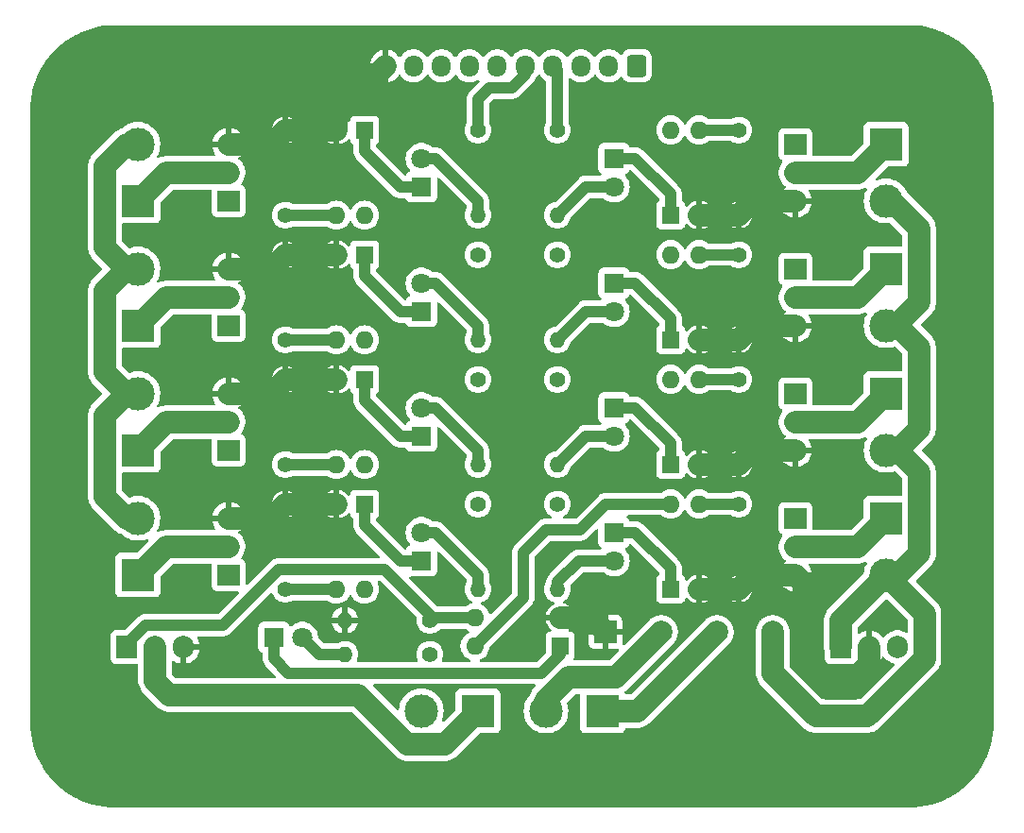
<source format=gbr>
%TF.GenerationSoftware,KiCad,Pcbnew,8.0.6*%
%TF.CreationDate,2024-12-14T18:39:00+02:00*%
%TF.ProjectId,Power_PCB,506f7765-725f-4504-9342-2e6b69636164,rev?*%
%TF.SameCoordinates,Original*%
%TF.FileFunction,Copper,L2,Bot*%
%TF.FilePolarity,Positive*%
%FSLAX46Y46*%
G04 Gerber Fmt 4.6, Leading zero omitted, Abs format (unit mm)*
G04 Created by KiCad (PCBNEW 8.0.6) date 2024-12-14 18:39:00*
%MOMM*%
%LPD*%
G01*
G04 APERTURE LIST*
G04 Aperture macros list*
%AMRoundRect*
0 Rectangle with rounded corners*
0 $1 Rounding radius*
0 $2 $3 $4 $5 $6 $7 $8 $9 X,Y pos of 4 corners*
0 Add a 4 corners polygon primitive as box body*
4,1,4,$2,$3,$4,$5,$6,$7,$8,$9,$2,$3,0*
0 Add four circle primitives for the rounded corners*
1,1,$1+$1,$2,$3*
1,1,$1+$1,$4,$5*
1,1,$1+$1,$6,$7*
1,1,$1+$1,$8,$9*
0 Add four rect primitives between the rounded corners*
20,1,$1+$1,$2,$3,$4,$5,0*
20,1,$1+$1,$4,$5,$6,$7,0*
20,1,$1+$1,$6,$7,$8,$9,0*
20,1,$1+$1,$8,$9,$2,$3,0*%
G04 Aperture macros list end*
%TA.AperFunction,ComponentPad*%
%ADD10R,3.000000X3.000000*%
%TD*%
%TA.AperFunction,ComponentPad*%
%ADD11C,3.000000*%
%TD*%
%TA.AperFunction,ComponentPad*%
%ADD12R,1.600000X1.600000*%
%TD*%
%TA.AperFunction,ComponentPad*%
%ADD13O,1.600000X1.600000*%
%TD*%
%TA.AperFunction,ComponentPad*%
%ADD14R,2.000000X1.905000*%
%TD*%
%TA.AperFunction,ComponentPad*%
%ADD15O,2.000000X1.905000*%
%TD*%
%TA.AperFunction,ComponentPad*%
%ADD16C,1.400000*%
%TD*%
%TA.AperFunction,ComponentPad*%
%ADD17O,1.400000X1.400000*%
%TD*%
%TA.AperFunction,ComponentPad*%
%ADD18R,1.800000X1.800000*%
%TD*%
%TA.AperFunction,ComponentPad*%
%ADD19C,1.800000*%
%TD*%
%TA.AperFunction,ComponentPad*%
%ADD20R,1.905000X2.000000*%
%TD*%
%TA.AperFunction,ComponentPad*%
%ADD21O,1.905000X2.000000*%
%TD*%
%TA.AperFunction,ComponentPad*%
%ADD22R,2.000000X2.000000*%
%TD*%
%TA.AperFunction,ComponentPad*%
%ADD23C,2.000000*%
%TD*%
%TA.AperFunction,ComponentPad*%
%ADD24RoundRect,0.250000X0.600000X0.725000X-0.600000X0.725000X-0.600000X-0.725000X0.600000X-0.725000X0*%
%TD*%
%TA.AperFunction,ComponentPad*%
%ADD25O,1.700000X1.950000*%
%TD*%
%TA.AperFunction,ViaPad*%
%ADD26C,5.000000*%
%TD*%
%TA.AperFunction,ViaPad*%
%ADD27C,1.400000*%
%TD*%
%TA.AperFunction,Conductor*%
%ADD28C,2.000000*%
%TD*%
%TA.AperFunction,Conductor*%
%ADD29C,1.000000*%
%TD*%
G04 APERTURE END LIST*
D10*
%TO.P,Mag4,1,Pin_1*%
%TO.N,/mag4_gnd*%
X129796000Y-50812000D03*
D11*
%TO.P,Mag4,2,Pin_2*%
%TO.N,/Rect_Out_12v*%
X129796000Y-55892000D03*
%TD*%
D12*
%TO.P,U6,1*%
%TO.N,Net-(D6-K)*%
X100576000Y-95775000D03*
D13*
%TO.P,U6,2*%
%TO.N,GND*%
X100576000Y-93235000D03*
%TO.P,U6,3*%
%TO.N,Net-(Q5-G)*%
X92956000Y-93235000D03*
%TO.P,U6,4*%
%TO.N,/Rect_Out_5v*%
X92956000Y-95775000D03*
%TD*%
D14*
%TO.P,Q3,1,G*%
%TO.N,Net-(Q3-G)*%
X70868000Y-78244000D03*
D15*
%TO.P,Q3,2,D*%
%TO.N,/extra2_gnd*%
X70868000Y-75704000D03*
%TO.P,Q3,3,S*%
%TO.N,GND*%
X70868000Y-73164000D03*
%TD*%
D16*
%TO.P,330,1*%
%TO.N,/8*%
X100332000Y-49542000D03*
D17*
%TO.P,330,2*%
%TO.N,Net-(D3-A)*%
X100332000Y-57162000D03*
%TD*%
D14*
%TO.P,Q1,1,G*%
%TO.N,Net-(Q1-G)*%
X121668000Y-84340000D03*
D15*
%TO.P,Q1,2,D*%
%TO.N,/mag1_gnd*%
X121668000Y-86880000D03*
%TO.P,Q1,3,S*%
%TO.N,GND*%
X121668000Y-89420000D03*
%TD*%
D10*
%TO.P,Alarm,1,Pin_1*%
%TO.N,/alarm_gnd*%
X93220000Y-101612000D03*
D11*
%TO.P,Alarm,2,Pin_2*%
%TO.N,/Rect_Out_12v*%
X88140000Y-101612000D03*
%TD*%
D12*
%TO.P,U8,1*%
%TO.N,Net-(D8-K)*%
X110492000Y-68328000D03*
D13*
%TO.P,U8,2*%
%TO.N,GND*%
X113032000Y-68328000D03*
%TO.P,U8,3*%
%TO.N,Net-(Q7-G)*%
X113032000Y-60708000D03*
%TO.P,U8,4*%
%TO.N,/Rect_Out_5v*%
X110492000Y-60708000D03*
%TD*%
D18*
%TO.P,D5,1,K*%
%TO.N,Net-(D5-K)*%
X105412000Y-74429000D03*
D19*
%TO.P,D5,2,A*%
%TO.N,Net-(D5-A)*%
X105412000Y-76969000D03*
%TD*%
D16*
%TO.P,330,1*%
%TO.N,/16*%
X93220000Y-71894000D03*
D17*
%TO.P,330,2*%
%TO.N,Net-(D4-A)*%
X93220000Y-79514000D03*
%TD*%
D12*
%TO.P,U1,1*%
%TO.N,Net-(D2-K)*%
X110492000Y-90680000D03*
D13*
%TO.P,U1,2*%
%TO.N,GND*%
X113032000Y-90680000D03*
%TO.P,U1,3*%
%TO.N,Net-(Q1-G)*%
X113032000Y-83060000D03*
%TO.P,U1,4*%
%TO.N,/Rect_Out_5v*%
X110492000Y-83060000D03*
%TD*%
D16*
%TO.P,1K,1*%
%TO.N,Net-(Q6-G)*%
X75948000Y-68338000D03*
D17*
%TO.P,1K,2*%
%TO.N,GND*%
X75948000Y-60718000D03*
%TD*%
D16*
%TO.P,330,1*%
%TO.N,/11*%
X100332000Y-83070000D03*
D17*
%TO.P,330,2*%
%TO.N,Net-(D2-A)*%
X100332000Y-90690000D03*
%TD*%
D10*
%TO.P,Mag1,1,Pin_1*%
%TO.N,/mag1_gnd*%
X129796000Y-84340000D03*
D11*
%TO.P,Mag1,2,Pin_2*%
%TO.N,/Rect_Out_12v*%
X129796000Y-89420000D03*
%TD*%
D14*
%TO.P,Q7,1,G*%
%TO.N,Net-(Q7-G)*%
X121668000Y-61988000D03*
D15*
%TO.P,Q7,2,D*%
%TO.N,/mag3_gnd*%
X121668000Y-64528000D03*
%TO.P,Q7,3,S*%
%TO.N,GND*%
X121668000Y-67068000D03*
%TD*%
D18*
%TO.P,D7,1,K*%
%TO.N,Net-(D7-K)*%
X88140000Y-65803000D03*
D19*
%TO.P,D7,2,A*%
%TO.N,Net-(D7-A)*%
X88140000Y-63263000D03*
%TD*%
D20*
%TO.P,Q5,1,G*%
%TO.N,Net-(Q5-G)*%
X61724000Y-95882500D03*
D21*
%TO.P,Q5,2,D*%
%TO.N,/alarm_gnd*%
X64264000Y-95882500D03*
%TO.P,Q5,3,S*%
%TO.N,GND*%
X66804000Y-95882500D03*
%TD*%
D10*
%TO.P,Power,1,Pin_1*%
%TO.N,/Pwr1_Gnd*%
X104396000Y-101612000D03*
D11*
%TO.P,Power,2,Pin_2*%
%TO.N,/Pwr1*%
X99316000Y-101612000D03*
%TD*%
D18*
%TO.P,D2,1,K*%
%TO.N,Net-(D2-K)*%
X105412000Y-85605000D03*
D19*
%TO.P,D2,2,A*%
%TO.N,Net-(D2-A)*%
X105412000Y-88145000D03*
%TD*%
D14*
%TO.P,Q6,1,G*%
%TO.N,Net-(Q6-G)*%
X70868000Y-67068000D03*
D15*
%TO.P,Q6,2,D*%
%TO.N,/extra3_gnd*%
X70868000Y-64528000D03*
%TO.P,Q6,3,S*%
%TO.N,GND*%
X70868000Y-61988000D03*
%TD*%
D14*
%TO.P,Q8,1,G*%
%TO.N,Net-(Q8-G)*%
X70868000Y-89420000D03*
D15*
%TO.P,Q8,2,D*%
%TO.N,/extra1_gnd*%
X70868000Y-86880000D03*
%TO.P,Q8,3,S*%
%TO.N,GND*%
X70868000Y-84340000D03*
%TD*%
D16*
%TO.P,330,1*%
%TO.N,/10*%
X100332000Y-71894000D03*
D17*
%TO.P,330,2*%
%TO.N,Net-(D5-A)*%
X100332000Y-79514000D03*
%TD*%
D12*
%TO.P,U2,1*%
%TO.N,Net-(D3-K)*%
X110492000Y-57152000D03*
D13*
%TO.P,U2,2*%
%TO.N,GND*%
X113032000Y-57152000D03*
%TO.P,U2,3*%
%TO.N,Net-(Q2-G)*%
X113032000Y-49532000D03*
%TO.P,U2,4*%
%TO.N,/Rect_Out_5v*%
X110492000Y-49532000D03*
%TD*%
D10*
%TO.P,Mag3,1,Pin_1*%
%TO.N,/mag3_gnd*%
X129796000Y-61988000D03*
D11*
%TO.P,Mag3,2,Pin_2*%
%TO.N,/Rect_Out_12v*%
X129796000Y-67068000D03*
%TD*%
D20*
%TO.P,U4,1,IN*%
%TO.N,/Rect_Out_12v*%
X125732000Y-95882500D03*
D21*
%TO.P,U4,2,GND*%
%TO.N,GND*%
X128272000Y-95882500D03*
%TO.P,U4,3,OUT*%
%TO.N,/Rect_Out_5v*%
X130812000Y-95882500D03*
%TD*%
D18*
%TO.P,D8,1,K*%
%TO.N,Net-(D8-K)*%
X105412000Y-63253000D03*
D19*
%TO.P,D8,2,A*%
%TO.N,Net-(D8-A)*%
X105412000Y-65793000D03*
%TD*%
D10*
%TO.P,Mag2,1,Pin_1*%
%TO.N,/mag2_gnd*%
X129796000Y-73164000D03*
D11*
%TO.P,Mag2,2,Pin_2*%
%TO.N,/Rect_Out_12v*%
X129796000Y-78244000D03*
%TD*%
D14*
%TO.P,Q9,1,G*%
%TO.N,Net-(Q9-G)*%
X70868000Y-55892000D03*
D15*
%TO.P,Q9,2,D*%
%TO.N,/extra4_gnd*%
X70868000Y-53352000D03*
%TO.P,Q9,3,S*%
%TO.N,GND*%
X70868000Y-50812000D03*
%TD*%
D22*
%TO.P,D1,1,-*%
%TO.N,GND*%
X104636000Y-94517500D03*
D23*
%TO.P,D1,2*%
%TO.N,/Pwr1*%
X109636000Y-94517500D03*
%TO.P,D1,3*%
%TO.N,/Pwr1_Gnd*%
X114636000Y-94517500D03*
%TO.P,D1,4,+*%
%TO.N,/Rect_Out_12v*%
X119636000Y-94517500D03*
%TD*%
D16*
%TO.P,1K,1*%
%TO.N,Net-(Q3-G)*%
X75948000Y-79514000D03*
D17*
%TO.P,1K,2*%
%TO.N,GND*%
X75948000Y-71894000D03*
%TD*%
D16*
%TO.P,330,1*%
%TO.N,/15*%
X88902000Y-96532000D03*
D17*
%TO.P,330,2*%
%TO.N,Net-(D6-A)*%
X81282000Y-96532000D03*
%TD*%
D14*
%TO.P,Q2,1,G*%
%TO.N,Net-(Q2-G)*%
X121668000Y-50812000D03*
D15*
%TO.P,Q2,2,D*%
%TO.N,/mag4_gnd*%
X121668000Y-53352000D03*
%TO.P,Q2,3,S*%
%TO.N,GND*%
X121668000Y-55892000D03*
%TD*%
D18*
%TO.P,D9,1,K*%
%TO.N,Net-(D9-K)*%
X88140000Y-88155000D03*
D19*
%TO.P,D9,2,A*%
%TO.N,Net-(D9-A)*%
X88140000Y-85615000D03*
%TD*%
D16*
%TO.P,1K,1*%
%TO.N,Net-(Q1-G)*%
X116588000Y-83070000D03*
D17*
%TO.P,1K,2*%
%TO.N,GND*%
X116588000Y-90690000D03*
%TD*%
D10*
%TO.P,Extra1,1,Pin_1*%
%TO.N,/extra1_gnd*%
X62740000Y-89420000D03*
D11*
%TO.P,Extra1,2,Pin_2*%
%TO.N,/Rect_Out_12v*%
X62740000Y-84340000D03*
%TD*%
D12*
%TO.P,U7,1*%
%TO.N,Net-(D7-K)*%
X83060000Y-60728000D03*
D13*
%TO.P,U7,2*%
%TO.N,GND*%
X80520000Y-60728000D03*
%TO.P,U7,3*%
%TO.N,Net-(Q6-G)*%
X80520000Y-68348000D03*
%TO.P,U7,4*%
%TO.N,/Rect_Out_5v*%
X83060000Y-68348000D03*
%TD*%
D12*
%TO.P,U10,1*%
%TO.N,Net-(D10-K)*%
X83060000Y-49552000D03*
D13*
%TO.P,U10,2*%
%TO.N,GND*%
X80520000Y-49552000D03*
%TO.P,U10,3*%
%TO.N,Net-(Q9-G)*%
X80520000Y-57172000D03*
%TO.P,U10,4*%
%TO.N,/Rect_Out_5v*%
X83060000Y-57172000D03*
%TD*%
D18*
%TO.P,D4,1,K*%
%TO.N,Net-(D4-K)*%
X88140000Y-76979000D03*
D19*
%TO.P,D4,2,A*%
%TO.N,Net-(D4-A)*%
X88140000Y-74439000D03*
%TD*%
D18*
%TO.P,D6,1,K*%
%TO.N,Net-(D6-K)*%
X74932000Y-95008000D03*
D19*
%TO.P,D6,2,A*%
%TO.N,Net-(D6-A)*%
X77472000Y-95008000D03*
%TD*%
D16*
%TO.P,1K,1*%
%TO.N,Net-(Q2-G)*%
X116588000Y-49542000D03*
D17*
%TO.P,1K,2*%
%TO.N,GND*%
X116588000Y-57162000D03*
%TD*%
D16*
%TO.P,330,1*%
%TO.N,/0*%
X93220000Y-83070000D03*
D17*
%TO.P,330,2*%
%TO.N,Net-(D9-A)*%
X93220000Y-90690000D03*
%TD*%
D16*
%TO.P,330,1*%
%TO.N,/1*%
X93220000Y-49542000D03*
D17*
%TO.P,330,2*%
%TO.N,Net-(D10-A)*%
X93220000Y-57162000D03*
%TD*%
D12*
%TO.P,U3,1*%
%TO.N,Net-(D4-K)*%
X83060000Y-71904000D03*
D13*
%TO.P,U3,2*%
%TO.N,GND*%
X80520000Y-71904000D03*
%TO.P,U3,3*%
%TO.N,Net-(Q3-G)*%
X80520000Y-79524000D03*
%TO.P,U3,4*%
%TO.N,/Rect_Out_5v*%
X83060000Y-79524000D03*
%TD*%
D14*
%TO.P,Q4,1,G*%
%TO.N,Net-(Q4-G)*%
X121668000Y-73164000D03*
D15*
%TO.P,Q4,2,D*%
%TO.N,/mag2_gnd*%
X121668000Y-75704000D03*
%TO.P,Q4,3,S*%
%TO.N,GND*%
X121668000Y-78244000D03*
%TD*%
D16*
%TO.P,330,1*%
%TO.N,/9*%
X100332000Y-60718000D03*
D17*
%TO.P,330,2*%
%TO.N,Net-(D8-A)*%
X100332000Y-68338000D03*
%TD*%
D16*
%TO.P,1K,1*%
%TO.N,Net-(Q7-G)*%
X116588000Y-60718000D03*
D17*
%TO.P,1K,2*%
%TO.N,GND*%
X116588000Y-68338000D03*
%TD*%
D16*
%TO.P,330,1*%
%TO.N,/17*%
X93220000Y-60718000D03*
D17*
%TO.P,330,2*%
%TO.N,Net-(D7-A)*%
X93220000Y-68338000D03*
%TD*%
D10*
%TO.P,Extra4,1,Pin_1*%
%TO.N,/extra4_gnd*%
X62740000Y-55892000D03*
D11*
%TO.P,Extra4,2,Pin_2*%
%TO.N,/Rect_Out_12v*%
X62740000Y-50812000D03*
%TD*%
D16*
%TO.P,1K,1*%
%TO.N,Net-(Q4-G)*%
X116588000Y-71894000D03*
D17*
%TO.P,1K,2*%
%TO.N,GND*%
X116588000Y-79514000D03*
%TD*%
D10*
%TO.P,Extra2,1,Pin_1*%
%TO.N,/extra2_gnd*%
X62740000Y-78244000D03*
D11*
%TO.P,Extra2,2,Pin_2*%
%TO.N,/Rect_Out_12v*%
X62740000Y-73164000D03*
%TD*%
D16*
%TO.P,1K,1*%
%TO.N,Net-(Q9-G)*%
X75948000Y-57162000D03*
D17*
%TO.P,1K,2*%
%TO.N,GND*%
X75948000Y-49542000D03*
%TD*%
D10*
%TO.P,Extra3,1,Pin_1*%
%TO.N,/extra3_gnd*%
X62740000Y-67068000D03*
D11*
%TO.P,Extra3,2,Pin_2*%
%TO.N,/Rect_Out_12v*%
X62740000Y-61988000D03*
%TD*%
D16*
%TO.P,1K,1*%
%TO.N,Net-(Q5-G)*%
X88902000Y-93484000D03*
D17*
%TO.P,1K,2*%
%TO.N,GND*%
X81282000Y-93484000D03*
%TD*%
D24*
%TO.P,From_Control,1,Pin_1*%
%TO.N,/11*%
X107444000Y-43772000D03*
D25*
%TO.P,From_Control,2,Pin_2*%
%TO.N,/10*%
X104944000Y-43772000D03*
%TO.P,From_Control,3,Pin_3*%
%TO.N,/9*%
X102444000Y-43772000D03*
%TO.P,From_Control,4,Pin_4*%
%TO.N,/8*%
X99944000Y-43772000D03*
%TO.P,From_Control,5,Pin_5*%
%TO.N,/1*%
X97444000Y-43772000D03*
%TO.P,From_Control,6,Pin_6*%
%TO.N,/17*%
X94944000Y-43772000D03*
%TO.P,From_Control,7,Pin_7*%
%TO.N,/16*%
X92444000Y-43772000D03*
%TO.P,From_Control,8,Pin_8*%
%TO.N,/0*%
X89944000Y-43772000D03*
%TO.P,From_Control,9,Pin_9*%
%TO.N,/15*%
X87444000Y-43772000D03*
%TO.P,From_Control,10,Pin_10*%
%TO.N,GND*%
X84944000Y-43772000D03*
%TD*%
D18*
%TO.P,D10,1,K*%
%TO.N,Net-(D10-K)*%
X88140000Y-54627000D03*
D19*
%TO.P,D10,2,A*%
%TO.N,Net-(D10-A)*%
X88140000Y-52087000D03*
%TD*%
D16*
%TO.P,1K,1*%
%TO.N,Net-(Q8-G)*%
X75948000Y-90690000D03*
D17*
%TO.P,1K,2*%
%TO.N,GND*%
X75948000Y-83070000D03*
%TD*%
D12*
%TO.P,U9,1*%
%TO.N,Net-(D9-K)*%
X83060000Y-83080000D03*
D13*
%TO.P,U9,2*%
%TO.N,GND*%
X80520000Y-83080000D03*
%TO.P,U9,3*%
%TO.N,Net-(Q8-G)*%
X80520000Y-90700000D03*
%TO.P,U9,4*%
%TO.N,/Rect_Out_5v*%
X83060000Y-90700000D03*
%TD*%
D18*
%TO.P,D3,1,K*%
%TO.N,Net-(D3-K)*%
X105412000Y-52077000D03*
D19*
%TO.P,D3,2,A*%
%TO.N,Net-(D3-A)*%
X105412000Y-54617000D03*
%TD*%
D12*
%TO.P,U5,1*%
%TO.N,Net-(D5-K)*%
X110492000Y-79504000D03*
D13*
%TO.P,U5,2*%
%TO.N,GND*%
X113032000Y-79504000D03*
%TO.P,U5,3*%
%TO.N,Net-(Q4-G)*%
X113032000Y-71884000D03*
%TO.P,U5,4*%
%TO.N,/Rect_Out_5v*%
X110492000Y-71884000D03*
%TD*%
D26*
%TO.N,GND*%
X134876000Y-105676000D03*
X58676000Y-44716000D03*
D27*
X100332000Y-53352000D03*
D26*
X57660000Y-105676000D03*
D27*
X100332000Y-87388000D03*
X93220000Y-53352000D03*
X102364000Y-90436000D03*
D26*
X134876000Y-44716000D03*
D27*
X91188000Y-90436000D03*
%TD*%
D28*
%TO.N,GND*%
X80520000Y-49552000D02*
X75958000Y-49552000D01*
X117858000Y-89420000D02*
X116588000Y-90690000D01*
X100576000Y-93235000D02*
X103353500Y-93235000D01*
X116578000Y-90680000D02*
X116588000Y-90690000D01*
X121668000Y-67068000D02*
X117858000Y-67068000D01*
X70868000Y-50812000D02*
X74678000Y-50812000D01*
X117858000Y-55892000D02*
X116588000Y-57162000D01*
X70868000Y-73164000D02*
X74678000Y-73164000D01*
X121668000Y-89420000D02*
X117858000Y-89420000D01*
X117858000Y-78244000D02*
X116588000Y-79514000D01*
X122684000Y-90436000D02*
X121668000Y-89420000D01*
X70868000Y-61988000D02*
X74678000Y-61988000D01*
X75958000Y-83080000D02*
X75948000Y-83070000D01*
X103353500Y-93235000D02*
X104636000Y-94517500D01*
X128272000Y-95882500D02*
X128272000Y-98255000D01*
X80520000Y-60728000D02*
X75958000Y-60728000D01*
X126947000Y-99580000D02*
X124517000Y-99580000D01*
X113032000Y-57152000D02*
X116578000Y-57152000D01*
X116578000Y-57152000D02*
X116588000Y-57162000D01*
X80520000Y-83080000D02*
X75958000Y-83080000D01*
X75958000Y-49552000D02*
X75948000Y-49542000D01*
X128272000Y-98255000D02*
X126947000Y-99580000D01*
X113032000Y-79504000D02*
X116578000Y-79504000D01*
X84944000Y-43772000D02*
X80520000Y-48196000D01*
X75958000Y-71904000D02*
X75948000Y-71894000D01*
X70868000Y-84340000D02*
X74678000Y-84340000D01*
X80520000Y-71904000D02*
X75958000Y-71904000D01*
X116578000Y-79504000D02*
X116588000Y-79514000D01*
X121668000Y-78244000D02*
X117858000Y-78244000D01*
X80520000Y-48196000D02*
X80520000Y-49552000D01*
X122684000Y-97747000D02*
X122684000Y-90436000D01*
X116578000Y-68328000D02*
X116588000Y-68338000D01*
X113032000Y-68328000D02*
X116578000Y-68328000D01*
X121668000Y-55892000D02*
X117858000Y-55892000D01*
X75958000Y-60728000D02*
X75948000Y-60718000D01*
X74678000Y-84340000D02*
X75948000Y-83070000D01*
X74678000Y-73164000D02*
X75948000Y-71894000D01*
X113032000Y-90680000D02*
X116578000Y-90680000D01*
X117858000Y-67068000D02*
X116588000Y-68338000D01*
X74678000Y-50812000D02*
X75948000Y-49542000D01*
X124517000Y-99580000D02*
X122684000Y-97747000D01*
X74678000Y-61988000D02*
X75948000Y-60718000D01*
%TO.N,/Pwr1*%
X101348000Y-98564000D02*
X105589500Y-98564000D01*
X105589500Y-98564000D02*
X109636000Y-94517500D01*
X99316000Y-100596000D02*
X101348000Y-98564000D01*
X99316000Y-101612000D02*
X99316000Y-100596000D01*
%TO.N,/Rect_Out_12v*%
X130812000Y-67068000D02*
X132776000Y-69032000D01*
X129796000Y-55892000D02*
X130304000Y-55892000D01*
X133244500Y-96937574D02*
X133244500Y-92868500D01*
X61724000Y-84340000D02*
X62740000Y-84340000D01*
X123489750Y-102060000D02*
X128122074Y-102060000D01*
X130812000Y-89420000D02*
X129796000Y-89420000D01*
X130812000Y-78244000D02*
X132776000Y-80208000D01*
X132776000Y-69032000D02*
X132776000Y-76280000D01*
X133244500Y-92868500D02*
X129796000Y-89420000D01*
X61724000Y-50812000D02*
X59760000Y-52776000D01*
X59760000Y-82376000D02*
X61724000Y-84340000D01*
X61724000Y-73164000D02*
X59760000Y-75128000D01*
X59760000Y-63952000D02*
X59760000Y-71200000D01*
X61724000Y-61988000D02*
X59760000Y-63952000D01*
X59760000Y-75128000D02*
X59760000Y-82376000D01*
X119636000Y-94517500D02*
X119636000Y-98206250D01*
X130676000Y-67068000D02*
X129796000Y-67068000D01*
X132776000Y-87456000D02*
X130812000Y-89420000D01*
X132776000Y-76280000D02*
X130812000Y-78244000D01*
X59760000Y-52776000D02*
X59760000Y-60024000D01*
X61724000Y-73164000D02*
X62740000Y-73164000D01*
X129796000Y-67068000D02*
X130812000Y-67068000D01*
X59760000Y-60024000D02*
X61724000Y-61988000D01*
X132776000Y-64968000D02*
X130676000Y-67068000D01*
X62740000Y-50812000D02*
X61724000Y-50812000D01*
X130812000Y-78244000D02*
X129796000Y-78244000D01*
X130304000Y-55892000D02*
X132776000Y-58364000D01*
X62740000Y-61988000D02*
X61724000Y-61988000D01*
X125732000Y-95882500D02*
X125732000Y-93484000D01*
X125732000Y-93484000D02*
X129796000Y-89420000D01*
X119636000Y-98206250D02*
X123489750Y-102060000D01*
X128122074Y-102060000D02*
X133244500Y-96937574D01*
X132776000Y-58364000D02*
X132776000Y-64968000D01*
X59760000Y-71200000D02*
X61724000Y-73164000D01*
X132776000Y-80208000D02*
X132776000Y-87456000D01*
%TO.N,/Pwr1_Gnd*%
X114636000Y-94517500D02*
X107541500Y-101612000D01*
X107541500Y-101612000D02*
X104396000Y-101612000D01*
D29*
%TO.N,Net-(D2-K)*%
X110492000Y-88785000D02*
X110492000Y-90680000D01*
X105412000Y-85605000D02*
X107312000Y-85605000D01*
X107312000Y-85605000D02*
X110492000Y-88785000D01*
%TO.N,Net-(D2-A)*%
X105412000Y-88145000D02*
X102242000Y-88145000D01*
X100332000Y-90055000D02*
X100332000Y-90690000D01*
X102242000Y-88145000D02*
X100332000Y-90055000D01*
%TO.N,Net-(D3-K)*%
X107312000Y-52077000D02*
X110492000Y-55257000D01*
X110492000Y-55257000D02*
X110492000Y-57152000D01*
X105412000Y-52077000D02*
X107312000Y-52077000D01*
%TO.N,Net-(D3-A)*%
X105412000Y-54617000D02*
X102877000Y-54617000D01*
X102877000Y-54617000D02*
X100332000Y-57162000D01*
%TO.N,Net-(D4-K)*%
X88140000Y-76979000D02*
X86240000Y-76979000D01*
X86240000Y-76979000D02*
X83060000Y-73799000D01*
X83060000Y-73799000D02*
X83060000Y-71904000D01*
%TO.N,Net-(D4-A)*%
X89412792Y-74439000D02*
X93220000Y-78246208D01*
X93220000Y-78246208D02*
X93220000Y-79514000D01*
X88140000Y-74439000D02*
X89412792Y-74439000D01*
%TO.N,Net-(D5-A)*%
X105412000Y-76969000D02*
X102877000Y-76969000D01*
X102877000Y-76969000D02*
X100332000Y-79514000D01*
%TO.N,Net-(D5-K)*%
X110492000Y-77609000D02*
X110492000Y-79504000D01*
X105412000Y-74429000D02*
X107312000Y-74429000D01*
X107312000Y-74429000D02*
X110492000Y-77609000D01*
%TO.N,Net-(D6-A)*%
X81282000Y-96532000D02*
X78996000Y-96532000D01*
X78996000Y-96532000D02*
X77472000Y-95008000D01*
%TO.N,Net-(D6-K)*%
X98899858Y-98212000D02*
X76236000Y-98212000D01*
X100576000Y-96535858D02*
X98899858Y-98212000D01*
X74932000Y-96908000D02*
X74932000Y-95008000D01*
X100576000Y-95775000D02*
X100576000Y-96535858D01*
X76236000Y-98212000D02*
X74932000Y-96908000D01*
%TO.N,Net-(D7-A)*%
X93220000Y-67070208D02*
X93220000Y-68338000D01*
X88140000Y-63263000D02*
X89412792Y-63263000D01*
X89412792Y-63263000D02*
X93220000Y-67070208D01*
%TO.N,Net-(D7-K)*%
X83060000Y-62623000D02*
X83060000Y-60728000D01*
X86240000Y-65803000D02*
X83060000Y-62623000D01*
X88140000Y-65803000D02*
X86240000Y-65803000D01*
%TO.N,Net-(D8-A)*%
X102877000Y-65793000D02*
X100332000Y-68338000D01*
X105412000Y-65793000D02*
X102877000Y-65793000D01*
%TO.N,Net-(D8-K)*%
X110492000Y-66433000D02*
X110492000Y-68328000D01*
X105412000Y-63253000D02*
X107312000Y-63253000D01*
X107312000Y-63253000D02*
X110492000Y-66433000D01*
%TO.N,Net-(D9-K)*%
X86240000Y-88155000D02*
X83060000Y-84975000D01*
X83060000Y-84975000D02*
X83060000Y-83080000D01*
X88140000Y-88155000D02*
X86240000Y-88155000D01*
%TO.N,Net-(D9-A)*%
X89412792Y-85615000D02*
X93220000Y-89422208D01*
X88140000Y-85615000D02*
X89412792Y-85615000D01*
X93220000Y-89422208D02*
X93220000Y-90690000D01*
%TO.N,Net-(D10-K)*%
X83060000Y-51447000D02*
X83060000Y-49552000D01*
X86240000Y-54627000D02*
X83060000Y-51447000D01*
X88140000Y-54627000D02*
X86240000Y-54627000D01*
%TO.N,Net-(D10-A)*%
X89412792Y-52087000D02*
X93220000Y-55894208D01*
X88140000Y-52087000D02*
X89412792Y-52087000D01*
X93220000Y-55894208D02*
X93220000Y-57162000D01*
D28*
%TO.N,/mag1_gnd*%
X127256000Y-86880000D02*
X121668000Y-86880000D01*
X129796000Y-84340000D02*
X127256000Y-86880000D01*
%TO.N,/mag4_gnd*%
X127256000Y-53352000D02*
X121668000Y-53352000D01*
X129796000Y-50812000D02*
X127256000Y-53352000D01*
%TO.N,/extra2_gnd*%
X65280000Y-75704000D02*
X70868000Y-75704000D01*
X62740000Y-78244000D02*
X65280000Y-75704000D01*
D29*
%TO.N,/8*%
X100332000Y-44160000D02*
X99944000Y-43772000D01*
X100332000Y-49542000D02*
X100332000Y-44160000D01*
%TO.N,/1*%
X94236000Y-45732000D02*
X96268000Y-45732000D01*
X93220000Y-49542000D02*
X93220000Y-46748000D01*
X97444000Y-44556000D02*
X97444000Y-43772000D01*
X96268000Y-45732000D02*
X97444000Y-44556000D01*
X93220000Y-46748000D02*
X94236000Y-45732000D01*
D28*
%TO.N,/mag2_gnd*%
X129796000Y-73164000D02*
X127256000Y-75704000D01*
X127256000Y-75704000D02*
X121668000Y-75704000D01*
%TO.N,/alarm_gnd*%
X64264000Y-98882500D02*
X65573500Y-100192000D01*
X86905643Y-104592000D02*
X90240000Y-104592000D01*
X90240000Y-104592000D02*
X93220000Y-101612000D01*
X64264000Y-95882500D02*
X64264000Y-98882500D01*
X82505643Y-100192000D02*
X86905643Y-104592000D01*
X65573500Y-100192000D02*
X82505643Y-100192000D01*
%TO.N,/extra3_gnd*%
X62740000Y-67068000D02*
X65280000Y-64528000D01*
X65280000Y-64528000D02*
X70868000Y-64528000D01*
%TO.N,/mag3_gnd*%
X129796000Y-61988000D02*
X127256000Y-64528000D01*
X127256000Y-64528000D02*
X121668000Y-64528000D01*
%TO.N,/extra1_gnd*%
X65280000Y-86880000D02*
X70868000Y-86880000D01*
X62740000Y-89420000D02*
X65280000Y-86880000D01*
%TO.N,/extra4_gnd*%
X62740000Y-55892000D02*
X65280000Y-53352000D01*
X65280000Y-53352000D02*
X70868000Y-53352000D01*
D29*
%TO.N,Net-(Q1-G)*%
X116578000Y-83060000D02*
X116588000Y-83070000D01*
X113032000Y-83060000D02*
X116578000Y-83060000D01*
%TO.N,Net-(Q2-G)*%
X116578000Y-49532000D02*
X116588000Y-49542000D01*
X113032000Y-49532000D02*
X116578000Y-49532000D01*
%TO.N,Net-(Q3-G)*%
X80520000Y-79524000D02*
X75958000Y-79524000D01*
X75958000Y-79524000D02*
X75948000Y-79514000D01*
%TO.N,Net-(Q4-G)*%
X116578000Y-71884000D02*
X116588000Y-71894000D01*
X113032000Y-71884000D02*
X116578000Y-71884000D01*
%TO.N,Net-(Q5-G)*%
X84841000Y-88920000D02*
X75342121Y-88920000D01*
X63443857Y-93902500D02*
X61724000Y-95622357D01*
X61724000Y-95622357D02*
X61724000Y-95882500D01*
X92956000Y-93235000D02*
X89156000Y-93235000D01*
X89156000Y-93235000D02*
X84841000Y-88920000D01*
X75342121Y-88920000D02*
X70359621Y-93902500D01*
X89156000Y-93235000D02*
X89151000Y-93235000D01*
X70359621Y-93902500D02*
X63443857Y-93902500D01*
X89151000Y-93235000D02*
X88902000Y-93484000D01*
%TO.N,Net-(Q6-G)*%
X75958000Y-68348000D02*
X75948000Y-68338000D01*
X80520000Y-68348000D02*
X75958000Y-68348000D01*
%TO.N,Net-(Q7-G)*%
X116578000Y-60708000D02*
X116588000Y-60718000D01*
X113032000Y-60708000D02*
X116578000Y-60708000D01*
%TO.N,Net-(Q8-G)*%
X80520000Y-90700000D02*
X75958000Y-90700000D01*
X75958000Y-90700000D02*
X75948000Y-90690000D01*
%TO.N,Net-(Q9-G)*%
X75958000Y-57172000D02*
X75948000Y-57162000D01*
X80520000Y-57172000D02*
X75958000Y-57172000D01*
%TO.N,/Rect_Out_5v*%
X97284000Y-87388000D02*
X99316000Y-85356000D01*
X97284000Y-91447000D02*
X97284000Y-87388000D01*
X104660000Y-83060000D02*
X110492000Y-83060000D01*
X102364000Y-85356000D02*
X104660000Y-83060000D01*
X99316000Y-85356000D02*
X102364000Y-85356000D01*
X92956000Y-95775000D02*
X97284000Y-91447000D01*
%TD*%
%TA.AperFunction,Conductor*%
%TO.N,GND*%
G36*
X84442257Y-89940185D02*
G01*
X84462899Y-89956819D01*
X87680105Y-93174026D01*
X87713590Y-93235349D01*
X87715895Y-93273148D01*
X87696357Y-93483999D01*
X87696357Y-93484000D01*
X87716884Y-93705535D01*
X87716885Y-93705537D01*
X87777769Y-93919523D01*
X87777775Y-93919538D01*
X87876938Y-94118683D01*
X87876943Y-94118691D01*
X88011020Y-94296238D01*
X88124193Y-94399408D01*
X88167296Y-94438702D01*
X88175437Y-94446123D01*
X88175439Y-94446125D01*
X88364595Y-94563245D01*
X88364596Y-94563245D01*
X88364599Y-94563247D01*
X88572060Y-94643618D01*
X88790757Y-94684500D01*
X88790759Y-94684500D01*
X89013241Y-94684500D01*
X89013243Y-94684500D01*
X89231940Y-94643618D01*
X89439401Y-94563247D01*
X89628562Y-94446124D01*
X89792981Y-94296236D01*
X89801636Y-94284774D01*
X89857744Y-94243138D01*
X89900591Y-94235500D01*
X92078412Y-94235500D01*
X92145451Y-94255185D01*
X92149523Y-94257917D01*
X92303266Y-94365568D01*
X92361275Y-94392618D01*
X92413714Y-94438791D01*
X92432866Y-94505984D01*
X92412650Y-94572865D01*
X92361275Y-94617381D01*
X92361118Y-94617455D01*
X92303267Y-94644431D01*
X92303265Y-94644432D01*
X92116858Y-94774954D01*
X91955954Y-94935858D01*
X91825432Y-95122265D01*
X91825431Y-95122267D01*
X91729261Y-95328502D01*
X91729258Y-95328511D01*
X91670366Y-95548302D01*
X91670364Y-95548313D01*
X91650532Y-95774998D01*
X91650532Y-95775001D01*
X91670364Y-96001686D01*
X91670366Y-96001697D01*
X91729258Y-96221488D01*
X91729261Y-96221497D01*
X91825431Y-96427732D01*
X91825432Y-96427734D01*
X91955954Y-96614141D01*
X92116858Y-96775045D01*
X92116861Y-96775047D01*
X92303266Y-96905568D01*
X92452416Y-96975118D01*
X92504855Y-97021290D01*
X92524007Y-97088484D01*
X92503791Y-97155365D01*
X92450626Y-97200700D01*
X92400011Y-97211500D01*
X90105013Y-97211500D01*
X90037974Y-97191815D01*
X89992219Y-97139011D01*
X89982275Y-97069853D01*
X89994013Y-97032229D01*
X90026222Y-96967543D01*
X90026223Y-96967538D01*
X90026229Y-96967528D01*
X90087115Y-96753536D01*
X90107643Y-96532000D01*
X90103543Y-96487758D01*
X90087115Y-96310464D01*
X90087114Y-96310462D01*
X90082696Y-96294936D01*
X90026229Y-96096472D01*
X90026224Y-96096461D01*
X89927061Y-95897316D01*
X89927056Y-95897308D01*
X89792979Y-95719761D01*
X89628562Y-95569876D01*
X89628560Y-95569874D01*
X89439404Y-95452754D01*
X89439398Y-95452752D01*
X89231940Y-95372382D01*
X89013243Y-95331500D01*
X88790757Y-95331500D01*
X88572060Y-95372382D01*
X88440864Y-95423207D01*
X88364601Y-95452752D01*
X88364595Y-95452754D01*
X88175439Y-95569874D01*
X88175437Y-95569876D01*
X88011020Y-95719761D01*
X87876943Y-95897308D01*
X87876938Y-95897316D01*
X87777775Y-96096461D01*
X87777769Y-96096476D01*
X87716885Y-96310462D01*
X87716884Y-96310464D01*
X87696357Y-96531999D01*
X87696357Y-96532000D01*
X87716884Y-96753535D01*
X87716885Y-96753537D01*
X87777769Y-96967523D01*
X87777777Y-96967543D01*
X87809987Y-97032229D01*
X87822248Y-97101014D01*
X87795375Y-97165509D01*
X87737899Y-97205236D01*
X87698987Y-97211500D01*
X82485013Y-97211500D01*
X82417974Y-97191815D01*
X82372219Y-97139011D01*
X82362275Y-97069853D01*
X82374013Y-97032229D01*
X82406222Y-96967543D01*
X82406223Y-96967538D01*
X82406229Y-96967528D01*
X82467115Y-96753536D01*
X82487643Y-96532000D01*
X82483543Y-96487758D01*
X82467115Y-96310464D01*
X82467114Y-96310462D01*
X82462696Y-96294936D01*
X82406229Y-96096472D01*
X82406224Y-96096461D01*
X82307061Y-95897316D01*
X82307056Y-95897308D01*
X82172979Y-95719761D01*
X82008562Y-95569876D01*
X82008560Y-95569874D01*
X81819404Y-95452754D01*
X81819398Y-95452752D01*
X81611940Y-95372382D01*
X81393243Y-95331500D01*
X81170757Y-95331500D01*
X80952060Y-95372382D01*
X80820864Y-95423207D01*
X80744601Y-95452752D01*
X80744595Y-95452754D01*
X80647414Y-95512927D01*
X80582137Y-95531500D01*
X79461783Y-95531500D01*
X79394744Y-95511815D01*
X79374102Y-95495181D01*
X78908572Y-95029652D01*
X78875087Y-94968329D01*
X78872677Y-94952218D01*
X78858134Y-94776695D01*
X78811543Y-94592713D01*
X78801157Y-94551699D01*
X78707924Y-94339151D01*
X78580983Y-94144852D01*
X78580980Y-94144849D01*
X78580979Y-94144847D01*
X78423784Y-93974087D01*
X78423779Y-93974083D01*
X78423777Y-93974081D01*
X78240634Y-93831535D01*
X78240628Y-93831531D01*
X78060408Y-93734000D01*
X80105505Y-93734000D01*
X80158239Y-93919349D01*
X80257368Y-94118425D01*
X80391391Y-94295900D01*
X80555738Y-94445721D01*
X80744820Y-94562797D01*
X80744822Y-94562798D01*
X80952195Y-94643135D01*
X81032000Y-94658052D01*
X81532000Y-94658052D01*
X81611804Y-94643135D01*
X81819177Y-94562798D01*
X81819179Y-94562797D01*
X82008261Y-94445721D01*
X82172608Y-94295900D01*
X82306631Y-94118425D01*
X82405760Y-93919349D01*
X82458495Y-93734000D01*
X81532000Y-93734000D01*
X81532000Y-94658052D01*
X81032000Y-94658052D01*
X81032000Y-93734000D01*
X80105505Y-93734000D01*
X78060408Y-93734000D01*
X78036504Y-93721064D01*
X78036495Y-93721061D01*
X77816984Y-93645702D01*
X77626450Y-93613908D01*
X77588049Y-93607500D01*
X77355951Y-93607500D01*
X77317550Y-93613908D01*
X77127015Y-93645702D01*
X76907504Y-93721061D01*
X76907495Y-93721064D01*
X76703371Y-93831531D01*
X76703365Y-93831535D01*
X76520222Y-93974081D01*
X76520218Y-93974085D01*
X76511866Y-93983158D01*
X76451979Y-94019148D01*
X76382141Y-94017047D01*
X76324525Y-93977522D01*
X76304455Y-93942507D01*
X76275797Y-93865671D01*
X76275793Y-93865664D01*
X76189547Y-93750455D01*
X76189544Y-93750452D01*
X76074335Y-93664206D01*
X76074328Y-93664202D01*
X75939482Y-93613908D01*
X75939483Y-93613908D01*
X75879883Y-93607501D01*
X75879881Y-93607500D01*
X75879873Y-93607500D01*
X75879864Y-93607500D01*
X73984129Y-93607500D01*
X73984123Y-93607501D01*
X73924516Y-93613908D01*
X73789671Y-93664202D01*
X73789664Y-93664206D01*
X73674455Y-93750452D01*
X73674452Y-93750455D01*
X73588206Y-93865664D01*
X73588202Y-93865671D01*
X73537908Y-94000517D01*
X73531501Y-94060116D01*
X73531500Y-94060135D01*
X73531500Y-95955870D01*
X73531501Y-95955876D01*
X73537908Y-96015483D01*
X73588202Y-96150328D01*
X73588206Y-96150335D01*
X73674452Y-96265544D01*
X73674455Y-96265547D01*
X73789664Y-96351793D01*
X73789669Y-96351796D01*
X73850833Y-96374608D01*
X73906766Y-96416478D01*
X73931184Y-96481942D01*
X73931500Y-96490790D01*
X73931500Y-97006543D01*
X73942830Y-97063500D01*
X73942830Y-97063501D01*
X73969947Y-97199829D01*
X73969950Y-97199839D01*
X73981922Y-97228740D01*
X73981923Y-97228743D01*
X74045364Y-97381906D01*
X74045371Y-97381919D01*
X74046260Y-97383249D01*
X74154861Y-97545782D01*
X74294218Y-97685139D01*
X74294220Y-97685140D01*
X74301286Y-97692206D01*
X74301285Y-97692206D01*
X74301289Y-97692209D01*
X75088898Y-98479819D01*
X75122383Y-98541142D01*
X75117399Y-98610834D01*
X75075527Y-98666767D01*
X75010063Y-98691184D01*
X75001217Y-98691500D01*
X66246390Y-98691500D01*
X66179351Y-98671815D01*
X66158709Y-98655181D01*
X65800819Y-98297291D01*
X65767334Y-98235968D01*
X65764500Y-98209610D01*
X65764500Y-97213511D01*
X65784185Y-97146472D01*
X65836989Y-97100717D01*
X65906147Y-97090773D01*
X65961386Y-97113193D01*
X66042723Y-97172288D01*
X66246429Y-97276082D01*
X66463871Y-97346734D01*
X66554000Y-97361009D01*
X66554000Y-96373247D01*
X66591708Y-96395018D01*
X66731591Y-96432500D01*
X66876409Y-96432500D01*
X67016292Y-96395018D01*
X67054000Y-96373247D01*
X67054000Y-97361008D01*
X67144128Y-97346734D01*
X67361570Y-97276082D01*
X67565276Y-97172288D01*
X67750242Y-97037902D01*
X67911902Y-96876242D01*
X68046288Y-96691276D01*
X68150082Y-96487570D01*
X68220734Y-96270128D01*
X68242532Y-96132500D01*
X67294748Y-96132500D01*
X67316518Y-96094792D01*
X67354000Y-95954909D01*
X67354000Y-95810091D01*
X67316518Y-95670208D01*
X67294748Y-95632500D01*
X68242532Y-95632500D01*
X68220734Y-95494871D01*
X68150081Y-95277429D01*
X68051166Y-95083295D01*
X68038270Y-95014625D01*
X68064547Y-94949885D01*
X68121653Y-94909628D01*
X68161651Y-94903000D01*
X70458164Y-94903000D01*
X70560819Y-94882580D01*
X70612148Y-94872370D01*
X70651457Y-94864551D01*
X70723699Y-94834627D01*
X70833535Y-94789132D01*
X70997403Y-94679639D01*
X71136760Y-94540282D01*
X71136761Y-94540279D01*
X71143827Y-94533214D01*
X71143830Y-94533210D01*
X72239118Y-93437922D01*
X80932000Y-93437922D01*
X80932000Y-93530078D01*
X80955852Y-93619095D01*
X81001930Y-93698905D01*
X81067095Y-93764070D01*
X81146905Y-93810148D01*
X81235922Y-93834000D01*
X81328078Y-93834000D01*
X81417095Y-93810148D01*
X81496905Y-93764070D01*
X81562070Y-93698905D01*
X81608148Y-93619095D01*
X81632000Y-93530078D01*
X81632000Y-93437922D01*
X81608148Y-93348905D01*
X81562070Y-93269095D01*
X81526975Y-93234000D01*
X81532000Y-93234000D01*
X82458495Y-93234000D01*
X82405760Y-93048650D01*
X82306631Y-92849574D01*
X82172608Y-92672099D01*
X82008261Y-92522278D01*
X81819179Y-92405202D01*
X81819177Y-92405201D01*
X81611799Y-92324864D01*
X81532000Y-92309946D01*
X81532000Y-93234000D01*
X81526975Y-93234000D01*
X81496905Y-93203930D01*
X81417095Y-93157852D01*
X81328078Y-93134000D01*
X81235922Y-93134000D01*
X81146905Y-93157852D01*
X81067095Y-93203930D01*
X81001930Y-93269095D01*
X80955852Y-93348905D01*
X80932000Y-93437922D01*
X72239118Y-93437922D01*
X72443040Y-93234000D01*
X80105505Y-93234000D01*
X81032000Y-93234000D01*
X81032000Y-92309946D01*
X80952200Y-92324864D01*
X80744822Y-92405201D01*
X80744820Y-92405202D01*
X80555738Y-92522278D01*
X80391391Y-92672099D01*
X80257368Y-92849574D01*
X80158239Y-93048650D01*
X80105505Y-93234000D01*
X72443040Y-93234000D01*
X74614264Y-91062775D01*
X74675585Y-91029292D01*
X74745277Y-91034276D01*
X74801210Y-91076148D01*
X74821209Y-91116522D01*
X74823771Y-91125527D01*
X74823775Y-91125538D01*
X74922938Y-91324683D01*
X74922943Y-91324691D01*
X75057020Y-91502238D01*
X75221437Y-91652123D01*
X75221439Y-91652125D01*
X75410595Y-91769245D01*
X75410596Y-91769245D01*
X75410599Y-91769247D01*
X75618060Y-91849618D01*
X75836757Y-91890500D01*
X75836759Y-91890500D01*
X76059241Y-91890500D01*
X76059243Y-91890500D01*
X76277940Y-91849618D01*
X76485401Y-91769247D01*
X76566436Y-91719072D01*
X76631712Y-91700500D01*
X79642412Y-91700500D01*
X79709451Y-91720185D01*
X79713523Y-91722917D01*
X79867266Y-91830568D01*
X80073504Y-91926739D01*
X80073509Y-91926740D01*
X80073511Y-91926741D01*
X80114650Y-91937764D01*
X80293308Y-91985635D01*
X80455230Y-91999801D01*
X80519998Y-92005468D01*
X80520000Y-92005468D01*
X80520002Y-92005468D01*
X80576673Y-92000509D01*
X80746692Y-91985635D01*
X80966496Y-91926739D01*
X81172734Y-91830568D01*
X81359139Y-91700047D01*
X81520047Y-91539139D01*
X81650568Y-91352734D01*
X81677618Y-91294724D01*
X81723790Y-91242285D01*
X81790983Y-91223133D01*
X81857865Y-91243348D01*
X81902382Y-91294725D01*
X81929429Y-91352728D01*
X81929432Y-91352734D01*
X82059954Y-91539141D01*
X82220858Y-91700045D01*
X82220861Y-91700047D01*
X82407266Y-91830568D01*
X82613504Y-91926739D01*
X82613509Y-91926740D01*
X82613511Y-91926741D01*
X82654650Y-91937764D01*
X82833308Y-91985635D01*
X82995230Y-91999801D01*
X83059998Y-92005468D01*
X83060000Y-92005468D01*
X83060002Y-92005468D01*
X83116673Y-92000509D01*
X83286692Y-91985635D01*
X83506496Y-91926739D01*
X83712734Y-91830568D01*
X83899139Y-91700047D01*
X84060047Y-91539139D01*
X84190568Y-91352734D01*
X84286739Y-91146496D01*
X84345635Y-90926692D01*
X84365468Y-90700000D01*
X84345635Y-90473308D01*
X84287046Y-90254650D01*
X84286741Y-90253511D01*
X84286740Y-90253510D01*
X84286739Y-90253504D01*
X84213714Y-90096904D01*
X84203223Y-90027828D01*
X84231743Y-89964044D01*
X84290219Y-89925804D01*
X84326097Y-89920500D01*
X84375218Y-89920500D01*
X84442257Y-89940185D01*
G37*
%TD.AperFunction*%
%TA.AperFunction,Conductor*%
G36*
X103930834Y-85306599D02*
G01*
X103986767Y-85348471D01*
X104011184Y-85413935D01*
X104011500Y-85422781D01*
X104011500Y-86552870D01*
X104011501Y-86552876D01*
X104017908Y-86612483D01*
X104068202Y-86747328D01*
X104068206Y-86747335D01*
X104154452Y-86862544D01*
X104154455Y-86862547D01*
X104232850Y-86921234D01*
X104274721Y-86977168D01*
X104279705Y-87046859D01*
X104246219Y-87108182D01*
X104184896Y-87141666D01*
X104158539Y-87144500D01*
X102143455Y-87144500D01*
X102046812Y-87163724D01*
X101950170Y-87182947D01*
X101950162Y-87182949D01*
X101922277Y-87194500D01*
X101768088Y-87258366D01*
X101768079Y-87258371D01*
X101604219Y-87367859D01*
X101557689Y-87414390D01*
X101464861Y-87507218D01*
X101464858Y-87507221D01*
X99694221Y-89277858D01*
X99694218Y-89277861D01*
X99658131Y-89313948D01*
X99554859Y-89417219D01*
X99445371Y-89581080D01*
X99445364Y-89581093D01*
X99408539Y-89670000D01*
X99400462Y-89689500D01*
X99376624Y-89747051D01*
X99371902Y-89758448D01*
X99369948Y-89763167D01*
X99369947Y-89763171D01*
X99331500Y-89956454D01*
X99331500Y-89981229D01*
X99311815Y-90048268D01*
X99307234Y-90054837D01*
X99306944Y-90055305D01*
X99207775Y-90254461D01*
X99207769Y-90254476D01*
X99146885Y-90468462D01*
X99146884Y-90468464D01*
X99126357Y-90689999D01*
X99126357Y-90690000D01*
X99146884Y-90911535D01*
X99146885Y-90911537D01*
X99207769Y-91125523D01*
X99207775Y-91125538D01*
X99306938Y-91324683D01*
X99306943Y-91324691D01*
X99441020Y-91502238D01*
X99605437Y-91652123D01*
X99605439Y-91652125D01*
X99794595Y-91769245D01*
X99794597Y-91769246D01*
X99794599Y-91769247D01*
X99986910Y-91843749D01*
X100042310Y-91886320D01*
X100065901Y-91952086D01*
X100050190Y-92020167D01*
X100000167Y-92068946D01*
X99994521Y-92071756D01*
X99923515Y-92104867D01*
X99737179Y-92235342D01*
X99576342Y-92396179D01*
X99445865Y-92582517D01*
X99349734Y-92788673D01*
X99349730Y-92788682D01*
X99297127Y-92984999D01*
X99297128Y-92985000D01*
X100260314Y-92985000D01*
X100255920Y-92989394D01*
X100203259Y-93080606D01*
X100176000Y-93182339D01*
X100176000Y-93287661D01*
X100203259Y-93389394D01*
X100255920Y-93480606D01*
X100260314Y-93485000D01*
X99297128Y-93485000D01*
X99349730Y-93681317D01*
X99349734Y-93681326D01*
X99445865Y-93887482D01*
X99576342Y-94073820D01*
X99737182Y-94234660D01*
X99762219Y-94252191D01*
X99805844Y-94306768D01*
X99813038Y-94376266D01*
X99781515Y-94438621D01*
X99721285Y-94474035D01*
X99704352Y-94477055D01*
X99668519Y-94480907D01*
X99533671Y-94531202D01*
X99533664Y-94531206D01*
X99418455Y-94617452D01*
X99418452Y-94617455D01*
X99332206Y-94732664D01*
X99332202Y-94732671D01*
X99281908Y-94867517D01*
X99278094Y-94903000D01*
X99275501Y-94927123D01*
X99275500Y-94927135D01*
X99275500Y-96370074D01*
X99255815Y-96437113D01*
X99239181Y-96457755D01*
X99014455Y-96682482D01*
X98690395Y-97006543D01*
X98521757Y-97175181D01*
X98460434Y-97208666D01*
X98434076Y-97211500D01*
X93511989Y-97211500D01*
X93444950Y-97191815D01*
X93399195Y-97139011D01*
X93389251Y-97069853D01*
X93418276Y-97006297D01*
X93459583Y-96975118D01*
X93608734Y-96905568D01*
X93795139Y-96775047D01*
X93956047Y-96614139D01*
X94086568Y-96427734D01*
X94182739Y-96221496D01*
X94241635Y-96001692D01*
X94247040Y-95939905D01*
X94272492Y-95874838D01*
X94282879Y-95863040D01*
X98061139Y-92084782D01*
X98104126Y-92020447D01*
X98170632Y-91920914D01*
X98246051Y-91738835D01*
X98253677Y-91700500D01*
X98263299Y-91652125D01*
X98276327Y-91586631D01*
X98276327Y-91586625D01*
X98284500Y-91545544D01*
X98284500Y-87853782D01*
X98304185Y-87786743D01*
X98320819Y-87766101D01*
X99694101Y-86392819D01*
X99755424Y-86359334D01*
X99781782Y-86356500D01*
X102462542Y-86356500D01*
X102481870Y-86352655D01*
X102559188Y-86337275D01*
X102655836Y-86318051D01*
X102709165Y-86295961D01*
X102837914Y-86242632D01*
X103001782Y-86133139D01*
X103141139Y-85993782D01*
X103141139Y-85993780D01*
X103151347Y-85983573D01*
X103151348Y-85983570D01*
X103799820Y-85335099D01*
X103861142Y-85301615D01*
X103930834Y-85306599D01*
G37*
%TD.AperFunction*%
%TA.AperFunction,Conductor*%
G36*
X89745702Y-87363276D02*
G01*
X89752180Y-87369308D01*
X92183181Y-89800309D01*
X92216666Y-89861632D01*
X92219500Y-89887990D01*
X92219500Y-89981229D01*
X92199815Y-90048268D01*
X92195234Y-90054837D01*
X92194944Y-90055305D01*
X92095775Y-90254461D01*
X92095769Y-90254476D01*
X92034885Y-90468462D01*
X92034884Y-90468464D01*
X92014357Y-90689999D01*
X92014357Y-90690000D01*
X92034884Y-90911535D01*
X92034885Y-90911537D01*
X92095769Y-91125523D01*
X92095775Y-91125538D01*
X92194938Y-91324683D01*
X92194943Y-91324691D01*
X92329020Y-91502238D01*
X92493437Y-91652123D01*
X92493439Y-91652125D01*
X92570833Y-91700045D01*
X92655909Y-91752721D01*
X92702545Y-91804748D01*
X92713649Y-91873730D01*
X92685696Y-91937764D01*
X92627561Y-91976521D01*
X92622726Y-91977923D01*
X92509508Y-92008259D01*
X92509502Y-92008261D01*
X92303267Y-92104431D01*
X92303265Y-92104432D01*
X92200595Y-92176322D01*
X92169378Y-92198181D01*
X92149535Y-92212075D01*
X92083329Y-92234402D01*
X92078412Y-92234500D01*
X89621783Y-92234500D01*
X89554744Y-92214815D01*
X89534102Y-92198181D01*
X87103101Y-89767180D01*
X87069616Y-89705857D01*
X87074600Y-89636165D01*
X87116472Y-89580232D01*
X87181936Y-89555815D01*
X87190782Y-89555499D01*
X87192118Y-89555499D01*
X87192127Y-89555500D01*
X89087872Y-89555499D01*
X89147483Y-89549091D01*
X89282331Y-89498796D01*
X89397546Y-89412546D01*
X89483796Y-89297331D01*
X89534091Y-89162483D01*
X89540500Y-89102873D01*
X89540499Y-87456988D01*
X89560184Y-87389950D01*
X89612987Y-87344195D01*
X89682146Y-87334251D01*
X89745702Y-87363276D01*
G37*
%TD.AperFunction*%
%TA.AperFunction,Conductor*%
G36*
X129839334Y-91601207D02*
G01*
X129883681Y-91629708D01*
X131707681Y-93453708D01*
X131741166Y-93515031D01*
X131744000Y-93541389D01*
X131744000Y-94476787D01*
X131724315Y-94543826D01*
X131671511Y-94589581D01*
X131602353Y-94599525D01*
X131563706Y-94587272D01*
X131369758Y-94488451D01*
X131152248Y-94417778D01*
X130966812Y-94388408D01*
X130926354Y-94382000D01*
X130697646Y-94382000D01*
X130657188Y-94388408D01*
X130471753Y-94417778D01*
X130471750Y-94417778D01*
X130254244Y-94488450D01*
X130050461Y-94592283D01*
X129978685Y-94644432D01*
X129865434Y-94726714D01*
X129865432Y-94726716D01*
X129865431Y-94726716D01*
X129703716Y-94888431D01*
X129703709Y-94888440D01*
X129642007Y-94973364D01*
X129586677Y-95016030D01*
X129517063Y-95022008D01*
X129455269Y-94989401D01*
X129441372Y-94973363D01*
X129379907Y-94888763D01*
X129379902Y-94888757D01*
X129218242Y-94727097D01*
X129033276Y-94592711D01*
X128829568Y-94488917D01*
X128612124Y-94418265D01*
X128522000Y-94403990D01*
X128522000Y-95391752D01*
X128484292Y-95369982D01*
X128344409Y-95332500D01*
X128199591Y-95332500D01*
X128059708Y-95369982D01*
X128022000Y-95391752D01*
X128022000Y-94403990D01*
X128021999Y-94403990D01*
X127931875Y-94418265D01*
X127714431Y-94488917D01*
X127510719Y-94592713D01*
X127429385Y-94651806D01*
X127363578Y-94675286D01*
X127295525Y-94659460D01*
X127246830Y-94609354D01*
X127232500Y-94551488D01*
X127232500Y-94156889D01*
X127252185Y-94089850D01*
X127268819Y-94069208D01*
X129708319Y-91629708D01*
X129769642Y-91596223D01*
X129839334Y-91601207D01*
G37*
%TD.AperFunction*%
%TA.AperFunction,Conductor*%
G36*
X131830107Y-40120572D02*
G01*
X131855018Y-40121423D01*
X132345391Y-40138174D01*
X132353814Y-40138751D01*
X132864602Y-40191261D01*
X132872940Y-40192407D01*
X133378946Y-40279652D01*
X133387235Y-40281374D01*
X133886091Y-40402942D01*
X133894205Y-40405215D01*
X134278077Y-40527051D01*
X134383609Y-40560546D01*
X134391587Y-40563381D01*
X134565559Y-40631986D01*
X134869257Y-40751748D01*
X134877003Y-40755114D01*
X135340688Y-40975633D01*
X135348180Y-40979514D01*
X135667589Y-41159109D01*
X135795746Y-41231168D01*
X135802980Y-41235567D01*
X136232326Y-41517175D01*
X136239235Y-41522053D01*
X136648350Y-41832295D01*
X136654907Y-41837629D01*
X137041917Y-42175084D01*
X137048088Y-42180848D01*
X137411151Y-42543911D01*
X137416916Y-42550083D01*
X137754368Y-42937089D01*
X137759704Y-42943649D01*
X137899948Y-43128588D01*
X138053257Y-43330757D01*
X138069946Y-43352764D01*
X138074829Y-43359681D01*
X138356432Y-43789019D01*
X138360831Y-43796253D01*
X138612478Y-44243806D01*
X138616373Y-44251324D01*
X138836881Y-44714986D01*
X138840255Y-44722752D01*
X139028618Y-45200412D01*
X139031453Y-45208390D01*
X139186778Y-45697775D01*
X139189062Y-45705928D01*
X139310624Y-46204763D01*
X139312347Y-46213053D01*
X139399588Y-46719034D01*
X139400741Y-46727422D01*
X139453247Y-47238172D01*
X139453825Y-47246619D01*
X139471428Y-47761892D01*
X139471500Y-47766126D01*
X139471500Y-102625873D01*
X139471428Y-102630107D01*
X139453825Y-103145380D01*
X139453247Y-103153827D01*
X139400741Y-103664577D01*
X139399588Y-103672965D01*
X139312347Y-104178946D01*
X139310624Y-104187236D01*
X139189062Y-104686071D01*
X139186778Y-104694224D01*
X139031453Y-105183609D01*
X139028618Y-105191587D01*
X138840255Y-105669247D01*
X138836881Y-105677013D01*
X138616373Y-106140675D01*
X138612478Y-106148193D01*
X138360831Y-106595746D01*
X138356432Y-106602980D01*
X138074829Y-107032318D01*
X138069946Y-107039235D01*
X137759704Y-107448350D01*
X137754361Y-107454918D01*
X137416931Y-107841900D01*
X137411151Y-107848088D01*
X137048088Y-108211151D01*
X137041900Y-108216931D01*
X136654918Y-108554361D01*
X136648350Y-108559704D01*
X136239235Y-108869946D01*
X136232318Y-108874829D01*
X135802980Y-109156432D01*
X135795746Y-109160831D01*
X135348193Y-109412478D01*
X135340675Y-109416373D01*
X134877013Y-109636881D01*
X134869247Y-109640255D01*
X134391587Y-109828618D01*
X134383609Y-109831453D01*
X133894224Y-109986778D01*
X133886071Y-109989062D01*
X133387236Y-110110624D01*
X133378946Y-110112347D01*
X132872965Y-110199588D01*
X132864577Y-110200741D01*
X132353827Y-110253247D01*
X132345380Y-110253825D01*
X131830108Y-110271428D01*
X131825874Y-110271500D01*
X60710126Y-110271500D01*
X60705892Y-110271428D01*
X60190619Y-110253825D01*
X60182172Y-110253247D01*
X59671422Y-110200741D01*
X59663034Y-110199588D01*
X59157053Y-110112347D01*
X59148763Y-110110624D01*
X58649928Y-109989062D01*
X58641775Y-109986778D01*
X58152390Y-109831453D01*
X58144412Y-109828618D01*
X57666752Y-109640255D01*
X57658986Y-109636881D01*
X57195324Y-109416373D01*
X57187806Y-109412478D01*
X56740253Y-109160831D01*
X56733019Y-109156432D01*
X56303681Y-108874829D01*
X56296764Y-108869946D01*
X55887649Y-108559704D01*
X55881089Y-108554368D01*
X55494083Y-108216916D01*
X55487911Y-108211151D01*
X55124848Y-107848088D01*
X55119084Y-107841917D01*
X54781629Y-107454907D01*
X54776295Y-107448350D01*
X54466053Y-107039235D01*
X54461170Y-107032318D01*
X54179567Y-106602980D01*
X54175168Y-106595746D01*
X54154888Y-106559678D01*
X53923514Y-106148180D01*
X53919633Y-106140688D01*
X53699114Y-105677003D01*
X53695744Y-105669247D01*
X53507381Y-105191587D01*
X53504546Y-105183609D01*
X53376895Y-104781416D01*
X53349215Y-104694205D01*
X53346942Y-104686091D01*
X53225374Y-104187235D01*
X53223652Y-104178946D01*
X53136407Y-103672940D01*
X53135261Y-103664602D01*
X53082751Y-103153814D01*
X53082174Y-103145379D01*
X53081571Y-103127739D01*
X53064572Y-102630106D01*
X53064500Y-102625873D01*
X53064500Y-52657902D01*
X58259500Y-52657902D01*
X58259500Y-60142097D01*
X58296446Y-60375368D01*
X58369433Y-60599996D01*
X58467860Y-60793169D01*
X58476657Y-60810434D01*
X58605396Y-60987627D01*
X58615484Y-61001511D01*
X59514292Y-61900319D01*
X59547777Y-61961642D01*
X59542793Y-62031334D01*
X59514292Y-62075681D01*
X58615485Y-62974487D01*
X58615484Y-62974488D01*
X58476655Y-63165567D01*
X58379314Y-63356614D01*
X58379313Y-63356616D01*
X58369434Y-63376002D01*
X58369432Y-63376006D01*
X58369432Y-63376008D01*
X58361591Y-63400141D01*
X58296446Y-63600631D01*
X58259500Y-63833902D01*
X58259500Y-71318097D01*
X58296446Y-71551368D01*
X58369433Y-71775996D01*
X58467860Y-71969169D01*
X58476657Y-71986434D01*
X58605396Y-72163627D01*
X58615484Y-72177511D01*
X59514292Y-73076319D01*
X59547777Y-73137642D01*
X59542793Y-73207334D01*
X59514292Y-73251681D01*
X58615485Y-74150487D01*
X58615484Y-74150488D01*
X58476655Y-74341567D01*
X58379314Y-74532614D01*
X58379313Y-74532616D01*
X58369434Y-74552002D01*
X58369432Y-74552006D01*
X58369432Y-74552008D01*
X58361591Y-74576141D01*
X58296446Y-74776631D01*
X58259500Y-75009902D01*
X58259500Y-82494097D01*
X58296446Y-82727368D01*
X58369433Y-82951996D01*
X58467860Y-83145169D01*
X58476657Y-83162434D01*
X58615483Y-83353510D01*
X60746490Y-85484517D01*
X60937566Y-85623343D01*
X61083906Y-85697907D01*
X61148011Y-85730570D01*
X61214395Y-85752139D01*
X61214396Y-85752139D01*
X61346966Y-85795214D01*
X61396329Y-85825464D01*
X61426594Y-85855729D01*
X61426612Y-85855745D01*
X61655682Y-86027224D01*
X61655690Y-86027229D01*
X61906833Y-86164364D01*
X61906832Y-86164364D01*
X61906836Y-86164365D01*
X61906839Y-86164367D01*
X62174954Y-86264369D01*
X62174960Y-86264370D01*
X62174962Y-86264371D01*
X62454566Y-86325195D01*
X62454568Y-86325195D01*
X62454572Y-86325196D01*
X62708163Y-86343333D01*
X62739999Y-86345610D01*
X62740000Y-86345610D01*
X62740001Y-86345610D01*
X62771837Y-86343333D01*
X63025428Y-86325196D01*
X63058274Y-86318051D01*
X63305037Y-86264371D01*
X63305037Y-86264370D01*
X63305046Y-86264369D01*
X63518250Y-86184847D01*
X63587937Y-86179864D01*
X63649260Y-86213348D01*
X63682745Y-86274671D01*
X63677761Y-86344363D01*
X63649260Y-86388711D01*
X62654790Y-87383181D01*
X62593467Y-87416666D01*
X62567109Y-87419500D01*
X61192129Y-87419500D01*
X61192123Y-87419501D01*
X61132516Y-87425908D01*
X60997671Y-87476202D01*
X60997664Y-87476206D01*
X60882455Y-87562452D01*
X60882452Y-87562455D01*
X60796206Y-87677664D01*
X60796202Y-87677671D01*
X60745908Y-87812517D01*
X60739501Y-87872116D01*
X60739500Y-87872135D01*
X60739500Y-90967870D01*
X60739501Y-90967876D01*
X60745908Y-91027483D01*
X60796202Y-91162328D01*
X60796206Y-91162335D01*
X60882452Y-91277544D01*
X60882455Y-91277547D01*
X60997664Y-91363793D01*
X60997671Y-91363797D01*
X61132517Y-91414091D01*
X61132516Y-91414091D01*
X61139444Y-91414835D01*
X61192127Y-91420500D01*
X64287872Y-91420499D01*
X64347483Y-91414091D01*
X64482331Y-91363796D01*
X64597546Y-91277546D01*
X64683796Y-91162331D01*
X64734091Y-91027483D01*
X64740500Y-90967873D01*
X64740499Y-89592887D01*
X64760184Y-89525849D01*
X64776813Y-89505212D01*
X65865208Y-88416819D01*
X65926531Y-88383334D01*
X65952889Y-88380500D01*
X69243500Y-88380500D01*
X69310539Y-88400185D01*
X69356294Y-88452989D01*
X69367500Y-88504500D01*
X69367500Y-90420370D01*
X69367501Y-90420376D01*
X69373908Y-90479983D01*
X69424202Y-90614828D01*
X69424206Y-90614835D01*
X69510452Y-90730044D01*
X69510455Y-90730047D01*
X69625664Y-90816293D01*
X69625671Y-90816297D01*
X69760517Y-90866591D01*
X69760516Y-90866591D01*
X69767444Y-90867335D01*
X69820127Y-90873000D01*
X71674838Y-90872999D01*
X71741877Y-90892684D01*
X71787632Y-90945487D01*
X71797576Y-91014646D01*
X71768551Y-91078202D01*
X71762519Y-91084680D01*
X69981520Y-92865681D01*
X69920197Y-92899166D01*
X69893839Y-92902000D01*
X63345312Y-92902000D01*
X63248669Y-92921224D01*
X63152024Y-92940447D01*
X63152018Y-92940449D01*
X63098691Y-92962537D01*
X63098691Y-92962538D01*
X63053172Y-92981392D01*
X62969946Y-93015866D01*
X62969936Y-93015871D01*
X62806076Y-93125359D01*
X62771127Y-93160309D01*
X62666718Y-93264718D01*
X62666715Y-93264721D01*
X61585754Y-94345681D01*
X61524431Y-94379166D01*
X61498073Y-94382000D01*
X60723629Y-94382000D01*
X60723623Y-94382001D01*
X60664016Y-94388408D01*
X60529171Y-94438702D01*
X60529164Y-94438706D01*
X60413955Y-94524952D01*
X60413952Y-94524955D01*
X60327706Y-94640164D01*
X60327702Y-94640171D01*
X60277408Y-94775017D01*
X60271001Y-94834616D01*
X60271000Y-94834627D01*
X60271000Y-96930370D01*
X60271001Y-96930376D01*
X60277408Y-96989983D01*
X60327702Y-97124828D01*
X60327706Y-97124835D01*
X60413952Y-97240044D01*
X60413955Y-97240047D01*
X60529164Y-97326293D01*
X60529171Y-97326297D01*
X60664017Y-97376591D01*
X60664016Y-97376591D01*
X60670944Y-97377335D01*
X60723627Y-97383000D01*
X62639500Y-97382999D01*
X62706539Y-97402684D01*
X62752294Y-97455487D01*
X62763500Y-97506999D01*
X62763500Y-99000597D01*
X62800446Y-99233868D01*
X62873433Y-99458496D01*
X62959191Y-99626804D01*
X62980657Y-99668934D01*
X63088512Y-99817383D01*
X63119484Y-99860011D01*
X63119485Y-99860012D01*
X64595991Y-101336519D01*
X64595996Y-101336523D01*
X64737196Y-101439110D01*
X64787067Y-101475343D01*
X64903014Y-101534421D01*
X64997503Y-101582566D01*
X64997505Y-101582566D01*
X64997508Y-101582568D01*
X65088084Y-101611998D01*
X65222131Y-101655553D01*
X65455403Y-101692500D01*
X65455408Y-101692500D01*
X81832754Y-101692500D01*
X81899793Y-101712185D01*
X81920435Y-101728819D01*
X85928134Y-105736519D01*
X85928139Y-105736523D01*
X86094798Y-105857606D01*
X86119210Y-105875343D01*
X86253302Y-105943666D01*
X86329646Y-105982566D01*
X86329648Y-105982566D01*
X86329651Y-105982568D01*
X86450055Y-106021689D01*
X86554274Y-106055553D01*
X86787546Y-106092500D01*
X86787551Y-106092500D01*
X90358097Y-106092500D01*
X90591368Y-106055553D01*
X90815992Y-105982568D01*
X91026434Y-105875343D01*
X91217510Y-105736517D01*
X93305208Y-103648817D01*
X93366531Y-103615333D01*
X93392889Y-103612499D01*
X94767871Y-103612499D01*
X94767872Y-103612499D01*
X94827483Y-103606091D01*
X94962331Y-103555796D01*
X95077546Y-103469546D01*
X95163796Y-103354331D01*
X95214091Y-103219483D01*
X95220500Y-103159873D01*
X95220499Y-100064128D01*
X95214091Y-100004517D01*
X95184347Y-99924770D01*
X95163797Y-99869671D01*
X95163793Y-99869664D01*
X95077547Y-99754455D01*
X95077544Y-99754452D01*
X94962335Y-99668206D01*
X94962328Y-99668202D01*
X94827482Y-99617908D01*
X94827483Y-99617908D01*
X94767883Y-99611501D01*
X94767881Y-99611500D01*
X94767873Y-99611500D01*
X94767864Y-99611500D01*
X91672129Y-99611500D01*
X91672123Y-99611501D01*
X91612516Y-99617908D01*
X91477671Y-99668202D01*
X91477664Y-99668206D01*
X91362455Y-99754452D01*
X91362452Y-99754455D01*
X91276206Y-99869664D01*
X91276202Y-99869671D01*
X91225908Y-100004517D01*
X91224243Y-100020008D01*
X91219501Y-100064123D01*
X91219500Y-100064135D01*
X91219500Y-101439110D01*
X91199815Y-101506149D01*
X91183181Y-101526791D01*
X90188711Y-102521260D01*
X90127388Y-102554745D01*
X90057696Y-102549761D01*
X90001763Y-102507889D01*
X89977346Y-102442425D01*
X89984846Y-102390252D01*
X90064369Y-102177046D01*
X90125196Y-101897428D01*
X90145610Y-101612000D01*
X90125196Y-101326572D01*
X90064369Y-101046954D01*
X89964367Y-100778839D01*
X89844598Y-100559500D01*
X89827229Y-100527690D01*
X89827224Y-100527682D01*
X89655745Y-100298612D01*
X89655729Y-100298594D01*
X89453405Y-100096270D01*
X89453387Y-100096254D01*
X89224315Y-99924774D01*
X89224309Y-99924770D01*
X88973166Y-99787635D01*
X88973167Y-99787635D01*
X88761035Y-99708514D01*
X88705046Y-99687631D01*
X88705043Y-99687630D01*
X88705037Y-99687628D01*
X88425433Y-99626804D01*
X88140001Y-99606390D01*
X88139999Y-99606390D01*
X87854566Y-99626804D01*
X87574962Y-99687628D01*
X87306833Y-99787635D01*
X87055690Y-99924770D01*
X87055685Y-99924774D01*
X86826612Y-100096254D01*
X86826594Y-100096270D01*
X86624270Y-100298594D01*
X86624254Y-100298612D01*
X86452775Y-100527682D01*
X86452770Y-100527690D01*
X86315635Y-100778833D01*
X86215628Y-101046962D01*
X86154804Y-101326566D01*
X86147971Y-101422102D01*
X86123554Y-101487566D01*
X86067620Y-101529437D01*
X85997928Y-101534421D01*
X85936606Y-101500936D01*
X83859851Y-99424181D01*
X83826366Y-99362858D01*
X83831350Y-99293166D01*
X83873222Y-99237233D01*
X83938686Y-99212816D01*
X83947532Y-99212500D01*
X98278111Y-99212500D01*
X98345150Y-99232185D01*
X98390905Y-99284989D01*
X98400849Y-99354147D01*
X98371824Y-99417703D01*
X98365792Y-99424181D01*
X98171485Y-99618487D01*
X98171484Y-99618488D01*
X98032657Y-99809565D01*
X97973956Y-99924774D01*
X97925433Y-100020003D01*
X97860786Y-100218966D01*
X97830539Y-100268326D01*
X97800261Y-100298605D01*
X97800260Y-100298607D01*
X97628771Y-100527689D01*
X97628770Y-100527690D01*
X97491635Y-100778833D01*
X97391628Y-101046962D01*
X97330804Y-101326566D01*
X97310390Y-101611998D01*
X97310390Y-101612001D01*
X97330804Y-101897433D01*
X97391628Y-102177037D01*
X97391630Y-102177043D01*
X97391631Y-102177046D01*
X97490613Y-102442425D01*
X97491635Y-102445166D01*
X97628770Y-102696309D01*
X97628775Y-102696317D01*
X97800254Y-102925387D01*
X97800270Y-102925405D01*
X98002594Y-103127729D01*
X98002612Y-103127745D01*
X98231682Y-103299224D01*
X98231690Y-103299229D01*
X98482833Y-103436364D01*
X98482832Y-103436364D01*
X98482836Y-103436365D01*
X98482839Y-103436367D01*
X98750954Y-103536369D01*
X98750960Y-103536370D01*
X98750962Y-103536371D01*
X99030566Y-103597195D01*
X99030568Y-103597195D01*
X99030572Y-103597196D01*
X99284163Y-103615333D01*
X99315999Y-103617610D01*
X99316000Y-103617610D01*
X99316001Y-103617610D01*
X99347837Y-103615333D01*
X99601428Y-103597196D01*
X99770118Y-103560500D01*
X99881037Y-103536371D01*
X99881037Y-103536370D01*
X99881046Y-103536369D01*
X100149161Y-103436367D01*
X100400315Y-103299226D01*
X100629395Y-103127739D01*
X100831739Y-102925395D01*
X101003226Y-102696315D01*
X101140367Y-102445161D01*
X101240369Y-102177046D01*
X101301196Y-101897428D01*
X101321610Y-101612000D01*
X101301196Y-101326572D01*
X101240369Y-101046954D01*
X101199406Y-100937130D01*
X101194423Y-100867440D01*
X101227906Y-100806119D01*
X101933208Y-100100819D01*
X101994531Y-100067334D01*
X102020889Y-100064500D01*
X102271500Y-100064500D01*
X102338539Y-100084185D01*
X102384294Y-100136989D01*
X102395500Y-100188500D01*
X102395500Y-103159870D01*
X102395501Y-103159876D01*
X102401908Y-103219483D01*
X102452202Y-103354328D01*
X102452206Y-103354335D01*
X102538452Y-103469544D01*
X102538455Y-103469547D01*
X102653664Y-103555793D01*
X102653671Y-103555797D01*
X102788517Y-103606091D01*
X102788516Y-103606091D01*
X102795444Y-103606835D01*
X102848127Y-103612500D01*
X105943872Y-103612499D01*
X106003483Y-103606091D01*
X106138331Y-103555796D01*
X106253546Y-103469546D01*
X106339796Y-103354331D01*
X106390091Y-103219483D01*
X106390091Y-103219481D01*
X106391874Y-103211938D01*
X106394146Y-103212474D01*
X106416429Y-103158688D01*
X106473823Y-103118843D01*
X106512976Y-103112500D01*
X107659597Y-103112500D01*
X107892868Y-103075553D01*
X108117492Y-103002568D01*
X108327934Y-102895343D01*
X108519010Y-102756517D01*
X115625697Y-95649828D01*
X115637206Y-95639665D01*
X115655744Y-95625238D01*
X115717234Y-95558440D01*
X115720735Y-95554790D01*
X115780517Y-95495010D01*
X115794610Y-95475611D01*
X115803682Y-95464533D01*
X115824164Y-95442285D01*
X115870139Y-95371913D01*
X115873618Y-95366867D01*
X115898588Y-95332500D01*
X115919343Y-95303934D01*
X115933291Y-95276555D01*
X115939958Y-95265046D01*
X115960173Y-95234107D01*
X115991240Y-95163279D01*
X115994279Y-95156860D01*
X116026568Y-95093492D01*
X116038146Y-95057855D01*
X116042504Y-95046409D01*
X116060063Y-95006381D01*
X116062310Y-94997510D01*
X116077391Y-94937952D01*
X116079666Y-94930072D01*
X116099553Y-94868869D01*
X116106463Y-94825229D01*
X116108725Y-94814215D01*
X116121108Y-94765321D01*
X116126382Y-94701652D01*
X116127486Y-94692498D01*
X116132942Y-94658052D01*
X116136500Y-94635592D01*
X116136500Y-94584689D01*
X116136924Y-94574448D01*
X116141643Y-94517504D01*
X116141643Y-94517495D01*
X118130357Y-94517495D01*
X118130357Y-94517504D01*
X118135076Y-94574448D01*
X118135500Y-94584689D01*
X118135500Y-98324347D01*
X118172446Y-98557618D01*
X118245433Y-98782246D01*
X118352657Y-98992684D01*
X118491483Y-99183760D01*
X122512240Y-103204518D01*
X122642595Y-103299226D01*
X122703317Y-103343343D01*
X122802741Y-103394002D01*
X122913753Y-103450566D01*
X122913755Y-103450566D01*
X122913758Y-103450568D01*
X123034162Y-103489689D01*
X123138381Y-103523553D01*
X123371653Y-103560500D01*
X123371658Y-103560500D01*
X128240171Y-103560500D01*
X128473442Y-103523553D01*
X128698066Y-103450568D01*
X128908508Y-103343343D01*
X129099584Y-103204517D01*
X134389017Y-97915084D01*
X134527843Y-97724008D01*
X134635068Y-97513566D01*
X134665529Y-97419816D01*
X134708053Y-97288942D01*
X134727603Y-97165509D01*
X134745000Y-97055671D01*
X134745000Y-92750402D01*
X134708053Y-92517131D01*
X134636575Y-92297147D01*
X134635512Y-92293380D01*
X134635068Y-92292508D01*
X134635068Y-92292507D01*
X134527843Y-92082066D01*
X134389017Y-91890990D01*
X132513708Y-90015681D01*
X132480223Y-89954358D01*
X132485207Y-89884666D01*
X132513708Y-89840319D01*
X133208527Y-89145500D01*
X133920517Y-88433510D01*
X134059343Y-88242434D01*
X134166568Y-88031993D01*
X134212662Y-87890130D01*
X134239553Y-87807368D01*
X134246089Y-87766101D01*
X134276500Y-87574097D01*
X134276500Y-80089902D01*
X134239553Y-79856631D01*
X134187685Y-79696999D01*
X134168072Y-79636639D01*
X134167012Y-79632880D01*
X134166568Y-79632008D01*
X134166568Y-79632007D01*
X134059343Y-79421566D01*
X133920517Y-79230490D01*
X133021708Y-78331681D01*
X132988223Y-78270358D01*
X132993207Y-78200666D01*
X133021708Y-78156319D01*
X133446545Y-77731482D01*
X133920517Y-77257510D01*
X134059343Y-77066434D01*
X134166568Y-76855993D01*
X134212662Y-76714130D01*
X134239553Y-76631368D01*
X134276500Y-76398097D01*
X134276500Y-68913902D01*
X134239553Y-68680631D01*
X134187685Y-68520999D01*
X134168072Y-68460639D01*
X134167012Y-68456880D01*
X134166568Y-68456008D01*
X134166568Y-68456007D01*
X134059343Y-68245566D01*
X133920517Y-68054490D01*
X132953708Y-67087681D01*
X132920223Y-67026358D01*
X132925207Y-66956666D01*
X132953708Y-66912319D01*
X133433602Y-66432425D01*
X133920517Y-65945510D01*
X134059343Y-65754434D01*
X134166568Y-65543993D01*
X134179071Y-65505512D01*
X134228700Y-65352770D01*
X134233921Y-65336700D01*
X134239553Y-65319368D01*
X134262340Y-65175495D01*
X134276500Y-65086097D01*
X134276500Y-58245902D01*
X134239553Y-58012631D01*
X134190569Y-57861876D01*
X134166568Y-57788008D01*
X134166566Y-57788005D01*
X134166566Y-57788003D01*
X134130065Y-57716367D01*
X134130064Y-57716366D01*
X134129545Y-57715348D01*
X134088266Y-57634331D01*
X134059344Y-57577567D01*
X133971776Y-57457042D01*
X133920517Y-57386490D01*
X131655799Y-55121772D01*
X131627298Y-55077423D01*
X131620365Y-55058834D01*
X131483229Y-54807690D01*
X131483224Y-54807682D01*
X131311745Y-54578612D01*
X131311729Y-54578594D01*
X131109405Y-54376270D01*
X131109387Y-54376254D01*
X130880317Y-54204775D01*
X130880309Y-54204770D01*
X130629166Y-54067635D01*
X130629167Y-54067635D01*
X130497833Y-54018650D01*
X130361046Y-53967631D01*
X130361043Y-53967630D01*
X130361037Y-53967628D01*
X130081433Y-53906804D01*
X129796001Y-53886390D01*
X129795999Y-53886390D01*
X129510566Y-53906804D01*
X129230960Y-53967629D01*
X129230955Y-53967630D01*
X129230954Y-53967631D01*
X129183309Y-53985401D01*
X129017751Y-54047151D01*
X128948059Y-54052135D01*
X128886736Y-54018650D01*
X128853252Y-53957327D01*
X128858236Y-53887635D01*
X128886734Y-53843292D01*
X129881208Y-52848817D01*
X129942531Y-52815333D01*
X129968889Y-52812499D01*
X131343871Y-52812499D01*
X131343872Y-52812499D01*
X131403483Y-52806091D01*
X131538331Y-52755796D01*
X131653546Y-52669546D01*
X131739796Y-52554331D01*
X131790091Y-52419483D01*
X131796500Y-52359873D01*
X131796499Y-49264128D01*
X131790091Y-49204517D01*
X131785422Y-49192000D01*
X131739797Y-49069671D01*
X131739793Y-49069664D01*
X131653547Y-48954455D01*
X131653544Y-48954452D01*
X131538335Y-48868206D01*
X131538328Y-48868202D01*
X131403482Y-48817908D01*
X131403483Y-48817908D01*
X131343883Y-48811501D01*
X131343881Y-48811500D01*
X131343873Y-48811500D01*
X131343864Y-48811500D01*
X128248129Y-48811500D01*
X128248123Y-48811501D01*
X128188516Y-48817908D01*
X128053671Y-48868202D01*
X128053664Y-48868206D01*
X127938455Y-48954452D01*
X127938452Y-48954455D01*
X127852206Y-49069664D01*
X127852202Y-49069671D01*
X127801908Y-49204517D01*
X127797346Y-49246957D01*
X127795501Y-49264123D01*
X127795500Y-49264135D01*
X127795500Y-50639110D01*
X127775815Y-50706149D01*
X127759181Y-50726791D01*
X126670792Y-51815181D01*
X126609469Y-51848666D01*
X126583111Y-51851500D01*
X123292500Y-51851500D01*
X123225461Y-51831815D01*
X123179706Y-51779011D01*
X123168500Y-51727500D01*
X123168499Y-49811629D01*
X123168498Y-49811623D01*
X123168497Y-49811616D01*
X123162808Y-49758686D01*
X123162091Y-49752016D01*
X123111797Y-49617171D01*
X123111793Y-49617164D01*
X123025547Y-49501955D01*
X123025544Y-49501952D01*
X122910335Y-49415706D01*
X122910328Y-49415702D01*
X122775482Y-49365408D01*
X122775483Y-49365408D01*
X122715883Y-49359001D01*
X122715881Y-49359000D01*
X122715873Y-49359000D01*
X122715864Y-49359000D01*
X120620129Y-49359000D01*
X120620123Y-49359001D01*
X120560516Y-49365408D01*
X120425671Y-49415702D01*
X120425664Y-49415706D01*
X120310455Y-49501952D01*
X120310452Y-49501955D01*
X120224206Y-49617164D01*
X120224202Y-49617171D01*
X120173908Y-49752017D01*
X120172670Y-49763537D01*
X120167501Y-49811623D01*
X120167500Y-49811635D01*
X120167500Y-51812370D01*
X120167501Y-51812376D01*
X120173908Y-51871983D01*
X120224202Y-52006828D01*
X120224206Y-52006835D01*
X120310452Y-52122044D01*
X120310455Y-52122047D01*
X120425664Y-52208293D01*
X120425669Y-52208296D01*
X120444718Y-52215401D01*
X120500651Y-52257273D01*
X120525068Y-52322737D01*
X120510216Y-52391010D01*
X120501702Y-52404469D01*
X120384657Y-52565566D01*
X120277433Y-52776003D01*
X120204446Y-53000631D01*
X120167500Y-53233902D01*
X120167500Y-53470097D01*
X120204446Y-53703368D01*
X120277433Y-53927996D01*
X120384657Y-54138433D01*
X120523483Y-54329510D01*
X120690490Y-54496517D01*
X120742208Y-54534093D01*
X120784873Y-54589422D01*
X120790852Y-54659036D01*
X120758246Y-54720831D01*
X120742208Y-54734728D01*
X120674258Y-54784097D01*
X120674257Y-54784097D01*
X120512597Y-54945757D01*
X120378211Y-55130723D01*
X120274417Y-55334429D01*
X120203765Y-55551871D01*
X120189491Y-55642000D01*
X121177252Y-55642000D01*
X121155482Y-55679708D01*
X121118000Y-55819591D01*
X121118000Y-55964409D01*
X121155482Y-56104292D01*
X121177252Y-56142000D01*
X120189491Y-56142000D01*
X120203765Y-56232128D01*
X120274417Y-56449570D01*
X120378211Y-56653276D01*
X120512597Y-56838242D01*
X120674257Y-56999902D01*
X120859223Y-57134288D01*
X121062929Y-57238082D01*
X121280371Y-57308734D01*
X121418000Y-57330532D01*
X121418000Y-56382747D01*
X121455708Y-56404518D01*
X121595591Y-56442000D01*
X121740409Y-56442000D01*
X121880292Y-56404518D01*
X121918000Y-56382747D01*
X121918000Y-57330531D01*
X122055628Y-57308734D01*
X122273070Y-57238082D01*
X122476776Y-57134288D01*
X122661742Y-56999902D01*
X122823402Y-56838242D01*
X122957788Y-56653276D01*
X123061582Y-56449570D01*
X123132234Y-56232128D01*
X123146509Y-56142000D01*
X122158748Y-56142000D01*
X122180518Y-56104292D01*
X122218000Y-55964409D01*
X122218000Y-55819591D01*
X122180518Y-55679708D01*
X122158748Y-55642000D01*
X123146509Y-55642000D01*
X123132234Y-55551871D01*
X123061582Y-55334429D01*
X122957788Y-55130723D01*
X122898693Y-55049386D01*
X122875213Y-54983579D01*
X122891038Y-54915525D01*
X122941144Y-54866831D01*
X122999011Y-54852500D01*
X127374097Y-54852500D01*
X127607368Y-54815553D01*
X127631592Y-54807682D01*
X127831992Y-54742568D01*
X127907406Y-54704142D01*
X127976074Y-54691247D01*
X128040815Y-54717523D01*
X128081072Y-54774629D01*
X128084064Y-54844435D01*
X128072532Y-54874055D01*
X127971635Y-55058832D01*
X127871628Y-55326962D01*
X127810804Y-55606566D01*
X127790390Y-55891998D01*
X127790390Y-55892001D01*
X127810804Y-56177433D01*
X127871628Y-56457037D01*
X127871630Y-56457043D01*
X127871631Y-56457046D01*
X127944821Y-56653276D01*
X127971635Y-56725166D01*
X128108770Y-56976309D01*
X128108775Y-56976317D01*
X128280254Y-57205387D01*
X128280270Y-57205405D01*
X128482594Y-57407729D01*
X128482612Y-57407745D01*
X128711682Y-57579224D01*
X128711690Y-57579229D01*
X128962833Y-57716364D01*
X128962832Y-57716364D01*
X128962836Y-57716365D01*
X128962839Y-57716367D01*
X129230954Y-57816369D01*
X129230960Y-57816370D01*
X129230962Y-57816371D01*
X129510566Y-57877195D01*
X129510568Y-57877195D01*
X129510572Y-57877196D01*
X129764220Y-57895337D01*
X129795999Y-57897610D01*
X129796000Y-57897610D01*
X129796001Y-57897610D01*
X129836775Y-57894693D01*
X130081428Y-57877196D01*
X130085688Y-57876269D01*
X130155377Y-57881252D01*
X130199727Y-57909754D01*
X131239181Y-58949208D01*
X131272666Y-59010531D01*
X131275500Y-59036889D01*
X131275500Y-59863500D01*
X131255815Y-59930539D01*
X131203011Y-59976294D01*
X131151500Y-59987500D01*
X128248129Y-59987500D01*
X128248123Y-59987501D01*
X128188516Y-59993908D01*
X128053671Y-60044202D01*
X128053664Y-60044206D01*
X127938455Y-60130452D01*
X127938452Y-60130455D01*
X127852206Y-60245664D01*
X127852202Y-60245671D01*
X127801908Y-60380517D01*
X127795501Y-60440116D01*
X127795500Y-60440135D01*
X127795500Y-61815110D01*
X127775815Y-61882149D01*
X127759181Y-61902791D01*
X126670792Y-62991181D01*
X126609469Y-63024666D01*
X126583111Y-63027500D01*
X123292500Y-63027500D01*
X123225461Y-63007815D01*
X123179706Y-62955011D01*
X123168500Y-62903500D01*
X123168499Y-60987629D01*
X123168498Y-60987623D01*
X123168497Y-60987616D01*
X123162808Y-60934686D01*
X123162091Y-60928016D01*
X123111797Y-60793171D01*
X123111793Y-60793164D01*
X123025547Y-60677955D01*
X123025544Y-60677952D01*
X122910335Y-60591706D01*
X122910328Y-60591702D01*
X122775482Y-60541408D01*
X122775483Y-60541408D01*
X122715883Y-60535001D01*
X122715881Y-60535000D01*
X122715873Y-60535000D01*
X122715864Y-60535000D01*
X120620129Y-60535000D01*
X120620123Y-60535001D01*
X120560516Y-60541408D01*
X120425671Y-60591702D01*
X120425664Y-60591706D01*
X120310455Y-60677952D01*
X120310452Y-60677955D01*
X120224206Y-60793164D01*
X120224202Y-60793171D01*
X120173908Y-60928017D01*
X120172670Y-60939537D01*
X120167501Y-60987623D01*
X120167500Y-60987635D01*
X120167500Y-62988370D01*
X120167501Y-62988376D01*
X120173908Y-63047983D01*
X120224202Y-63182828D01*
X120224206Y-63182835D01*
X120310452Y-63298044D01*
X120310455Y-63298047D01*
X120425664Y-63384293D01*
X120425669Y-63384296D01*
X120444718Y-63391401D01*
X120500651Y-63433273D01*
X120525068Y-63498737D01*
X120510216Y-63567010D01*
X120501702Y-63580469D01*
X120384657Y-63741566D01*
X120277433Y-63952003D01*
X120204446Y-64176631D01*
X120167500Y-64409902D01*
X120167500Y-64646097D01*
X120204446Y-64879368D01*
X120277433Y-65103996D01*
X120384657Y-65314433D01*
X120523483Y-65505510D01*
X120690490Y-65672517D01*
X120742208Y-65710093D01*
X120784873Y-65765422D01*
X120790852Y-65835036D01*
X120758246Y-65896831D01*
X120742208Y-65910728D01*
X120674258Y-65960097D01*
X120674257Y-65960097D01*
X120512597Y-66121757D01*
X120378211Y-66306723D01*
X120274417Y-66510429D01*
X120203765Y-66727871D01*
X120189491Y-66818000D01*
X121177252Y-66818000D01*
X121155482Y-66855708D01*
X121118000Y-66995591D01*
X121118000Y-67140409D01*
X121155482Y-67280292D01*
X121177252Y-67318000D01*
X120189491Y-67318000D01*
X120203765Y-67408128D01*
X120274417Y-67625570D01*
X120378211Y-67829276D01*
X120512597Y-68014242D01*
X120674257Y-68175902D01*
X120859223Y-68310288D01*
X121062929Y-68414082D01*
X121280371Y-68484734D01*
X121418000Y-68506532D01*
X121418000Y-67558747D01*
X121455708Y-67580518D01*
X121595591Y-67618000D01*
X121740409Y-67618000D01*
X121880292Y-67580518D01*
X121918000Y-67558747D01*
X121918000Y-68506531D01*
X122055628Y-68484734D01*
X122273070Y-68414082D01*
X122476776Y-68310288D01*
X122661742Y-68175902D01*
X122823402Y-68014242D01*
X122957788Y-67829276D01*
X123061582Y-67625570D01*
X123132234Y-67408128D01*
X123146509Y-67318000D01*
X122158748Y-67318000D01*
X122180518Y-67280292D01*
X122218000Y-67140409D01*
X122218000Y-66995591D01*
X122180518Y-66855708D01*
X122158748Y-66818000D01*
X123146509Y-66818000D01*
X123132234Y-66727871D01*
X123061582Y-66510429D01*
X122957788Y-66306723D01*
X122898693Y-66225386D01*
X122875213Y-66159579D01*
X122891038Y-66091525D01*
X122941144Y-66042831D01*
X122999011Y-66028500D01*
X127374097Y-66028500D01*
X127607368Y-65991553D01*
X127631583Y-65983685D01*
X127831992Y-65918568D01*
X127907406Y-65880142D01*
X127976074Y-65867247D01*
X128040815Y-65893523D01*
X128081072Y-65950629D01*
X128084064Y-66020435D01*
X128072532Y-66050055D01*
X127971635Y-66234832D01*
X127871628Y-66502962D01*
X127810804Y-66782566D01*
X127790390Y-67067998D01*
X127790390Y-67068001D01*
X127810804Y-67353433D01*
X127871628Y-67633037D01*
X127871630Y-67633043D01*
X127871631Y-67633046D01*
X127944821Y-67829276D01*
X127971635Y-67901166D01*
X128108770Y-68152309D01*
X128108775Y-68152317D01*
X128280254Y-68381387D01*
X128280270Y-68381405D01*
X128482594Y-68583729D01*
X128482612Y-68583745D01*
X128711682Y-68755224D01*
X128711690Y-68755229D01*
X128962833Y-68892364D01*
X128962832Y-68892364D01*
X128962836Y-68892365D01*
X128962839Y-68892367D01*
X129230954Y-68992369D01*
X129230960Y-68992370D01*
X129230962Y-68992371D01*
X129510566Y-69053195D01*
X129510568Y-69053195D01*
X129510572Y-69053196D01*
X129764220Y-69071337D01*
X129795999Y-69073610D01*
X129796000Y-69073610D01*
X129796001Y-69073610D01*
X129824595Y-69071564D01*
X130081428Y-69053196D01*
X130271742Y-69011796D01*
X130361037Y-68992371D01*
X130361037Y-68992370D01*
X130361046Y-68992369D01*
X130470869Y-68951406D01*
X130540558Y-68946423D01*
X130601878Y-68979905D01*
X130601881Y-68979908D01*
X131239181Y-69617208D01*
X131272666Y-69678531D01*
X131275500Y-69704889D01*
X131275500Y-71039500D01*
X131255815Y-71106539D01*
X131203011Y-71152294D01*
X131151500Y-71163500D01*
X128248129Y-71163500D01*
X128248123Y-71163501D01*
X128188516Y-71169908D01*
X128053671Y-71220202D01*
X128053664Y-71220206D01*
X127938455Y-71306452D01*
X127938452Y-71306455D01*
X127852206Y-71421664D01*
X127852202Y-71421671D01*
X127801908Y-71556517D01*
X127795501Y-71616116D01*
X127795500Y-71616135D01*
X127795500Y-72991110D01*
X127775815Y-73058149D01*
X127759181Y-73078791D01*
X126670792Y-74167181D01*
X126609469Y-74200666D01*
X126583111Y-74203500D01*
X123292500Y-74203500D01*
X123225461Y-74183815D01*
X123179706Y-74131011D01*
X123168500Y-74079500D01*
X123168499Y-72163629D01*
X123168498Y-72163623D01*
X123168497Y-72163616D01*
X123162808Y-72110686D01*
X123162091Y-72104016D01*
X123111797Y-71969171D01*
X123111793Y-71969164D01*
X123025547Y-71853955D01*
X123025544Y-71853952D01*
X122910335Y-71767706D01*
X122910328Y-71767702D01*
X122775482Y-71717408D01*
X122775483Y-71717408D01*
X122715883Y-71711001D01*
X122715881Y-71711000D01*
X122715873Y-71711000D01*
X122715864Y-71711000D01*
X120620129Y-71711000D01*
X120620123Y-71711001D01*
X120560516Y-71717408D01*
X120425671Y-71767702D01*
X120425664Y-71767706D01*
X120310455Y-71853952D01*
X120310452Y-71853955D01*
X120224206Y-71969164D01*
X120224202Y-71969171D01*
X120173908Y-72104017D01*
X120172670Y-72115537D01*
X120167501Y-72163623D01*
X120167500Y-72163635D01*
X120167500Y-74164370D01*
X120167501Y-74164376D01*
X120173908Y-74223983D01*
X120224202Y-74358828D01*
X120224206Y-74358835D01*
X120310452Y-74474044D01*
X120310455Y-74474047D01*
X120425664Y-74560293D01*
X120425669Y-74560296D01*
X120444718Y-74567401D01*
X120500651Y-74609273D01*
X120525068Y-74674737D01*
X120510216Y-74743010D01*
X120501702Y-74756469D01*
X120384657Y-74917566D01*
X120277433Y-75128003D01*
X120204446Y-75352631D01*
X120167500Y-75585902D01*
X120167500Y-75822097D01*
X120204446Y-76055368D01*
X120277433Y-76279996D01*
X120384657Y-76490433D01*
X120523483Y-76681510D01*
X120690490Y-76848517D01*
X120742208Y-76886093D01*
X120784873Y-76941422D01*
X120790852Y-77011036D01*
X120758246Y-77072831D01*
X120742208Y-77086728D01*
X120674258Y-77136097D01*
X120674257Y-77136097D01*
X120512597Y-77297757D01*
X120378211Y-77482723D01*
X120274417Y-77686429D01*
X120203765Y-77903871D01*
X120189491Y-77994000D01*
X121177252Y-77994000D01*
X121155482Y-78031708D01*
X121118000Y-78171591D01*
X121118000Y-78316409D01*
X121155482Y-78456292D01*
X121177252Y-78494000D01*
X120189491Y-78494000D01*
X120203765Y-78584128D01*
X120274417Y-78801570D01*
X120378211Y-79005276D01*
X120512597Y-79190242D01*
X120674257Y-79351902D01*
X120859223Y-79486288D01*
X121062929Y-79590082D01*
X121280371Y-79660734D01*
X121418000Y-79682532D01*
X121418000Y-78734747D01*
X121455708Y-78756518D01*
X121595591Y-78794000D01*
X121740409Y-78794000D01*
X121880292Y-78756518D01*
X121918000Y-78734747D01*
X121918000Y-79682531D01*
X122055628Y-79660734D01*
X122273070Y-79590082D01*
X122476776Y-79486288D01*
X122661742Y-79351902D01*
X122823402Y-79190242D01*
X122957788Y-79005276D01*
X123061582Y-78801570D01*
X123132234Y-78584128D01*
X123146509Y-78494000D01*
X122158748Y-78494000D01*
X122180518Y-78456292D01*
X122218000Y-78316409D01*
X122218000Y-78171591D01*
X122180518Y-78031708D01*
X122158748Y-77994000D01*
X123146509Y-77994000D01*
X123132234Y-77903871D01*
X123061582Y-77686429D01*
X122957788Y-77482723D01*
X122898693Y-77401386D01*
X122875213Y-77335579D01*
X122891038Y-77267525D01*
X122941144Y-77218831D01*
X122999011Y-77204500D01*
X127374097Y-77204500D01*
X127607368Y-77167553D01*
X127631583Y-77159685D01*
X127831992Y-77094568D01*
X127907406Y-77056142D01*
X127976074Y-77043247D01*
X128040815Y-77069523D01*
X128081072Y-77126629D01*
X128084064Y-77196435D01*
X128072532Y-77226055D01*
X127971635Y-77410832D01*
X127871628Y-77678962D01*
X127810804Y-77958566D01*
X127790390Y-78243998D01*
X127790390Y-78244001D01*
X127810804Y-78529433D01*
X127871628Y-78809037D01*
X127871630Y-78809043D01*
X127871631Y-78809046D01*
X127944821Y-79005276D01*
X127971635Y-79077166D01*
X128108770Y-79328309D01*
X128108775Y-79328317D01*
X128280254Y-79557387D01*
X128280270Y-79557405D01*
X128482594Y-79759729D01*
X128482612Y-79759745D01*
X128711682Y-79931224D01*
X128711690Y-79931229D01*
X128962833Y-80068364D01*
X128962832Y-80068364D01*
X128962836Y-80068365D01*
X128962839Y-80068367D01*
X129230954Y-80168369D01*
X129230960Y-80168370D01*
X129230962Y-80168371D01*
X129510566Y-80229195D01*
X129510568Y-80229195D01*
X129510572Y-80229196D01*
X129764220Y-80247337D01*
X129795999Y-80249610D01*
X129796000Y-80249610D01*
X129796001Y-80249610D01*
X129824595Y-80247564D01*
X130081428Y-80229196D01*
X130271742Y-80187796D01*
X130361037Y-80168371D01*
X130361037Y-80168370D01*
X130361046Y-80168369D01*
X130470869Y-80127406D01*
X130540558Y-80122423D01*
X130601878Y-80155905D01*
X130601881Y-80155908D01*
X131239181Y-80793208D01*
X131272666Y-80854531D01*
X131275500Y-80880889D01*
X131275500Y-82215500D01*
X131255815Y-82282539D01*
X131203011Y-82328294D01*
X131151500Y-82339500D01*
X128248129Y-82339500D01*
X128248123Y-82339501D01*
X128188516Y-82345908D01*
X128053671Y-82396202D01*
X128053664Y-82396206D01*
X127938455Y-82482452D01*
X127938452Y-82482455D01*
X127852206Y-82597664D01*
X127852202Y-82597671D01*
X127801908Y-82732517D01*
X127795501Y-82792116D01*
X127795500Y-82792135D01*
X127795500Y-84167110D01*
X127775815Y-84234149D01*
X127759181Y-84254791D01*
X126670792Y-85343181D01*
X126609469Y-85376666D01*
X126583111Y-85379500D01*
X123292500Y-85379500D01*
X123225461Y-85359815D01*
X123179706Y-85307011D01*
X123168500Y-85255500D01*
X123168499Y-83339629D01*
X123168498Y-83339623D01*
X123168497Y-83339616D01*
X123163299Y-83291257D01*
X123162091Y-83280016D01*
X123111797Y-83145171D01*
X123111793Y-83145164D01*
X123025547Y-83029955D01*
X123025544Y-83029952D01*
X122910335Y-82943706D01*
X122910328Y-82943702D01*
X122775482Y-82893408D01*
X122775483Y-82893408D01*
X122715883Y-82887001D01*
X122715881Y-82887000D01*
X122715873Y-82887000D01*
X122715864Y-82887000D01*
X120620129Y-82887000D01*
X120620123Y-82887001D01*
X120560516Y-82893408D01*
X120425671Y-82943702D01*
X120425664Y-82943706D01*
X120310455Y-83029952D01*
X120310452Y-83029955D01*
X120224206Y-83145164D01*
X120224202Y-83145171D01*
X120173908Y-83280017D01*
X120172670Y-83291537D01*
X120167501Y-83339623D01*
X120167500Y-83339635D01*
X120167500Y-85340370D01*
X120167501Y-85340376D01*
X120173908Y-85399983D01*
X120224202Y-85534828D01*
X120224206Y-85534835D01*
X120310452Y-85650044D01*
X120310455Y-85650047D01*
X120425664Y-85736293D01*
X120425669Y-85736296D01*
X120444718Y-85743401D01*
X120500651Y-85785273D01*
X120525068Y-85850737D01*
X120510216Y-85919010D01*
X120501702Y-85932469D01*
X120384657Y-86093566D01*
X120277433Y-86304003D01*
X120204446Y-86528631D01*
X120167500Y-86761902D01*
X120167500Y-86998097D01*
X120204446Y-87231368D01*
X120277433Y-87455996D01*
X120384657Y-87666433D01*
X120523483Y-87857510D01*
X120690490Y-88024517D01*
X120742208Y-88062093D01*
X120784873Y-88117422D01*
X120790852Y-88187036D01*
X120758246Y-88248831D01*
X120742208Y-88262728D01*
X120674258Y-88312097D01*
X120674257Y-88312097D01*
X120512597Y-88473757D01*
X120378211Y-88658723D01*
X120274417Y-88862429D01*
X120203765Y-89079871D01*
X120189491Y-89170000D01*
X121177252Y-89170000D01*
X121155482Y-89207708D01*
X121118000Y-89347591D01*
X121118000Y-89492409D01*
X121155482Y-89632292D01*
X121177252Y-89670000D01*
X120189491Y-89670000D01*
X120203765Y-89760128D01*
X120274417Y-89977570D01*
X120378211Y-90181276D01*
X120512597Y-90366242D01*
X120674257Y-90527902D01*
X120859223Y-90662288D01*
X121062929Y-90766082D01*
X121280371Y-90836734D01*
X121418000Y-90858532D01*
X121418000Y-89910747D01*
X121455708Y-89932518D01*
X121595591Y-89970000D01*
X121740409Y-89970000D01*
X121880292Y-89932518D01*
X121918000Y-89910747D01*
X121918000Y-90858531D01*
X122055628Y-90836734D01*
X122273070Y-90766082D01*
X122476776Y-90662288D01*
X122661742Y-90527902D01*
X122823402Y-90366242D01*
X122957788Y-90181276D01*
X123061582Y-89977570D01*
X123132234Y-89760128D01*
X123146509Y-89670000D01*
X122158748Y-89670000D01*
X122180518Y-89632292D01*
X122218000Y-89492409D01*
X122218000Y-89347591D01*
X122180518Y-89207708D01*
X122158748Y-89170000D01*
X123146509Y-89170000D01*
X123132234Y-89079871D01*
X123061582Y-88862429D01*
X122957788Y-88658723D01*
X122898693Y-88577386D01*
X122875213Y-88511579D01*
X122891038Y-88443525D01*
X122941144Y-88394831D01*
X122999011Y-88380500D01*
X127374097Y-88380500D01*
X127607368Y-88343553D01*
X127631583Y-88335685D01*
X127831992Y-88270568D01*
X127907406Y-88232142D01*
X127976074Y-88219247D01*
X128040815Y-88245523D01*
X128081072Y-88302629D01*
X128084064Y-88372435D01*
X128072532Y-88402055D01*
X127971635Y-88586832D01*
X127871628Y-88854962D01*
X127810805Y-89134563D01*
X127810804Y-89134570D01*
X127802656Y-89248484D01*
X127778239Y-89313948D01*
X127766653Y-89327318D01*
X124587485Y-92506487D01*
X124587484Y-92506488D01*
X124448657Y-92697565D01*
X124402323Y-92788502D01*
X124344493Y-92902000D01*
X124344492Y-92902002D01*
X124344491Y-92902001D01*
X124341435Y-92908001D01*
X124341429Y-92908014D01*
X124268447Y-93132627D01*
X124268447Y-93132630D01*
X124231500Y-93365902D01*
X124231500Y-96000597D01*
X124268446Y-96233867D01*
X124272931Y-96247668D01*
X124279000Y-96285987D01*
X124279000Y-96930370D01*
X124279001Y-96930376D01*
X124285408Y-96989983D01*
X124335702Y-97124828D01*
X124335706Y-97124835D01*
X124421952Y-97240044D01*
X124421955Y-97240047D01*
X124537164Y-97326293D01*
X124537171Y-97326297D01*
X124672017Y-97376591D01*
X124672016Y-97376591D01*
X124678944Y-97377335D01*
X124731627Y-97383000D01*
X125603905Y-97382999D01*
X125603919Y-97383000D01*
X125613908Y-97383000D01*
X125860082Y-97383000D01*
X125860094Y-97382999D01*
X126732371Y-97382999D01*
X126732372Y-97382999D01*
X126791983Y-97376591D01*
X126926831Y-97326296D01*
X127042046Y-97240046D01*
X127128296Y-97124831D01*
X127138872Y-97096474D01*
X127180740Y-97040541D01*
X127246204Y-97016122D01*
X127314477Y-97030972D01*
X127327940Y-97039488D01*
X127510723Y-97172288D01*
X127714429Y-97276082D01*
X127931871Y-97346734D01*
X128022000Y-97361009D01*
X128022000Y-96373247D01*
X128059708Y-96395018D01*
X128199591Y-96432500D01*
X128344409Y-96432500D01*
X128484292Y-96395018D01*
X128522000Y-96373247D01*
X128522000Y-97361008D01*
X128612128Y-97346734D01*
X128829570Y-97276082D01*
X129033276Y-97172288D01*
X129218242Y-97037902D01*
X129379905Y-96876239D01*
X129441371Y-96791637D01*
X129496701Y-96748970D01*
X129566314Y-96742991D01*
X129628109Y-96775596D01*
X129642007Y-96791634D01*
X129703714Y-96876566D01*
X129865434Y-97038286D01*
X130050462Y-97172717D01*
X130182599Y-97240044D01*
X130254244Y-97276549D01*
X130461259Y-97343812D01*
X130518934Y-97383249D01*
X130546133Y-97447608D01*
X130534219Y-97516454D01*
X130510622Y-97549424D01*
X127536866Y-100523181D01*
X127475543Y-100556666D01*
X127449185Y-100559500D01*
X124162640Y-100559500D01*
X124095601Y-100539815D01*
X124074959Y-100523181D01*
X121172819Y-97621041D01*
X121139334Y-97559718D01*
X121136500Y-97533360D01*
X121136500Y-94584689D01*
X121136924Y-94574448D01*
X121141643Y-94517504D01*
X121141643Y-94517495D01*
X121136924Y-94460550D01*
X121136500Y-94450309D01*
X121136500Y-94399409D01*
X121134758Y-94388409D01*
X121127485Y-94342495D01*
X121126382Y-94333341D01*
X121125534Y-94323101D01*
X121121108Y-94269679D01*
X121108727Y-94220791D01*
X121106464Y-94209767D01*
X121103581Y-94191564D01*
X121099553Y-94166132D01*
X121079665Y-94104924D01*
X121077400Y-94097082D01*
X121060063Y-94028619D01*
X121042512Y-93988609D01*
X121038137Y-93977117D01*
X121026892Y-93942507D01*
X121026568Y-93941508D01*
X121026566Y-93941504D01*
X121026565Y-93941501D01*
X120994300Y-93878179D01*
X120991228Y-93871692D01*
X120960177Y-93800901D01*
X120960174Y-93800895D01*
X120960169Y-93800887D01*
X120939956Y-93769949D01*
X120933282Y-93758426D01*
X120929221Y-93750455D01*
X120919343Y-93731067D01*
X120884944Y-93683722D01*
X120873619Y-93668134D01*
X120870128Y-93663069D01*
X120824165Y-93592717D01*
X120824164Y-93592715D01*
X120803686Y-93570470D01*
X120794607Y-93559384D01*
X120781533Y-93541389D01*
X120780517Y-93539990D01*
X120720780Y-93480253D01*
X120717234Y-93476557D01*
X120655747Y-93409765D01*
X120655742Y-93409761D01*
X120637211Y-93395337D01*
X120625692Y-93385165D01*
X120613511Y-93372984D01*
X120613508Y-93372982D01*
X120556497Y-93331561D01*
X120539706Y-93319361D01*
X120536430Y-93316896D01*
X120483124Y-93275406D01*
X120459509Y-93257026D01*
X120459502Y-93257022D01*
X120459501Y-93257021D01*
X120444783Y-93249056D01*
X120430922Y-93240324D01*
X120422436Y-93234159D01*
X120422426Y-93234153D01*
X120335178Y-93189697D01*
X120332457Y-93188268D01*
X120240813Y-93138673D01*
X120240802Y-93138669D01*
X120231346Y-93135422D01*
X120215328Y-93128631D01*
X120211996Y-93126933D01*
X120137152Y-93102614D01*
X120112468Y-93094594D01*
X120110535Y-93093948D01*
X120005616Y-93057929D01*
X120002403Y-93057393D01*
X119992143Y-93054885D01*
X119992096Y-93055082D01*
X119987362Y-93053945D01*
X119877437Y-93036535D01*
X119876426Y-93036371D01*
X119760335Y-93017000D01*
X119511665Y-93017000D01*
X119511664Y-93017000D01*
X119395571Y-93036371D01*
X119394562Y-93036535D01*
X119284633Y-93053946D01*
X119279893Y-93055084D01*
X119279846Y-93054888D01*
X119269599Y-93057392D01*
X119266388Y-93057928D01*
X119161443Y-93093954D01*
X119159503Y-93094602D01*
X119060005Y-93126932D01*
X119059997Y-93126936D01*
X119056652Y-93128640D01*
X119040662Y-93135418D01*
X119031197Y-93138668D01*
X119031194Y-93138670D01*
X118939525Y-93188277D01*
X118936806Y-93189705D01*
X118849563Y-93234159D01*
X118849557Y-93234162D01*
X118841072Y-93240327D01*
X118827222Y-93249053D01*
X118812492Y-93257025D01*
X118812485Y-93257030D01*
X118735547Y-93316911D01*
X118732275Y-93319372D01*
X118658491Y-93372982D01*
X118646297Y-93385174D01*
X118634792Y-93395333D01*
X118616259Y-93409758D01*
X118616256Y-93409761D01*
X118554776Y-93476545D01*
X118551231Y-93480239D01*
X118491483Y-93539989D01*
X118491478Y-93539995D01*
X118477393Y-93559381D01*
X118468310Y-93570473D01*
X118447834Y-93592716D01*
X118401857Y-93663089D01*
X118398367Y-93668151D01*
X118352657Y-93731065D01*
X118338716Y-93758426D01*
X118332042Y-93769949D01*
X118311829Y-93800887D01*
X118311828Y-93800889D01*
X118280762Y-93871709D01*
X118277694Y-93878188D01*
X118245433Y-93941504D01*
X118245433Y-93941506D01*
X118245432Y-93941508D01*
X118242116Y-93951713D01*
X118233859Y-93977123D01*
X118229486Y-93988609D01*
X118211939Y-94028612D01*
X118211936Y-94028623D01*
X118194605Y-94097057D01*
X118192331Y-94104932D01*
X118172448Y-94166125D01*
X118165536Y-94209760D01*
X118163269Y-94220795D01*
X118150893Y-94269671D01*
X118150893Y-94269676D01*
X118150892Y-94269679D01*
X118145617Y-94333341D01*
X118144514Y-94342495D01*
X118135500Y-94399403D01*
X118135500Y-94450309D01*
X118135076Y-94460550D01*
X118130357Y-94517495D01*
X116141643Y-94517495D01*
X116136924Y-94460550D01*
X116136500Y-94450309D01*
X116136500Y-94399409D01*
X116134758Y-94388409D01*
X116127485Y-94342495D01*
X116126382Y-94333341D01*
X116125534Y-94323101D01*
X116121108Y-94269679D01*
X116108727Y-94220791D01*
X116106464Y-94209767D01*
X116103581Y-94191564D01*
X116099553Y-94166132D01*
X116079665Y-94104924D01*
X116077400Y-94097082D01*
X116060063Y-94028619D01*
X116042512Y-93988609D01*
X116038137Y-93977117D01*
X116026892Y-93942507D01*
X116026568Y-93941508D01*
X116026566Y-93941504D01*
X116026565Y-93941501D01*
X115994300Y-93878179D01*
X115991228Y-93871692D01*
X115960177Y-93800901D01*
X115960174Y-93800895D01*
X115960169Y-93800887D01*
X115939956Y-93769949D01*
X115933282Y-93758426D01*
X115929221Y-93750455D01*
X115919343Y-93731067D01*
X115884944Y-93683722D01*
X115873619Y-93668134D01*
X115870128Y-93663069D01*
X115824165Y-93592717D01*
X115824164Y-93592715D01*
X115803686Y-93570470D01*
X115794607Y-93559384D01*
X115781533Y-93541389D01*
X115780517Y-93539990D01*
X115720780Y-93480253D01*
X115717234Y-93476557D01*
X115655747Y-93409765D01*
X115655742Y-93409761D01*
X115637211Y-93395337D01*
X115625692Y-93385165D01*
X115613511Y-93372984D01*
X115613508Y-93372982D01*
X115556497Y-93331561D01*
X115539706Y-93319361D01*
X115536430Y-93316896D01*
X115483124Y-93275406D01*
X115459509Y-93257026D01*
X115459502Y-93257022D01*
X115459501Y-93257021D01*
X115444783Y-93249056D01*
X115430922Y-93240324D01*
X115422436Y-93234159D01*
X115422426Y-93234153D01*
X115335178Y-93189697D01*
X115332457Y-93188268D01*
X115240813Y-93138673D01*
X115240802Y-93138669D01*
X115231346Y-93135422D01*
X115215328Y-93128631D01*
X115211996Y-93126933D01*
X115137152Y-93102614D01*
X115112468Y-93094594D01*
X115110535Y-93093948D01*
X115005616Y-93057929D01*
X115002403Y-93057393D01*
X114992143Y-93054885D01*
X114992096Y-93055082D01*
X114987362Y-93053945D01*
X114877437Y-93036535D01*
X114876426Y-93036371D01*
X114760335Y-93017000D01*
X114511665Y-93017000D01*
X114395581Y-93036369D01*
X114394572Y-93036533D01*
X114284629Y-93053947D01*
X114279890Y-93055085D01*
X114279843Y-93054889D01*
X114269595Y-93057393D01*
X114266389Y-93057928D01*
X114266380Y-93057930D01*
X114161451Y-93093951D01*
X114159511Y-93094599D01*
X114060007Y-93126931D01*
X114060002Y-93126934D01*
X114056659Y-93128637D01*
X114040658Y-93135420D01*
X114031195Y-93138669D01*
X113939550Y-93188264D01*
X113936831Y-93189692D01*
X113849562Y-93234159D01*
X113849558Y-93234161D01*
X113841071Y-93240327D01*
X113827222Y-93249052D01*
X113812497Y-93257022D01*
X113812493Y-93257024D01*
X113812491Y-93257026D01*
X113762015Y-93296311D01*
X113735549Y-93316911D01*
X113732275Y-93319373D01*
X113658487Y-93372984D01*
X113646299Y-93385172D01*
X113634790Y-93395335D01*
X113616257Y-93409760D01*
X113616256Y-93409761D01*
X113554765Y-93476557D01*
X113551218Y-93480253D01*
X106956292Y-100075181D01*
X106894969Y-100108666D01*
X106868611Y-100111500D01*
X106512977Y-100111500D01*
X106445938Y-100091815D01*
X106400183Y-100039011D01*
X106392733Y-100011865D01*
X106391876Y-100012068D01*
X106390092Y-100004520D01*
X106373873Y-99961034D01*
X106368889Y-99891343D01*
X106402374Y-99830020D01*
X106417162Y-99817388D01*
X106567010Y-99708517D01*
X110625697Y-95649828D01*
X110637206Y-95639665D01*
X110655744Y-95625238D01*
X110717234Y-95558440D01*
X110720735Y-95554790D01*
X110780517Y-95495010D01*
X110794610Y-95475611D01*
X110803682Y-95464533D01*
X110824164Y-95442285D01*
X110870139Y-95371913D01*
X110873618Y-95366867D01*
X110898588Y-95332500D01*
X110919343Y-95303934D01*
X110933291Y-95276555D01*
X110939958Y-95265046D01*
X110960173Y-95234107D01*
X110991240Y-95163279D01*
X110994279Y-95156860D01*
X111026568Y-95093492D01*
X111038146Y-95057855D01*
X111042504Y-95046409D01*
X111060063Y-95006381D01*
X111062310Y-94997510D01*
X111077391Y-94937952D01*
X111079666Y-94930072D01*
X111099553Y-94868869D01*
X111106463Y-94825229D01*
X111108725Y-94814215D01*
X111121108Y-94765321D01*
X111126382Y-94701652D01*
X111127486Y-94692498D01*
X111132942Y-94658052D01*
X111136500Y-94635592D01*
X111136500Y-94584689D01*
X111136924Y-94574448D01*
X111141643Y-94517504D01*
X111141643Y-94517495D01*
X111136924Y-94460550D01*
X111136500Y-94450309D01*
X111136500Y-94399409D01*
X111134758Y-94388409D01*
X111127485Y-94342495D01*
X111126382Y-94333341D01*
X111125534Y-94323101D01*
X111121108Y-94269679D01*
X111108727Y-94220791D01*
X111106464Y-94209767D01*
X111103581Y-94191564D01*
X111099553Y-94166132D01*
X111079665Y-94104924D01*
X111077400Y-94097082D01*
X111060063Y-94028619D01*
X111042512Y-93988609D01*
X111038137Y-93977117D01*
X111026892Y-93942507D01*
X111026568Y-93941508D01*
X111026566Y-93941504D01*
X111026565Y-93941501D01*
X110994300Y-93878179D01*
X110991228Y-93871692D01*
X110960177Y-93800901D01*
X110960174Y-93800895D01*
X110960169Y-93800887D01*
X110939956Y-93769949D01*
X110933282Y-93758426D01*
X110929221Y-93750455D01*
X110919343Y-93731067D01*
X110884944Y-93683722D01*
X110873619Y-93668134D01*
X110870128Y-93663069D01*
X110824165Y-93592717D01*
X110824164Y-93592715D01*
X110803686Y-93570470D01*
X110794607Y-93559384D01*
X110781533Y-93541389D01*
X110780517Y-93539990D01*
X110720780Y-93480253D01*
X110717234Y-93476557D01*
X110655747Y-93409765D01*
X110655742Y-93409761D01*
X110637211Y-93395337D01*
X110625692Y-93385165D01*
X110613511Y-93372984D01*
X110613508Y-93372982D01*
X110556497Y-93331561D01*
X110539706Y-93319361D01*
X110536430Y-93316896D01*
X110483124Y-93275406D01*
X110459509Y-93257026D01*
X110459502Y-93257022D01*
X110459501Y-93257021D01*
X110444783Y-93249056D01*
X110430922Y-93240324D01*
X110422436Y-93234159D01*
X110422426Y-93234153D01*
X110335178Y-93189697D01*
X110332457Y-93188268D01*
X110240813Y-93138673D01*
X110240802Y-93138669D01*
X110231346Y-93135422D01*
X110215328Y-93128631D01*
X110211996Y-93126933D01*
X110137152Y-93102614D01*
X110112468Y-93094594D01*
X110110535Y-93093948D01*
X110005616Y-93057929D01*
X110002403Y-93057393D01*
X109992143Y-93054885D01*
X109992096Y-93055082D01*
X109987362Y-93053945D01*
X109877437Y-93036535D01*
X109876426Y-93036371D01*
X109760335Y-93017000D01*
X109511665Y-93017000D01*
X109395581Y-93036369D01*
X109394572Y-93036533D01*
X109284629Y-93053947D01*
X109279890Y-93055085D01*
X109279843Y-93054889D01*
X109269595Y-93057393D01*
X109266389Y-93057928D01*
X109266380Y-93057930D01*
X109161451Y-93093951D01*
X109159511Y-93094599D01*
X109060007Y-93126931D01*
X109060002Y-93126934D01*
X109056659Y-93128637D01*
X109040658Y-93135420D01*
X109031195Y-93138669D01*
X108939550Y-93188264D01*
X108936831Y-93189692D01*
X108849562Y-93234159D01*
X108849558Y-93234161D01*
X108841071Y-93240327D01*
X108827222Y-93249052D01*
X108812497Y-93257022D01*
X108812493Y-93257024D01*
X108812491Y-93257026D01*
X108762015Y-93296311D01*
X108735549Y-93316911D01*
X108732275Y-93319373D01*
X108658487Y-93372984D01*
X108646299Y-93385172D01*
X108634790Y-93395335D01*
X108616257Y-93409760D01*
X108616256Y-93409761D01*
X108554765Y-93476557D01*
X108551218Y-93480253D01*
X106344773Y-95686698D01*
X106283450Y-95720183D01*
X106213758Y-95715199D01*
X106157825Y-95673327D01*
X106133408Y-95607863D01*
X106133803Y-95585756D01*
X106135999Y-95565331D01*
X106136000Y-95565327D01*
X106136000Y-94767500D01*
X105069012Y-94767500D01*
X105101925Y-94710493D01*
X105136000Y-94583326D01*
X105136000Y-94451674D01*
X105101925Y-94324507D01*
X105069012Y-94267500D01*
X106136000Y-94267500D01*
X106136000Y-93469672D01*
X106135999Y-93469655D01*
X106129598Y-93410127D01*
X106129596Y-93410120D01*
X106079354Y-93275413D01*
X106079350Y-93275406D01*
X105993190Y-93160312D01*
X105993187Y-93160309D01*
X105878093Y-93074149D01*
X105878086Y-93074145D01*
X105743379Y-93023903D01*
X105743372Y-93023901D01*
X105683844Y-93017500D01*
X104886000Y-93017500D01*
X104886000Y-94084488D01*
X104828993Y-94051575D01*
X104701826Y-94017500D01*
X104570174Y-94017500D01*
X104443007Y-94051575D01*
X104386000Y-94084488D01*
X104386000Y-93017500D01*
X103588155Y-93017500D01*
X103528627Y-93023901D01*
X103528620Y-93023903D01*
X103393913Y-93074145D01*
X103393906Y-93074149D01*
X103278812Y-93160309D01*
X103278809Y-93160312D01*
X103192649Y-93275406D01*
X103192645Y-93275413D01*
X103142403Y-93410120D01*
X103142401Y-93410127D01*
X103136000Y-93469655D01*
X103136000Y-94267500D01*
X104202988Y-94267500D01*
X104170075Y-94324507D01*
X104136000Y-94451674D01*
X104136000Y-94583326D01*
X104170075Y-94710493D01*
X104202988Y-94767500D01*
X103136000Y-94767500D01*
X103136000Y-95565344D01*
X103142401Y-95624872D01*
X103142403Y-95624879D01*
X103192645Y-95759586D01*
X103192649Y-95759593D01*
X103278809Y-95874687D01*
X103278812Y-95874690D01*
X103393906Y-95960850D01*
X103393913Y-95960854D01*
X103528620Y-96011096D01*
X103528627Y-96011098D01*
X103588155Y-96017499D01*
X103588172Y-96017500D01*
X104386000Y-96017500D01*
X104386000Y-94950512D01*
X104443007Y-94983425D01*
X104570174Y-95017500D01*
X104701826Y-95017500D01*
X104828993Y-94983425D01*
X104886000Y-94950512D01*
X104886000Y-96017500D01*
X105683828Y-96017500D01*
X105683834Y-96017499D01*
X105704258Y-96015303D01*
X105773018Y-96027706D01*
X105824157Y-96075314D01*
X105841439Y-96143013D01*
X105819377Y-96209308D01*
X105805199Y-96226273D01*
X105004292Y-97027181D01*
X104942969Y-97060666D01*
X104916611Y-97063500D01*
X101883236Y-97063500D01*
X101816197Y-97043815D01*
X101770442Y-96991011D01*
X101760498Y-96921853D01*
X101783970Y-96865188D01*
X101819796Y-96817331D01*
X101870091Y-96682483D01*
X101876500Y-96622873D01*
X101876499Y-94927128D01*
X101870091Y-94867517D01*
X101868984Y-94864550D01*
X101819797Y-94732671D01*
X101819793Y-94732664D01*
X101733547Y-94617455D01*
X101733544Y-94617452D01*
X101618335Y-94531206D01*
X101618328Y-94531202D01*
X101483486Y-94480910D01*
X101483485Y-94480909D01*
X101483483Y-94480909D01*
X101447643Y-94477055D01*
X101383096Y-94450319D01*
X101343248Y-94392926D01*
X101340754Y-94323101D01*
X101376406Y-94263012D01*
X101389780Y-94252191D01*
X101414819Y-94234658D01*
X101575657Y-94073820D01*
X101706134Y-93887482D01*
X101802265Y-93681326D01*
X101802269Y-93681317D01*
X101854872Y-93485000D01*
X100891686Y-93485000D01*
X100896080Y-93480606D01*
X100948741Y-93389394D01*
X100976000Y-93287661D01*
X100976000Y-93182339D01*
X100948741Y-93080606D01*
X100896080Y-92989394D01*
X100891686Y-92985000D01*
X101854872Y-92985000D01*
X101854872Y-92984999D01*
X101802269Y-92788682D01*
X101802265Y-92788673D01*
X101706134Y-92582517D01*
X101575657Y-92396179D01*
X101414820Y-92235342D01*
X101228482Y-92104865D01*
X101022326Y-92008734D01*
X101022317Y-92008730D01*
X100922650Y-91982025D01*
X100862989Y-91945660D01*
X100832460Y-91882813D01*
X100840755Y-91813438D01*
X100885240Y-91759560D01*
X100889454Y-91756830D01*
X101058562Y-91652124D01*
X101222981Y-91502236D01*
X101357058Y-91324689D01*
X101456229Y-91125528D01*
X101517115Y-90911536D01*
X101537643Y-90690000D01*
X101517115Y-90468464D01*
X101496375Y-90395570D01*
X101496961Y-90325707D01*
X101527958Y-90273960D01*
X102620101Y-89181819D01*
X102681424Y-89148334D01*
X102707782Y-89145500D01*
X104375536Y-89145500D01*
X104442575Y-89165185D01*
X104459521Y-89178272D01*
X104460204Y-89178901D01*
X104460216Y-89178913D01*
X104608871Y-89294615D01*
X104633709Y-89313948D01*
X104643374Y-89321470D01*
X104847497Y-89431936D01*
X104961487Y-89471068D01*
X105067015Y-89507297D01*
X105067017Y-89507297D01*
X105067019Y-89507298D01*
X105295951Y-89545500D01*
X105295952Y-89545500D01*
X105528048Y-89545500D01*
X105528049Y-89545500D01*
X105756981Y-89507298D01*
X105976503Y-89431936D01*
X106180626Y-89321470D01*
X106190291Y-89313948D01*
X106360050Y-89181819D01*
X106363784Y-89178913D01*
X106520979Y-89008153D01*
X106647924Y-88813849D01*
X106741157Y-88601300D01*
X106798134Y-88376305D01*
X106801500Y-88335685D01*
X106817300Y-88145006D01*
X106817300Y-88144993D01*
X106798135Y-87913702D01*
X106798133Y-87913691D01*
X106741157Y-87688699D01*
X106647924Y-87476151D01*
X106520983Y-87281852D01*
X106520980Y-87281849D01*
X106520979Y-87281847D01*
X106426195Y-87178884D01*
X106395275Y-87116232D01*
X106403135Y-87046806D01*
X106447283Y-86992651D01*
X106474095Y-86978722D01*
X106554326Y-86948798D01*
X106554326Y-86948797D01*
X106554331Y-86948796D01*
X106669546Y-86862546D01*
X106755796Y-86747331D01*
X106765412Y-86721546D01*
X106807281Y-86665613D01*
X106872744Y-86641193D01*
X106941018Y-86656042D01*
X106969276Y-86677196D01*
X109455181Y-89163101D01*
X109488666Y-89224424D01*
X109491500Y-89250782D01*
X109491500Y-89342819D01*
X109471815Y-89409858D01*
X109441812Y-89442085D01*
X109334452Y-89522455D01*
X109248206Y-89637664D01*
X109248202Y-89637671D01*
X109197908Y-89772517D01*
X109191501Y-89832116D01*
X109191500Y-89832135D01*
X109191500Y-91527870D01*
X109191501Y-91527876D01*
X109197908Y-91587483D01*
X109248202Y-91722328D01*
X109248206Y-91722335D01*
X109334452Y-91837544D01*
X109334455Y-91837547D01*
X109449664Y-91923793D01*
X109449671Y-91923797D01*
X109584517Y-91974091D01*
X109584516Y-91974091D01*
X109591444Y-91974835D01*
X109644127Y-91980500D01*
X111339872Y-91980499D01*
X111399483Y-91974091D01*
X111534331Y-91923796D01*
X111649546Y-91837546D01*
X111735796Y-91722331D01*
X111786091Y-91587483D01*
X111789944Y-91551644D01*
X111816679Y-91487098D01*
X111874070Y-91447248D01*
X111943895Y-91444753D01*
X112003985Y-91480404D01*
X112014806Y-91493777D01*
X112032341Y-91518819D01*
X112193179Y-91679657D01*
X112379517Y-91810134D01*
X112585673Y-91906265D01*
X112585682Y-91906269D01*
X112781999Y-91958872D01*
X112782000Y-91958871D01*
X112782000Y-90995686D01*
X112786394Y-91000080D01*
X112877606Y-91052741D01*
X112979339Y-91080000D01*
X113084661Y-91080000D01*
X113186394Y-91052741D01*
X113277606Y-91000080D01*
X113282000Y-90995686D01*
X113282000Y-91958872D01*
X113478317Y-91906269D01*
X113478326Y-91906265D01*
X113684482Y-91810134D01*
X113870820Y-91679657D01*
X114031657Y-91518820D01*
X114162134Y-91332482D01*
X114258265Y-91126326D01*
X114258269Y-91126317D01*
X114308193Y-90940000D01*
X115411505Y-90940000D01*
X115464239Y-91125349D01*
X115563368Y-91324425D01*
X115697391Y-91501900D01*
X115861738Y-91651721D01*
X116050820Y-91768797D01*
X116050822Y-91768798D01*
X116258195Y-91849135D01*
X116338000Y-91864052D01*
X116838000Y-91864052D01*
X116917804Y-91849135D01*
X117125177Y-91768798D01*
X117125179Y-91768797D01*
X117314261Y-91651721D01*
X117478608Y-91501900D01*
X117612631Y-91324425D01*
X117711760Y-91125349D01*
X117764495Y-90940000D01*
X116838000Y-90940000D01*
X116838000Y-91864052D01*
X116338000Y-91864052D01*
X116338000Y-90940000D01*
X115411505Y-90940000D01*
X114308193Y-90940000D01*
X114310872Y-90930000D01*
X113347686Y-90930000D01*
X113352080Y-90925606D01*
X113404741Y-90834394D01*
X113432000Y-90732661D01*
X113432000Y-90643922D01*
X116238000Y-90643922D01*
X116238000Y-90736078D01*
X116261852Y-90825095D01*
X116307930Y-90904905D01*
X116373095Y-90970070D01*
X116452905Y-91016148D01*
X116541922Y-91040000D01*
X116634078Y-91040000D01*
X116723095Y-91016148D01*
X116802905Y-90970070D01*
X116868070Y-90904905D01*
X116914148Y-90825095D01*
X116938000Y-90736078D01*
X116938000Y-90643922D01*
X116914148Y-90554905D01*
X116868070Y-90475095D01*
X116832975Y-90440000D01*
X116838000Y-90440000D01*
X117764495Y-90440000D01*
X117711760Y-90254650D01*
X117612631Y-90055574D01*
X117478608Y-89878099D01*
X117314261Y-89728278D01*
X117125179Y-89611202D01*
X117125177Y-89611201D01*
X116917799Y-89530864D01*
X116838000Y-89515946D01*
X116838000Y-90440000D01*
X116832975Y-90440000D01*
X116802905Y-90409930D01*
X116723095Y-90363852D01*
X116634078Y-90340000D01*
X116541922Y-90340000D01*
X116452905Y-90363852D01*
X116373095Y-90409930D01*
X116307930Y-90475095D01*
X116261852Y-90554905D01*
X116238000Y-90643922D01*
X113432000Y-90643922D01*
X113432000Y-90627339D01*
X113404741Y-90525606D01*
X113355317Y-90440000D01*
X115411505Y-90440000D01*
X116338000Y-90440000D01*
X116338000Y-89515946D01*
X116258200Y-89530864D01*
X116050822Y-89611201D01*
X116050820Y-89611202D01*
X115861738Y-89728278D01*
X115697391Y-89878099D01*
X115563368Y-90055574D01*
X115464239Y-90254650D01*
X115411505Y-90440000D01*
X113355317Y-90440000D01*
X113352080Y-90434394D01*
X113347686Y-90430000D01*
X114310872Y-90430000D01*
X114310872Y-90429999D01*
X114258269Y-90233682D01*
X114258265Y-90233673D01*
X114162134Y-90027517D01*
X114031657Y-89841179D01*
X113870820Y-89680342D01*
X113684482Y-89549865D01*
X113478328Y-89453734D01*
X113282000Y-89401127D01*
X113282000Y-90364314D01*
X113277606Y-90359920D01*
X113186394Y-90307259D01*
X113084661Y-90280000D01*
X112979339Y-90280000D01*
X112877606Y-90307259D01*
X112786394Y-90359920D01*
X112782000Y-90364314D01*
X112782000Y-89401127D01*
X112585671Y-89453734D01*
X112379517Y-89549865D01*
X112193179Y-89680342D01*
X112032339Y-89841182D01*
X112014806Y-89866222D01*
X111960229Y-89909845D01*
X111890730Y-89917037D01*
X111828376Y-89885513D01*
X111792963Y-89825283D01*
X111789943Y-89808349D01*
X111786091Y-89772516D01*
X111735797Y-89637671D01*
X111735793Y-89637664D01*
X111649547Y-89522455D01*
X111542188Y-89442085D01*
X111500318Y-89386151D01*
X111492500Y-89342819D01*
X111492500Y-88686456D01*
X111492499Y-88686454D01*
X111454053Y-88493174D01*
X111454049Y-88493158D01*
X111452351Y-88489060D01*
X111452348Y-88489054D01*
X111419549Y-88409870D01*
X111419549Y-88409869D01*
X111378635Y-88311093D01*
X111378634Y-88311092D01*
X111378632Y-88311086D01*
X111351559Y-88270568D01*
X111269139Y-88147217D01*
X111126686Y-88004764D01*
X111126655Y-88004735D01*
X108093479Y-84971559D01*
X108093459Y-84971537D01*
X107949785Y-84827863D01*
X107949781Y-84827860D01*
X107785917Y-84718369D01*
X107785914Y-84718368D01*
X107655864Y-84664500D01*
X107603836Y-84642949D01*
X107603828Y-84642947D01*
X107507188Y-84623724D01*
X107410544Y-84604500D01*
X107410541Y-84604500D01*
X106894791Y-84604500D01*
X106827752Y-84584815D01*
X106781997Y-84532011D01*
X106778609Y-84523833D01*
X106755797Y-84462671D01*
X106755793Y-84462664D01*
X106669547Y-84347455D01*
X106669544Y-84347452D01*
X106584471Y-84283766D01*
X106542600Y-84227832D01*
X106537616Y-84158141D01*
X106571102Y-84096818D01*
X106632425Y-84063334D01*
X106658782Y-84060500D01*
X109614412Y-84060500D01*
X109681451Y-84080185D01*
X109685523Y-84082917D01*
X109839266Y-84190568D01*
X110045504Y-84286739D01*
X110265308Y-84345635D01*
X110427230Y-84359801D01*
X110491998Y-84365468D01*
X110492000Y-84365468D01*
X110492002Y-84365468D01*
X110548673Y-84360509D01*
X110718692Y-84345635D01*
X110938496Y-84286739D01*
X111144734Y-84190568D01*
X111331139Y-84060047D01*
X111492047Y-83899139D01*
X111622568Y-83712734D01*
X111649618Y-83654724D01*
X111695790Y-83602285D01*
X111762983Y-83583133D01*
X111829865Y-83603348D01*
X111874382Y-83654725D01*
X111901429Y-83712728D01*
X111901432Y-83712734D01*
X112031954Y-83899141D01*
X112192858Y-84060045D01*
X112192861Y-84060047D01*
X112379266Y-84190568D01*
X112585504Y-84286739D01*
X112805308Y-84345635D01*
X112967230Y-84359801D01*
X113031998Y-84365468D01*
X113032000Y-84365468D01*
X113032002Y-84365468D01*
X113088673Y-84360509D01*
X113258692Y-84345635D01*
X113478496Y-84286739D01*
X113684734Y-84190568D01*
X113838465Y-84082924D01*
X113904671Y-84060598D01*
X113909588Y-84060500D01*
X115871987Y-84060500D01*
X115937262Y-84079072D01*
X116050599Y-84149247D01*
X116258060Y-84229618D01*
X116476757Y-84270500D01*
X116476759Y-84270500D01*
X116699241Y-84270500D01*
X116699243Y-84270500D01*
X116917940Y-84229618D01*
X117125401Y-84149247D01*
X117314562Y-84032124D01*
X117478981Y-83882236D01*
X117613058Y-83704689D01*
X117712229Y-83505528D01*
X117773115Y-83291536D01*
X117793643Y-83070000D01*
X117782708Y-82951996D01*
X117773115Y-82848464D01*
X117773114Y-82848462D01*
X117769111Y-82834394D01*
X117712229Y-82634472D01*
X117711836Y-82633682D01*
X117613061Y-82435316D01*
X117613056Y-82435308D01*
X117478979Y-82257761D01*
X117314562Y-82107876D01*
X117314560Y-82107874D01*
X117125404Y-81990754D01*
X117125398Y-81990752D01*
X116917940Y-81910382D01*
X116699243Y-81869500D01*
X116476757Y-81869500D01*
X116258060Y-81910382D01*
X116156143Y-81949865D01*
X116050601Y-81990752D01*
X116050600Y-81990752D01*
X116025410Y-82006348D01*
X115969563Y-82040927D01*
X115904288Y-82059500D01*
X113909588Y-82059500D01*
X113842549Y-82039815D01*
X113838465Y-82037075D01*
X113772311Y-81990754D01*
X113684734Y-81929432D01*
X113669770Y-81922454D01*
X113478497Y-81833261D01*
X113478488Y-81833258D01*
X113258697Y-81774366D01*
X113258693Y-81774365D01*
X113258692Y-81774365D01*
X113258691Y-81774364D01*
X113258686Y-81774364D01*
X113032002Y-81754532D01*
X113031998Y-81754532D01*
X112805313Y-81774364D01*
X112805302Y-81774366D01*
X112585511Y-81833258D01*
X112585502Y-81833261D01*
X112379267Y-81929431D01*
X112379265Y-81929432D01*
X112192858Y-82059954D01*
X112031954Y-82220858D01*
X111901432Y-82407265D01*
X111901431Y-82407267D01*
X111874382Y-82465275D01*
X111828209Y-82517714D01*
X111761016Y-82536866D01*
X111694135Y-82516650D01*
X111649618Y-82465275D01*
X111635648Y-82435316D01*
X111622568Y-82407266D01*
X111499936Y-82232128D01*
X111492045Y-82220858D01*
X111331141Y-82059954D01*
X111144734Y-81929432D01*
X111144732Y-81929431D01*
X110938497Y-81833261D01*
X110938488Y-81833258D01*
X110718697Y-81774366D01*
X110718693Y-81774365D01*
X110718692Y-81774365D01*
X110718691Y-81774364D01*
X110718686Y-81774364D01*
X110492002Y-81754532D01*
X110491998Y-81754532D01*
X110265313Y-81774364D01*
X110265302Y-81774366D01*
X110045511Y-81833258D01*
X110045502Y-81833261D01*
X109839267Y-81929431D01*
X109839265Y-81929432D01*
X109685535Y-82037075D01*
X109619329Y-82059402D01*
X109614412Y-82059500D01*
X104561456Y-82059500D01*
X104368171Y-82097947D01*
X104368163Y-82097949D01*
X104319880Y-82117949D01*
X104319879Y-82117949D01*
X104186088Y-82173366D01*
X104059778Y-82257764D01*
X104022217Y-82282860D01*
X104022214Y-82282863D01*
X101985899Y-84319181D01*
X101924576Y-84352666D01*
X101898218Y-84355500D01*
X100972106Y-84355500D01*
X100905067Y-84335815D01*
X100859312Y-84283011D01*
X100849368Y-84213853D01*
X100878393Y-84150297D01*
X100906829Y-84126073D01*
X101012733Y-84060500D01*
X101058562Y-84032124D01*
X101222981Y-83882236D01*
X101357058Y-83704689D01*
X101456229Y-83505528D01*
X101517115Y-83291536D01*
X101537643Y-83070000D01*
X101526708Y-82951996D01*
X101517115Y-82848464D01*
X101517114Y-82848462D01*
X101513111Y-82834394D01*
X101456229Y-82634472D01*
X101455836Y-82633682D01*
X101357061Y-82435316D01*
X101357056Y-82435308D01*
X101222979Y-82257761D01*
X101058562Y-82107876D01*
X101058560Y-82107874D01*
X100869404Y-81990754D01*
X100869398Y-81990752D01*
X100661940Y-81910382D01*
X100443243Y-81869500D01*
X100220757Y-81869500D01*
X100002060Y-81910382D01*
X99900143Y-81949865D01*
X99794601Y-81990752D01*
X99794595Y-81990754D01*
X99605439Y-82107874D01*
X99605437Y-82107876D01*
X99441020Y-82257761D01*
X99306943Y-82435308D01*
X99306938Y-82435316D01*
X99207775Y-82634461D01*
X99207769Y-82634476D01*
X99146885Y-82848462D01*
X99146884Y-82848464D01*
X99126357Y-83069999D01*
X99126357Y-83070000D01*
X99146884Y-83291535D01*
X99146885Y-83291537D01*
X99207769Y-83505523D01*
X99207775Y-83505538D01*
X99306938Y-83704683D01*
X99306943Y-83704691D01*
X99441020Y-83882238D01*
X99605437Y-84032123D01*
X99605439Y-84032125D01*
X99757171Y-84126073D01*
X99803807Y-84178101D01*
X99814911Y-84247082D01*
X99786958Y-84311117D01*
X99728823Y-84349873D01*
X99691894Y-84355500D01*
X99217457Y-84355500D01*
X99123997Y-84374091D01*
X99123996Y-84374091D01*
X99024167Y-84393947D01*
X99024159Y-84393950D01*
X98970834Y-84416037D01*
X98970834Y-84416038D01*
X98925315Y-84434892D01*
X98842089Y-84469366D01*
X98842079Y-84469371D01*
X98678219Y-84578859D01*
X98642579Y-84614500D01*
X98538861Y-84718218D01*
X98538858Y-84718221D01*
X96646221Y-86610858D01*
X96646218Y-86610861D01*
X96608166Y-86648913D01*
X96506859Y-86750219D01*
X96397371Y-86914079D01*
X96397364Y-86914092D01*
X96321950Y-87096160D01*
X96321947Y-87096170D01*
X96283500Y-87289456D01*
X96283500Y-90981216D01*
X96263815Y-91048255D01*
X96247181Y-91068897D01*
X94407479Y-92908598D01*
X94346156Y-92942083D01*
X94276464Y-92937099D01*
X94220531Y-92895227D01*
X94200023Y-92853009D01*
X94182742Y-92788513D01*
X94182738Y-92788502D01*
X94164974Y-92750408D01*
X94086568Y-92582266D01*
X93956047Y-92395861D01*
X93956045Y-92395858D01*
X93795141Y-92234954D01*
X93608734Y-92104432D01*
X93608732Y-92104431D01*
X93547200Y-92075738D01*
X93494761Y-92029565D01*
X93475609Y-91962371D01*
X93495825Y-91895490D01*
X93548991Y-91850156D01*
X93554758Y-91847751D01*
X93757401Y-91769247D01*
X93946562Y-91652124D01*
X94110981Y-91502236D01*
X94245058Y-91324689D01*
X94344229Y-91125528D01*
X94405115Y-90911536D01*
X94425643Y-90690000D01*
X94405115Y-90468464D01*
X94344229Y-90254472D01*
X94343750Y-90253511D01*
X94245055Y-90055305D01*
X94242038Y-90050432D01*
X94243187Y-90049720D01*
X94220853Y-89990583D01*
X94220500Y-89981229D01*
X94220500Y-89323664D01*
X94182052Y-89130377D01*
X94182051Y-89130375D01*
X94182051Y-89130373D01*
X94171748Y-89105500D01*
X94170656Y-89102864D01*
X94152476Y-89058973D01*
X94152476Y-89058972D01*
X94106635Y-88948301D01*
X94106634Y-88948300D01*
X94106632Y-88948294D01*
X94044270Y-88854962D01*
X93997139Y-88784425D01*
X93854686Y-88641972D01*
X93854655Y-88641943D01*
X90194271Y-84981559D01*
X90194251Y-84981537D01*
X90050577Y-84837863D01*
X90050573Y-84837860D01*
X89886712Y-84728371D01*
X89886699Y-84728364D01*
X89732516Y-84664500D01*
X89732516Y-84664501D01*
X89732514Y-84664500D01*
X89704628Y-84652949D01*
X89704623Y-84652948D01*
X89704620Y-84652947D01*
X89566271Y-84625428D01*
X89511335Y-84614500D01*
X89511333Y-84614500D01*
X89176464Y-84614500D01*
X89109425Y-84594815D01*
X89092479Y-84581728D01*
X89091794Y-84581098D01*
X89091784Y-84581087D01*
X88948244Y-84469366D01*
X88908628Y-84438531D01*
X88704504Y-84328064D01*
X88704495Y-84328061D01*
X88484984Y-84252702D01*
X88313282Y-84224050D01*
X88256049Y-84214500D01*
X88023951Y-84214500D01*
X87978164Y-84222140D01*
X87795015Y-84252702D01*
X87575504Y-84328061D01*
X87575495Y-84328064D01*
X87371371Y-84438531D01*
X87371365Y-84438535D01*
X87188222Y-84581081D01*
X87188219Y-84581084D01*
X87031016Y-84751852D01*
X86904075Y-84946151D01*
X86810842Y-85158699D01*
X86753866Y-85383691D01*
X86753864Y-85383702D01*
X86734700Y-85614993D01*
X86734700Y-85615006D01*
X86753864Y-85846297D01*
X86753866Y-85846308D01*
X86810842Y-86071300D01*
X86904075Y-86283848D01*
X87031016Y-86478147D01*
X87031019Y-86478151D01*
X87031021Y-86478153D01*
X87125803Y-86581114D01*
X87156724Y-86643767D01*
X87148864Y-86713193D01*
X87104716Y-86767348D01*
X87077906Y-86781277D01*
X86997669Y-86811203D01*
X86997664Y-86811206D01*
X86882455Y-86897452D01*
X86882452Y-86897455D01*
X86796206Y-87012664D01*
X86796202Y-87012671D01*
X86786586Y-87038455D01*
X86744715Y-87094389D01*
X86679251Y-87118806D01*
X86610978Y-87103954D01*
X86582723Y-87082803D01*
X84096819Y-84596899D01*
X84063334Y-84535576D01*
X84060500Y-84509218D01*
X84060500Y-84417180D01*
X84080185Y-84350141D01*
X84110187Y-84317914D01*
X84217546Y-84237546D01*
X84303796Y-84122331D01*
X84354091Y-83987483D01*
X84360500Y-83927873D01*
X84360499Y-83069999D01*
X92014357Y-83069999D01*
X92014357Y-83070000D01*
X92034884Y-83291535D01*
X92034885Y-83291537D01*
X92095769Y-83505523D01*
X92095775Y-83505538D01*
X92194938Y-83704683D01*
X92194943Y-83704691D01*
X92329020Y-83882238D01*
X92493437Y-84032123D01*
X92493439Y-84032125D01*
X92682595Y-84149245D01*
X92682596Y-84149245D01*
X92682599Y-84149247D01*
X92890060Y-84229618D01*
X93108757Y-84270500D01*
X93108759Y-84270500D01*
X93331241Y-84270500D01*
X93331243Y-84270500D01*
X93549940Y-84229618D01*
X93757401Y-84149247D01*
X93946562Y-84032124D01*
X94110981Y-83882236D01*
X94245058Y-83704689D01*
X94344229Y-83505528D01*
X94405115Y-83291536D01*
X94425643Y-83070000D01*
X94414708Y-82951996D01*
X94405115Y-82848464D01*
X94405114Y-82848462D01*
X94401111Y-82834394D01*
X94344229Y-82634472D01*
X94343836Y-82633682D01*
X94245061Y-82435316D01*
X94245056Y-82435308D01*
X94110979Y-82257761D01*
X93946562Y-82107876D01*
X93946560Y-82107874D01*
X93757404Y-81990754D01*
X93757398Y-81990752D01*
X93549940Y-81910382D01*
X93331243Y-81869500D01*
X93108757Y-81869500D01*
X92890060Y-81910382D01*
X92788143Y-81949865D01*
X92682601Y-81990752D01*
X92682595Y-81990754D01*
X92493439Y-82107874D01*
X92493437Y-82107876D01*
X92329020Y-82257761D01*
X92194943Y-82435308D01*
X92194938Y-82435316D01*
X92095775Y-82634461D01*
X92095769Y-82634476D01*
X92034885Y-82848462D01*
X92034884Y-82848464D01*
X92014357Y-83069999D01*
X84360499Y-83069999D01*
X84360499Y-82232128D01*
X84355299Y-82183757D01*
X84354091Y-82172516D01*
X84303797Y-82037671D01*
X84303793Y-82037664D01*
X84217547Y-81922455D01*
X84217544Y-81922452D01*
X84102335Y-81836206D01*
X84102328Y-81836202D01*
X83967482Y-81785908D01*
X83967483Y-81785908D01*
X83907883Y-81779501D01*
X83907881Y-81779500D01*
X83907873Y-81779500D01*
X83907864Y-81779500D01*
X82212129Y-81779500D01*
X82212123Y-81779501D01*
X82152516Y-81785908D01*
X82017671Y-81836202D01*
X82017664Y-81836206D01*
X81902455Y-81922452D01*
X81902452Y-81922455D01*
X81816206Y-82037664D01*
X81816202Y-82037671D01*
X81765908Y-82172517D01*
X81762056Y-82208352D01*
X81735318Y-82272903D01*
X81677926Y-82312752D01*
X81608101Y-82315245D01*
X81548012Y-82279593D01*
X81537192Y-82266221D01*
X81519657Y-82241179D01*
X81358820Y-82080342D01*
X81172482Y-81949865D01*
X80966328Y-81853734D01*
X80770000Y-81801127D01*
X80770000Y-82764314D01*
X80765606Y-82759920D01*
X80674394Y-82707259D01*
X80572661Y-82680000D01*
X80467339Y-82680000D01*
X80365606Y-82707259D01*
X80274394Y-82759920D01*
X80270000Y-82764314D01*
X80270000Y-81801127D01*
X80073671Y-81853734D01*
X79867517Y-81949865D01*
X79681179Y-82080342D01*
X79520342Y-82241179D01*
X79389865Y-82427517D01*
X79293734Y-82633673D01*
X79293730Y-82633682D01*
X79241127Y-82829999D01*
X79241128Y-82830000D01*
X80204314Y-82830000D01*
X80199920Y-82834394D01*
X80147259Y-82925606D01*
X80120000Y-83027339D01*
X80120000Y-83132661D01*
X80147259Y-83234394D01*
X80199920Y-83325606D01*
X80204314Y-83330000D01*
X79241128Y-83330000D01*
X79293730Y-83526317D01*
X79293734Y-83526326D01*
X79389865Y-83732482D01*
X79520342Y-83918820D01*
X79681179Y-84079657D01*
X79867517Y-84210134D01*
X80073673Y-84306265D01*
X80073682Y-84306269D01*
X80269999Y-84358872D01*
X80270000Y-84358871D01*
X80270000Y-83395686D01*
X80274394Y-83400080D01*
X80365606Y-83452741D01*
X80467339Y-83480000D01*
X80572661Y-83480000D01*
X80674394Y-83452741D01*
X80765606Y-83400080D01*
X80770000Y-83395686D01*
X80770000Y-84358872D01*
X80966317Y-84306269D01*
X80966326Y-84306265D01*
X81172482Y-84210134D01*
X81358820Y-84079657D01*
X81519658Y-83918819D01*
X81537190Y-83893781D01*
X81591766Y-83850155D01*
X81661264Y-83842961D01*
X81723619Y-83874482D01*
X81759034Y-83934712D01*
X81762055Y-83951647D01*
X81765907Y-83987480D01*
X81816202Y-84122328D01*
X81816206Y-84122335D01*
X81884717Y-84213853D01*
X81902454Y-84237546D01*
X82009811Y-84317914D01*
X82051682Y-84373847D01*
X82059500Y-84417180D01*
X82059500Y-85073544D01*
X82097947Y-85266828D01*
X82097950Y-85266840D01*
X82112289Y-85301456D01*
X82173366Y-85448911D01*
X82173371Y-85448920D01*
X82282860Y-85612781D01*
X82282863Y-85612785D01*
X82426537Y-85756459D01*
X82426559Y-85756479D01*
X84377899Y-87707819D01*
X84411384Y-87769142D01*
X84406400Y-87838834D01*
X84364528Y-87894767D01*
X84299064Y-87919184D01*
X84290218Y-87919500D01*
X75243578Y-87919500D01*
X75188280Y-87930500D01*
X75188279Y-87930500D01*
X75050292Y-87957947D01*
X75050285Y-87957949D01*
X75028429Y-87967002D01*
X74868209Y-88033366D01*
X74868200Y-88033371D01*
X74704340Y-88142859D01*
X74660164Y-88187036D01*
X74564982Y-88282218D01*
X74564979Y-88282221D01*
X72580180Y-90267019D01*
X72518857Y-90300504D01*
X72449165Y-90295520D01*
X72393232Y-90253648D01*
X72368815Y-90188184D01*
X72368499Y-90179362D01*
X72368499Y-88419628D01*
X72362091Y-88360017D01*
X72355950Y-88343553D01*
X72311797Y-88225171D01*
X72311793Y-88225164D01*
X72225547Y-88109955D01*
X72225544Y-88109952D01*
X72110335Y-88023706D01*
X72110327Y-88023702D01*
X72091279Y-88016597D01*
X72035346Y-87974724D01*
X72010931Y-87909260D01*
X72025784Y-87840987D01*
X72034292Y-87827538D01*
X72151343Y-87666433D01*
X72258568Y-87455992D01*
X72331553Y-87231368D01*
X72344834Y-87147517D01*
X72368500Y-86998097D01*
X72368500Y-86761902D01*
X72331553Y-86528631D01*
X72293978Y-86412988D01*
X72258568Y-86304008D01*
X72258566Y-86304005D01*
X72258566Y-86304003D01*
X72151342Y-86093566D01*
X72103143Y-86027226D01*
X72012517Y-85902490D01*
X71845510Y-85735483D01*
X71793790Y-85697906D01*
X71751126Y-85642576D01*
X71745147Y-85572963D01*
X71777753Y-85511168D01*
X71793793Y-85497270D01*
X71861739Y-85447905D01*
X72023402Y-85286242D01*
X72157788Y-85101276D01*
X72261582Y-84897570D01*
X72332234Y-84680128D01*
X72346509Y-84590000D01*
X71358748Y-84590000D01*
X71380518Y-84552292D01*
X71418000Y-84412409D01*
X71418000Y-84267591D01*
X71380518Y-84127708D01*
X71358748Y-84090000D01*
X72346509Y-84090000D01*
X72332234Y-83999871D01*
X72261582Y-83782429D01*
X72157788Y-83578723D01*
X72023402Y-83393757D01*
X71949645Y-83320000D01*
X74771505Y-83320000D01*
X74824239Y-83505349D01*
X74923368Y-83704425D01*
X75057391Y-83881900D01*
X75221738Y-84031721D01*
X75410820Y-84148797D01*
X75410822Y-84148798D01*
X75618195Y-84229135D01*
X75698000Y-84244052D01*
X76198000Y-84244052D01*
X76277804Y-84229135D01*
X76485177Y-84148798D01*
X76485179Y-84148797D01*
X76674261Y-84031721D01*
X76838608Y-83881900D01*
X76972631Y-83704425D01*
X77071760Y-83505349D01*
X77124495Y-83320000D01*
X76198000Y-83320000D01*
X76198000Y-84244052D01*
X75698000Y-84244052D01*
X75698000Y-83320000D01*
X74771505Y-83320000D01*
X71949645Y-83320000D01*
X71861742Y-83232097D01*
X71676776Y-83097711D01*
X71531956Y-83023922D01*
X75598000Y-83023922D01*
X75598000Y-83116078D01*
X75621852Y-83205095D01*
X75667930Y-83284905D01*
X75733095Y-83350070D01*
X75812905Y-83396148D01*
X75901922Y-83420000D01*
X75994078Y-83420000D01*
X76083095Y-83396148D01*
X76162905Y-83350070D01*
X76228070Y-83284905D01*
X76274148Y-83205095D01*
X76298000Y-83116078D01*
X76298000Y-83023922D01*
X76274148Y-82934905D01*
X76228070Y-82855095D01*
X76192975Y-82820000D01*
X76198000Y-82820000D01*
X77124495Y-82820000D01*
X77071760Y-82634650D01*
X76972631Y-82435574D01*
X76838608Y-82258099D01*
X76674261Y-82108278D01*
X76485179Y-81991202D01*
X76485177Y-81991201D01*
X76277799Y-81910864D01*
X76198000Y-81895946D01*
X76198000Y-82820000D01*
X76192975Y-82820000D01*
X76162905Y-82789930D01*
X76083095Y-82743852D01*
X75994078Y-82720000D01*
X75901922Y-82720000D01*
X75812905Y-82743852D01*
X75733095Y-82789930D01*
X75667930Y-82855095D01*
X75621852Y-82934905D01*
X75598000Y-83023922D01*
X71531956Y-83023922D01*
X71473068Y-82993917D01*
X71255625Y-82923265D01*
X71255626Y-82923265D01*
X71118000Y-82901467D01*
X71118000Y-83849252D01*
X71080292Y-83827482D01*
X70940409Y-83790000D01*
X70795591Y-83790000D01*
X70655708Y-83827482D01*
X70618000Y-83849252D01*
X70618000Y-82901467D01*
X70480374Y-82923265D01*
X70262931Y-82993917D01*
X70059223Y-83097711D01*
X69874257Y-83232097D01*
X69712597Y-83393757D01*
X69578211Y-83578723D01*
X69474417Y-83782429D01*
X69403765Y-83999871D01*
X69389491Y-84090000D01*
X70377252Y-84090000D01*
X70355482Y-84127708D01*
X70318000Y-84267591D01*
X70318000Y-84412409D01*
X70355482Y-84552292D01*
X70377252Y-84590000D01*
X69389491Y-84590000D01*
X69403765Y-84680128D01*
X69474417Y-84897570D01*
X69578211Y-85101276D01*
X69637307Y-85182614D01*
X69660787Y-85248421D01*
X69644962Y-85316475D01*
X69594856Y-85365169D01*
X69536989Y-85379500D01*
X65161903Y-85379500D01*
X64928631Y-85416446D01*
X64828690Y-85448920D01*
X64786040Y-85462778D01*
X64704009Y-85489430D01*
X64704000Y-85489434D01*
X64628593Y-85527856D01*
X64559924Y-85540752D01*
X64495184Y-85514475D01*
X64454927Y-85457368D01*
X64451935Y-85387563D01*
X64463467Y-85357944D01*
X64471529Y-85343181D01*
X64564367Y-85173161D01*
X64664369Y-84905046D01*
X64667642Y-84890000D01*
X64725195Y-84625433D01*
X64725196Y-84625428D01*
X64745610Y-84340001D01*
X64745610Y-84339998D01*
X64735919Y-84204500D01*
X64725196Y-84054572D01*
X64713823Y-84002292D01*
X64664371Y-83774962D01*
X64664370Y-83774960D01*
X64664369Y-83774954D01*
X64564367Y-83506839D01*
X64563648Y-83505523D01*
X64427229Y-83255690D01*
X64427224Y-83255682D01*
X64255745Y-83026612D01*
X64255729Y-83026594D01*
X64053405Y-82824270D01*
X64053387Y-82824254D01*
X64047704Y-82820000D01*
X74771505Y-82820000D01*
X75698000Y-82820000D01*
X75698000Y-81895946D01*
X75618200Y-81910864D01*
X75410822Y-81991201D01*
X75410820Y-81991202D01*
X75221738Y-82108278D01*
X75057391Y-82258099D01*
X74923368Y-82435574D01*
X74824239Y-82634650D01*
X74771505Y-82820000D01*
X64047704Y-82820000D01*
X63824317Y-82652775D01*
X63824309Y-82652770D01*
X63573166Y-82515635D01*
X63573167Y-82515635D01*
X63428226Y-82461575D01*
X63305046Y-82415631D01*
X63305043Y-82415630D01*
X63305037Y-82415628D01*
X63025433Y-82354804D01*
X62740001Y-82334390D01*
X62739999Y-82334390D01*
X62454566Y-82354804D01*
X62174952Y-82415631D01*
X62174947Y-82415632D01*
X62065130Y-82456591D01*
X61995439Y-82461575D01*
X61934117Y-82428090D01*
X61296819Y-81790792D01*
X61263334Y-81729469D01*
X61260500Y-81703111D01*
X61260500Y-80368499D01*
X61280185Y-80301460D01*
X61332989Y-80255705D01*
X61384500Y-80244499D01*
X64287871Y-80244499D01*
X64287872Y-80244499D01*
X64347483Y-80238091D01*
X64482331Y-80187796D01*
X64597546Y-80101546D01*
X64683796Y-79986331D01*
X64734091Y-79851483D01*
X64740500Y-79791873D01*
X64740499Y-78416887D01*
X64760184Y-78349849D01*
X64776813Y-78329212D01*
X65865208Y-77240819D01*
X65926531Y-77207334D01*
X65952889Y-77204500D01*
X69243500Y-77204500D01*
X69310539Y-77224185D01*
X69356294Y-77276989D01*
X69367500Y-77328500D01*
X69367500Y-79244370D01*
X69367501Y-79244376D01*
X69373908Y-79303983D01*
X69424202Y-79438828D01*
X69424206Y-79438835D01*
X69510452Y-79554044D01*
X69510455Y-79554047D01*
X69625664Y-79640293D01*
X69625671Y-79640297D01*
X69760517Y-79690591D01*
X69760516Y-79690591D01*
X69767444Y-79691335D01*
X69820127Y-79697000D01*
X71915872Y-79696999D01*
X71975483Y-79690591D01*
X72110331Y-79640296D01*
X72225546Y-79554046D01*
X72255525Y-79513999D01*
X74742357Y-79513999D01*
X74742357Y-79514000D01*
X74762884Y-79735535D01*
X74762885Y-79735537D01*
X74823769Y-79949523D01*
X74823775Y-79949538D01*
X74922938Y-80148683D01*
X74922943Y-80148691D01*
X75057020Y-80326238D01*
X75221437Y-80476123D01*
X75221439Y-80476125D01*
X75410595Y-80593245D01*
X75410596Y-80593245D01*
X75410599Y-80593247D01*
X75618060Y-80673618D01*
X75836757Y-80714500D01*
X75836759Y-80714500D01*
X76059241Y-80714500D01*
X76059243Y-80714500D01*
X76277940Y-80673618D01*
X76485401Y-80593247D01*
X76566436Y-80543072D01*
X76631712Y-80524500D01*
X79642412Y-80524500D01*
X79709451Y-80544185D01*
X79713523Y-80546917D01*
X79867266Y-80654568D01*
X80073504Y-80750739D01*
X80293308Y-80809635D01*
X80455230Y-80823801D01*
X80519998Y-80829468D01*
X80520000Y-80829468D01*
X80520002Y-80829468D01*
X80576673Y-80824509D01*
X80746692Y-80809635D01*
X80966496Y-80750739D01*
X81172734Y-80654568D01*
X81359139Y-80524047D01*
X81520047Y-80363139D01*
X81650568Y-80176734D01*
X81677618Y-80118724D01*
X81723790Y-80066285D01*
X81790983Y-80047133D01*
X81857865Y-80067348D01*
X81902382Y-80118725D01*
X81929429Y-80176728D01*
X81929432Y-80176734D01*
X82059954Y-80363141D01*
X82220858Y-80524045D01*
X82220861Y-80524047D01*
X82407266Y-80654568D01*
X82613504Y-80750739D01*
X82833308Y-80809635D01*
X82995230Y-80823801D01*
X83059998Y-80829468D01*
X83060000Y-80829468D01*
X83060002Y-80829468D01*
X83116673Y-80824509D01*
X83286692Y-80809635D01*
X83506496Y-80750739D01*
X83712734Y-80654568D01*
X83899139Y-80524047D01*
X84060047Y-80363139D01*
X84190568Y-80176734D01*
X84286739Y-79970496D01*
X84345635Y-79750692D01*
X84365468Y-79524000D01*
X84345635Y-79297308D01*
X84287046Y-79078650D01*
X84286741Y-79077511D01*
X84286738Y-79077502D01*
X84277496Y-79057682D01*
X84190568Y-78871266D01*
X84060047Y-78684861D01*
X84060045Y-78684858D01*
X83899141Y-78523954D01*
X83712734Y-78393432D01*
X83712732Y-78393431D01*
X83506497Y-78297261D01*
X83506488Y-78297258D01*
X83286697Y-78238366D01*
X83286693Y-78238365D01*
X83286692Y-78238365D01*
X83286691Y-78238364D01*
X83286686Y-78238364D01*
X83060002Y-78218532D01*
X83059998Y-78218532D01*
X82833313Y-78238364D01*
X82833302Y-78238366D01*
X82613511Y-78297258D01*
X82613502Y-78297261D01*
X82407267Y-78393431D01*
X82407265Y-78393432D01*
X82220858Y-78523954D01*
X82059954Y-78684858D01*
X81929432Y-78871265D01*
X81929431Y-78871267D01*
X81902382Y-78929275D01*
X81856209Y-78981714D01*
X81789016Y-79000866D01*
X81722135Y-78980650D01*
X81677618Y-78929275D01*
X81654442Y-78879574D01*
X81650568Y-78871266D01*
X81520047Y-78684861D01*
X81520045Y-78684858D01*
X81359141Y-78523954D01*
X81172734Y-78393432D01*
X81172732Y-78393431D01*
X80966497Y-78297261D01*
X80966488Y-78297258D01*
X80746697Y-78238366D01*
X80746693Y-78238365D01*
X80746692Y-78238365D01*
X80746691Y-78238364D01*
X80746686Y-78238364D01*
X80520002Y-78218532D01*
X80519998Y-78218532D01*
X80293313Y-78238364D01*
X80293302Y-78238366D01*
X80073511Y-78297258D01*
X80073502Y-78297261D01*
X79867267Y-78393431D01*
X79867265Y-78393432D01*
X79713535Y-78501075D01*
X79647329Y-78523402D01*
X79642412Y-78523500D01*
X76664013Y-78523500D01*
X76598737Y-78504927D01*
X76485401Y-78434753D01*
X76277940Y-78354382D01*
X76059243Y-78313500D01*
X75836757Y-78313500D01*
X75618060Y-78354382D01*
X75517263Y-78393431D01*
X75410601Y-78434752D01*
X75410595Y-78434754D01*
X75221439Y-78551874D01*
X75221437Y-78551876D01*
X75057020Y-78701761D01*
X74922943Y-78879308D01*
X74922938Y-78879316D01*
X74823775Y-79078461D01*
X74823769Y-79078476D01*
X74762885Y-79292462D01*
X74762884Y-79292464D01*
X74742357Y-79513999D01*
X72255525Y-79513999D01*
X72311796Y-79438831D01*
X72362091Y-79303983D01*
X72368500Y-79244373D01*
X72368499Y-77243628D01*
X72362091Y-77184017D01*
X72355950Y-77167553D01*
X72311797Y-77049171D01*
X72311793Y-77049164D01*
X72225547Y-76933955D01*
X72225544Y-76933952D01*
X72110335Y-76847706D01*
X72110327Y-76847702D01*
X72091279Y-76840597D01*
X72035346Y-76798724D01*
X72010931Y-76733260D01*
X72025784Y-76664987D01*
X72034292Y-76651538D01*
X72151343Y-76490433D01*
X72258568Y-76279992D01*
X72331553Y-76055368D01*
X72344834Y-75971517D01*
X72368500Y-75822097D01*
X72368500Y-75585902D01*
X72331553Y-75352631D01*
X72271680Y-75168363D01*
X72258568Y-75128008D01*
X72258566Y-75128005D01*
X72258566Y-75128003D01*
X72151342Y-74917566D01*
X72103143Y-74851226D01*
X72012517Y-74726490D01*
X71845510Y-74559483D01*
X71793790Y-74521906D01*
X71751126Y-74466576D01*
X71745147Y-74396963D01*
X71777753Y-74335168D01*
X71793793Y-74321270D01*
X71861739Y-74271905D01*
X72023402Y-74110242D01*
X72157788Y-73925276D01*
X72261582Y-73721570D01*
X72332234Y-73504128D01*
X72346509Y-73414000D01*
X71358748Y-73414000D01*
X71380518Y-73376292D01*
X71418000Y-73236409D01*
X71418000Y-73091591D01*
X71380518Y-72951708D01*
X71358748Y-72914000D01*
X72346509Y-72914000D01*
X72332234Y-72823871D01*
X72261582Y-72606429D01*
X72157788Y-72402723D01*
X72023402Y-72217757D01*
X71949645Y-72144000D01*
X74771505Y-72144000D01*
X74824239Y-72329349D01*
X74923368Y-72528425D01*
X75057391Y-72705900D01*
X75221738Y-72855721D01*
X75410820Y-72972797D01*
X75410822Y-72972798D01*
X75618195Y-73053135D01*
X75698000Y-73068052D01*
X76198000Y-73068052D01*
X76277804Y-73053135D01*
X76485177Y-72972798D01*
X76485179Y-72972797D01*
X76674261Y-72855721D01*
X76838608Y-72705900D01*
X76972631Y-72528425D01*
X77071760Y-72329349D01*
X77124495Y-72144000D01*
X76198000Y-72144000D01*
X76198000Y-73068052D01*
X75698000Y-73068052D01*
X75698000Y-72144000D01*
X74771505Y-72144000D01*
X71949645Y-72144000D01*
X71861742Y-72056097D01*
X71676776Y-71921711D01*
X71531956Y-71847922D01*
X75598000Y-71847922D01*
X75598000Y-71940078D01*
X75621852Y-72029095D01*
X75667930Y-72108905D01*
X75733095Y-72174070D01*
X75812905Y-72220148D01*
X75901922Y-72244000D01*
X75994078Y-72244000D01*
X76083095Y-72220148D01*
X76162905Y-72174070D01*
X76228070Y-72108905D01*
X76274148Y-72029095D01*
X76298000Y-71940078D01*
X76298000Y-71847922D01*
X76274148Y-71758905D01*
X76228070Y-71679095D01*
X76202974Y-71653999D01*
X79241127Y-71653999D01*
X79241128Y-71654000D01*
X80204314Y-71654000D01*
X80199920Y-71658394D01*
X80147259Y-71749606D01*
X80120000Y-71851339D01*
X80120000Y-71956661D01*
X80147259Y-72058394D01*
X80199920Y-72149606D01*
X80204314Y-72154000D01*
X79241128Y-72154000D01*
X79293730Y-72350317D01*
X79293734Y-72350326D01*
X79389865Y-72556482D01*
X79520342Y-72742820D01*
X79681179Y-72903657D01*
X79867517Y-73034134D01*
X80073673Y-73130265D01*
X80073682Y-73130269D01*
X80269999Y-73182872D01*
X80270000Y-73182871D01*
X80270000Y-72219686D01*
X80274394Y-72224080D01*
X80365606Y-72276741D01*
X80467339Y-72304000D01*
X80572661Y-72304000D01*
X80674394Y-72276741D01*
X80765606Y-72224080D01*
X80770000Y-72219686D01*
X80770000Y-73182872D01*
X80966317Y-73130269D01*
X80966326Y-73130265D01*
X81172482Y-73034134D01*
X81358820Y-72903657D01*
X81519658Y-72742819D01*
X81537190Y-72717781D01*
X81591766Y-72674155D01*
X81661264Y-72666961D01*
X81723619Y-72698482D01*
X81759034Y-72758712D01*
X81762055Y-72775647D01*
X81765907Y-72811480D01*
X81816202Y-72946328D01*
X81816206Y-72946335D01*
X81885202Y-73038500D01*
X81902454Y-73061546D01*
X82009811Y-73141914D01*
X82051682Y-73197847D01*
X82059500Y-73241180D01*
X82059500Y-73897544D01*
X82097947Y-74090828D01*
X82097950Y-74090840D01*
X82112289Y-74125456D01*
X82173366Y-74272911D01*
X82173371Y-74272920D01*
X82282860Y-74436781D01*
X82282863Y-74436785D01*
X82426537Y-74580459D01*
X82426559Y-74580479D01*
X85459735Y-77613655D01*
X85459764Y-77613686D01*
X85602217Y-77756139D01*
X85673682Y-77803890D01*
X85766086Y-77865632D01*
X85851077Y-77900836D01*
X85948164Y-77941051D01*
X85987282Y-77948832D01*
X86025826Y-77956499D01*
X86141456Y-77979500D01*
X86141459Y-77979500D01*
X86141460Y-77979500D01*
X86338540Y-77979500D01*
X86657209Y-77979500D01*
X86724248Y-77999185D01*
X86770003Y-78051989D01*
X86773391Y-78060167D01*
X86796202Y-78121328D01*
X86796206Y-78121335D01*
X86882452Y-78236544D01*
X86882455Y-78236547D01*
X86997664Y-78322793D01*
X86997671Y-78322797D01*
X87132517Y-78373091D01*
X87132516Y-78373091D01*
X87139444Y-78373835D01*
X87192127Y-78379500D01*
X89087872Y-78379499D01*
X89147483Y-78373091D01*
X89282331Y-78322796D01*
X89397546Y-78236546D01*
X89483796Y-78121331D01*
X89534091Y-77986483D01*
X89540500Y-77926873D01*
X89540499Y-76280988D01*
X89560184Y-76213950D01*
X89612987Y-76168195D01*
X89682146Y-76158251D01*
X89745702Y-76187276D01*
X89752180Y-76193308D01*
X92183181Y-78624309D01*
X92216666Y-78685632D01*
X92219500Y-78711990D01*
X92219500Y-78805229D01*
X92199815Y-78872268D01*
X92195234Y-78878837D01*
X92194944Y-78879305D01*
X92095775Y-79078461D01*
X92095769Y-79078476D01*
X92034885Y-79292462D01*
X92034884Y-79292464D01*
X92014357Y-79513999D01*
X92014357Y-79514000D01*
X92034884Y-79735535D01*
X92034885Y-79735537D01*
X92095769Y-79949523D01*
X92095775Y-79949538D01*
X92194938Y-80148683D01*
X92194943Y-80148691D01*
X92329020Y-80326238D01*
X92493437Y-80476123D01*
X92493439Y-80476125D01*
X92682595Y-80593245D01*
X92682596Y-80593245D01*
X92682599Y-80593247D01*
X92890060Y-80673618D01*
X93108757Y-80714500D01*
X93108759Y-80714500D01*
X93331241Y-80714500D01*
X93331243Y-80714500D01*
X93549940Y-80673618D01*
X93757401Y-80593247D01*
X93946562Y-80476124D01*
X94110981Y-80326236D01*
X94245058Y-80148689D01*
X94344229Y-79949528D01*
X94405115Y-79735536D01*
X94425643Y-79514000D01*
X94425643Y-79513999D01*
X99126357Y-79513999D01*
X99126357Y-79514000D01*
X99146884Y-79735535D01*
X99146885Y-79735537D01*
X99207769Y-79949523D01*
X99207775Y-79949538D01*
X99306938Y-80148683D01*
X99306943Y-80148691D01*
X99441020Y-80326238D01*
X99605437Y-80476123D01*
X99605439Y-80476125D01*
X99794595Y-80593245D01*
X99794596Y-80593245D01*
X99794599Y-80593247D01*
X100002060Y-80673618D01*
X100220757Y-80714500D01*
X100220759Y-80714500D01*
X100443241Y-80714500D01*
X100443243Y-80714500D01*
X100661940Y-80673618D01*
X100869401Y-80593247D01*
X101058562Y-80476124D01*
X101222981Y-80326236D01*
X101357058Y-80148689D01*
X101456229Y-79949528D01*
X101505013Y-79778064D01*
X101536596Y-79724322D01*
X103255102Y-78005819D01*
X103316425Y-77972334D01*
X103342783Y-77969500D01*
X104375536Y-77969500D01*
X104442575Y-77989185D01*
X104459521Y-78002272D01*
X104460204Y-78002901D01*
X104460216Y-78002913D01*
X104643374Y-78145470D01*
X104810860Y-78236109D01*
X104825437Y-78243998D01*
X104847497Y-78255936D01*
X104961487Y-78295068D01*
X105067015Y-78331297D01*
X105067017Y-78331297D01*
X105067019Y-78331298D01*
X105295951Y-78369500D01*
X105295952Y-78369500D01*
X105528048Y-78369500D01*
X105528049Y-78369500D01*
X105756981Y-78331298D01*
X105976503Y-78255936D01*
X106180626Y-78145470D01*
X106363784Y-78002913D01*
X106520979Y-77832153D01*
X106647924Y-77637849D01*
X106741157Y-77425300D01*
X106798134Y-77200305D01*
X106801500Y-77159685D01*
X106817300Y-76969006D01*
X106817300Y-76968993D01*
X106798135Y-76737702D01*
X106798133Y-76737691D01*
X106741157Y-76512699D01*
X106647924Y-76300151D01*
X106520983Y-76105852D01*
X106520980Y-76105849D01*
X106520979Y-76105847D01*
X106426195Y-76002884D01*
X106395275Y-75940232D01*
X106403135Y-75870806D01*
X106447283Y-75816651D01*
X106474095Y-75802722D01*
X106554326Y-75772798D01*
X106554326Y-75772797D01*
X106554331Y-75772796D01*
X106669546Y-75686546D01*
X106755796Y-75571331D01*
X106765412Y-75545546D01*
X106807281Y-75489613D01*
X106872744Y-75465193D01*
X106941018Y-75480042D01*
X106969276Y-75501196D01*
X109455181Y-77987101D01*
X109488666Y-78048424D01*
X109491500Y-78074782D01*
X109491500Y-78166819D01*
X109471815Y-78233858D01*
X109441812Y-78266085D01*
X109334452Y-78346455D01*
X109248206Y-78461664D01*
X109248202Y-78461671D01*
X109197908Y-78596517D01*
X109191501Y-78656116D01*
X109191500Y-78656135D01*
X109191500Y-80351870D01*
X109191501Y-80351876D01*
X109197908Y-80411483D01*
X109248202Y-80546328D01*
X109248206Y-80546335D01*
X109334452Y-80661544D01*
X109334455Y-80661547D01*
X109449664Y-80747793D01*
X109449671Y-80747797D01*
X109584517Y-80798091D01*
X109584516Y-80798091D01*
X109591444Y-80798835D01*
X109644127Y-80804500D01*
X111339872Y-80804499D01*
X111399483Y-80798091D01*
X111534331Y-80747796D01*
X111649546Y-80661546D01*
X111735796Y-80546331D01*
X111786091Y-80411483D01*
X111789944Y-80375644D01*
X111816679Y-80311098D01*
X111874070Y-80271248D01*
X111943895Y-80268753D01*
X112003985Y-80304404D01*
X112014806Y-80317777D01*
X112032341Y-80342819D01*
X112193179Y-80503657D01*
X112379517Y-80634134D01*
X112585673Y-80730265D01*
X112585682Y-80730269D01*
X112781999Y-80782872D01*
X112782000Y-80782871D01*
X112782000Y-79819686D01*
X112786394Y-79824080D01*
X112877606Y-79876741D01*
X112979339Y-79904000D01*
X113084661Y-79904000D01*
X113186394Y-79876741D01*
X113277606Y-79824080D01*
X113282000Y-79819686D01*
X113282000Y-80782872D01*
X113478317Y-80730269D01*
X113478326Y-80730265D01*
X113684482Y-80634134D01*
X113870820Y-80503657D01*
X114031657Y-80342820D01*
X114162134Y-80156482D01*
X114258265Y-79950326D01*
X114258269Y-79950317D01*
X114308193Y-79764000D01*
X115411505Y-79764000D01*
X115464239Y-79949349D01*
X115563368Y-80148425D01*
X115697391Y-80325900D01*
X115861738Y-80475721D01*
X116050820Y-80592797D01*
X116050822Y-80592798D01*
X116258195Y-80673135D01*
X116338000Y-80688052D01*
X116838000Y-80688052D01*
X116917804Y-80673135D01*
X117125177Y-80592798D01*
X117125179Y-80592797D01*
X117314261Y-80475721D01*
X117478608Y-80325900D01*
X117612631Y-80148425D01*
X117711760Y-79949349D01*
X117764495Y-79764000D01*
X116838000Y-79764000D01*
X116838000Y-80688052D01*
X116338000Y-80688052D01*
X116338000Y-79764000D01*
X115411505Y-79764000D01*
X114308193Y-79764000D01*
X114310872Y-79754000D01*
X113347686Y-79754000D01*
X113352080Y-79749606D01*
X113404741Y-79658394D01*
X113432000Y-79556661D01*
X113432000Y-79467922D01*
X116238000Y-79467922D01*
X116238000Y-79560078D01*
X116261852Y-79649095D01*
X116307930Y-79728905D01*
X116373095Y-79794070D01*
X116452905Y-79840148D01*
X116541922Y-79864000D01*
X116634078Y-79864000D01*
X116723095Y-79840148D01*
X116802905Y-79794070D01*
X116868070Y-79728905D01*
X116914148Y-79649095D01*
X116938000Y-79560078D01*
X116938000Y-79467922D01*
X116914148Y-79378905D01*
X116868070Y-79299095D01*
X116832975Y-79264000D01*
X116838000Y-79264000D01*
X117764495Y-79264000D01*
X117711760Y-79078650D01*
X117612631Y-78879574D01*
X117478608Y-78702099D01*
X117314261Y-78552278D01*
X117125179Y-78435202D01*
X117125177Y-78435201D01*
X116917799Y-78354864D01*
X116838000Y-78339946D01*
X116838000Y-79264000D01*
X116832975Y-79264000D01*
X116802905Y-79233930D01*
X116723095Y-79187852D01*
X116634078Y-79164000D01*
X116541922Y-79164000D01*
X116452905Y-79187852D01*
X116373095Y-79233930D01*
X116307930Y-79299095D01*
X116261852Y-79378905D01*
X116238000Y-79467922D01*
X113432000Y-79467922D01*
X113432000Y-79451339D01*
X113404741Y-79349606D01*
X113355317Y-79264000D01*
X115411505Y-79264000D01*
X116338000Y-79264000D01*
X116338000Y-78339946D01*
X116258200Y-78354864D01*
X116050822Y-78435201D01*
X116050820Y-78435202D01*
X115861738Y-78552278D01*
X115697391Y-78702099D01*
X115563368Y-78879574D01*
X115464239Y-79078650D01*
X115411505Y-79264000D01*
X113355317Y-79264000D01*
X113352080Y-79258394D01*
X113347686Y-79254000D01*
X114310872Y-79254000D01*
X114310872Y-79253999D01*
X114258269Y-79057682D01*
X114258265Y-79057673D01*
X114162134Y-78851517D01*
X114031657Y-78665179D01*
X113870820Y-78504342D01*
X113684482Y-78373865D01*
X113478328Y-78277734D01*
X113282000Y-78225127D01*
X113282000Y-79188314D01*
X113277606Y-79183920D01*
X113186394Y-79131259D01*
X113084661Y-79104000D01*
X112979339Y-79104000D01*
X112877606Y-79131259D01*
X112786394Y-79183920D01*
X112782000Y-79188314D01*
X112782000Y-78225127D01*
X112585671Y-78277734D01*
X112379517Y-78373865D01*
X112193179Y-78504342D01*
X112032339Y-78665182D01*
X112014806Y-78690222D01*
X111960229Y-78733845D01*
X111890730Y-78741037D01*
X111828376Y-78709513D01*
X111792963Y-78649283D01*
X111789943Y-78632349D01*
X111786091Y-78596516D01*
X111735797Y-78461671D01*
X111735793Y-78461664D01*
X111649547Y-78346455D01*
X111646636Y-78344276D01*
X111583829Y-78297258D01*
X111542188Y-78266085D01*
X111500318Y-78210151D01*
X111492500Y-78166819D01*
X111492500Y-77510456D01*
X111492499Y-77510454D01*
X111454053Y-77317174D01*
X111454049Y-77317158D01*
X111452351Y-77313060D01*
X111452348Y-77313054D01*
X111405646Y-77200305D01*
X111405646Y-77200304D01*
X111378635Y-77135093D01*
X111378634Y-77135092D01*
X111378632Y-77135086D01*
X111351559Y-77094568D01*
X111269139Y-76971217D01*
X111126686Y-76828764D01*
X111126655Y-76828735D01*
X108093479Y-73795559D01*
X108093459Y-73795537D01*
X107949785Y-73651863D01*
X107949781Y-73651860D01*
X107785917Y-73542369D01*
X107785914Y-73542368D01*
X107655864Y-73488500D01*
X107603836Y-73466949D01*
X107603828Y-73466947D01*
X107507188Y-73447724D01*
X107410544Y-73428500D01*
X107410541Y-73428500D01*
X106894791Y-73428500D01*
X106827752Y-73408815D01*
X106781997Y-73356011D01*
X106778609Y-73347833D01*
X106755797Y-73286671D01*
X106755793Y-73286664D01*
X106669547Y-73171455D01*
X106669544Y-73171452D01*
X106554335Y-73085206D01*
X106554328Y-73085202D01*
X106419482Y-73034908D01*
X106419483Y-73034908D01*
X106359883Y-73028501D01*
X106359881Y-73028500D01*
X106359873Y-73028500D01*
X106359864Y-73028500D01*
X104464129Y-73028500D01*
X104464123Y-73028501D01*
X104404516Y-73034908D01*
X104269671Y-73085202D01*
X104269664Y-73085206D01*
X104154455Y-73171452D01*
X104154452Y-73171455D01*
X104068206Y-73286664D01*
X104068202Y-73286671D01*
X104017908Y-73421517D01*
X104011501Y-73481116D01*
X104011500Y-73481135D01*
X104011500Y-75376870D01*
X104011501Y-75376876D01*
X104017908Y-75436483D01*
X104068202Y-75571328D01*
X104068206Y-75571335D01*
X104154452Y-75686544D01*
X104154455Y-75686547D01*
X104232850Y-75745234D01*
X104274721Y-75801168D01*
X104279705Y-75870859D01*
X104246219Y-75932182D01*
X104184896Y-75965666D01*
X104158539Y-75968500D01*
X102981675Y-75968500D01*
X102981655Y-75968499D01*
X102975541Y-75968499D01*
X102778460Y-75968499D01*
X102778457Y-75968499D01*
X102585172Y-76006946D01*
X102585164Y-76006948D01*
X102403088Y-76082366D01*
X102403079Y-76082371D01*
X102239219Y-76191859D01*
X102239215Y-76191862D01*
X100121009Y-78310069D01*
X100059686Y-78343554D01*
X100056115Y-78344276D01*
X100002068Y-78354380D01*
X100002060Y-78354382D01*
X99794601Y-78434751D01*
X99794595Y-78434754D01*
X99605439Y-78551874D01*
X99605437Y-78551876D01*
X99441020Y-78701761D01*
X99306943Y-78879308D01*
X99306938Y-78879316D01*
X99207775Y-79078461D01*
X99207769Y-79078476D01*
X99146885Y-79292462D01*
X99146884Y-79292464D01*
X99126357Y-79513999D01*
X94425643Y-79513999D01*
X94405115Y-79292464D01*
X94344229Y-79078472D01*
X94343750Y-79077511D01*
X94245055Y-78879305D01*
X94242038Y-78874432D01*
X94243187Y-78873720D01*
X94220853Y-78814583D01*
X94220500Y-78805229D01*
X94220500Y-78147664D01*
X94182052Y-77954377D01*
X94182051Y-77954375D01*
X94182051Y-77954373D01*
X94171748Y-77929500D01*
X94170656Y-77926864D01*
X94152476Y-77882973D01*
X94152476Y-77882972D01*
X94106635Y-77772301D01*
X94106634Y-77772300D01*
X94106632Y-77772294D01*
X94044270Y-77678962D01*
X93997139Y-77608425D01*
X93854686Y-77465972D01*
X93854655Y-77465943D01*
X90194271Y-73805559D01*
X90194251Y-73805537D01*
X90050577Y-73661863D01*
X90050573Y-73661860D01*
X89886712Y-73552371D01*
X89886699Y-73552364D01*
X89732516Y-73488500D01*
X89732516Y-73488501D01*
X89732514Y-73488500D01*
X89704628Y-73476949D01*
X89704623Y-73476948D01*
X89704620Y-73476947D01*
X89566271Y-73449428D01*
X89511335Y-73438500D01*
X89511333Y-73438500D01*
X89176464Y-73438500D01*
X89109425Y-73418815D01*
X89092479Y-73405728D01*
X89091794Y-73405098D01*
X89091784Y-73405087D01*
X88962524Y-73304480D01*
X88908628Y-73262531D01*
X88704504Y-73152064D01*
X88704495Y-73152061D01*
X88484984Y-73076702D01*
X88313282Y-73048050D01*
X88256049Y-73038500D01*
X88023951Y-73038500D01*
X87978164Y-73046140D01*
X87795015Y-73076702D01*
X87575504Y-73152061D01*
X87575495Y-73152064D01*
X87371371Y-73262531D01*
X87371365Y-73262535D01*
X87188222Y-73405081D01*
X87188219Y-73405084D01*
X87031016Y-73575852D01*
X86904075Y-73770151D01*
X86810842Y-73982699D01*
X86753866Y-74207691D01*
X86753864Y-74207702D01*
X86734700Y-74438993D01*
X86734700Y-74439006D01*
X86753864Y-74670297D01*
X86753866Y-74670308D01*
X86810842Y-74895300D01*
X86904075Y-75107848D01*
X87031016Y-75302147D01*
X87031019Y-75302151D01*
X87031021Y-75302153D01*
X87125803Y-75405114D01*
X87156724Y-75467767D01*
X87148864Y-75537193D01*
X87104716Y-75591348D01*
X87077906Y-75605277D01*
X86997669Y-75635203D01*
X86997664Y-75635206D01*
X86882455Y-75721452D01*
X86882452Y-75721455D01*
X86796206Y-75836664D01*
X86796202Y-75836671D01*
X86786586Y-75862455D01*
X86744715Y-75918389D01*
X86679251Y-75942806D01*
X86610978Y-75927954D01*
X86582723Y-75906803D01*
X84096819Y-73420899D01*
X84063334Y-73359576D01*
X84060500Y-73333218D01*
X84060500Y-73241180D01*
X84080185Y-73174141D01*
X84110187Y-73141914D01*
X84217546Y-73061546D01*
X84303796Y-72946331D01*
X84354091Y-72811483D01*
X84360500Y-72751873D01*
X84360499Y-71893999D01*
X92014357Y-71893999D01*
X92014357Y-71894000D01*
X92034884Y-72115535D01*
X92034885Y-72115537D01*
X92095769Y-72329523D01*
X92095775Y-72329538D01*
X92194938Y-72528683D01*
X92194943Y-72528691D01*
X92329020Y-72706238D01*
X92493437Y-72856123D01*
X92493439Y-72856125D01*
X92682595Y-72973245D01*
X92682596Y-72973245D01*
X92682599Y-72973247D01*
X92890060Y-73053618D01*
X93108757Y-73094500D01*
X93108759Y-73094500D01*
X93331241Y-73094500D01*
X93331243Y-73094500D01*
X93549940Y-73053618D01*
X93757401Y-72973247D01*
X93946562Y-72856124D01*
X94110981Y-72706236D01*
X94245058Y-72528689D01*
X94344229Y-72329528D01*
X94405115Y-72115536D01*
X94425643Y-71894000D01*
X94425643Y-71893999D01*
X99126357Y-71893999D01*
X99126357Y-71894000D01*
X99146884Y-72115535D01*
X99146885Y-72115537D01*
X99207769Y-72329523D01*
X99207775Y-72329538D01*
X99306938Y-72528683D01*
X99306943Y-72528691D01*
X99441020Y-72706238D01*
X99605437Y-72856123D01*
X99605439Y-72856125D01*
X99794595Y-72973245D01*
X99794596Y-72973245D01*
X99794599Y-72973247D01*
X100002060Y-73053618D01*
X100220757Y-73094500D01*
X100220759Y-73094500D01*
X100443241Y-73094500D01*
X100443243Y-73094500D01*
X100661940Y-73053618D01*
X100869401Y-72973247D01*
X101058562Y-72856124D01*
X101222981Y-72706236D01*
X101357058Y-72528689D01*
X101456229Y-72329528D01*
X101517115Y-72115536D01*
X101537643Y-71894000D01*
X101536716Y-71884001D01*
X101536716Y-71883998D01*
X109186532Y-71883998D01*
X109186532Y-71884001D01*
X109206364Y-72110686D01*
X109206366Y-72110697D01*
X109265258Y-72330488D01*
X109265261Y-72330497D01*
X109361431Y-72536732D01*
X109361432Y-72536734D01*
X109491954Y-72723141D01*
X109652858Y-72884045D01*
X109652861Y-72884047D01*
X109839266Y-73014568D01*
X110045504Y-73110739D01*
X110265308Y-73169635D01*
X110427230Y-73183801D01*
X110491998Y-73189468D01*
X110492000Y-73189468D01*
X110492002Y-73189468D01*
X110548673Y-73184509D01*
X110718692Y-73169635D01*
X110938496Y-73110739D01*
X111144734Y-73014568D01*
X111331139Y-72884047D01*
X111492047Y-72723139D01*
X111622568Y-72536734D01*
X111649618Y-72478724D01*
X111695790Y-72426285D01*
X111762983Y-72407133D01*
X111829865Y-72427348D01*
X111874382Y-72478725D01*
X111901429Y-72536728D01*
X111901432Y-72536734D01*
X112031954Y-72723141D01*
X112192858Y-72884045D01*
X112192861Y-72884047D01*
X112379266Y-73014568D01*
X112585504Y-73110739D01*
X112805308Y-73169635D01*
X112967230Y-73183801D01*
X113031998Y-73189468D01*
X113032000Y-73189468D01*
X113032002Y-73189468D01*
X113088673Y-73184509D01*
X113258692Y-73169635D01*
X113478496Y-73110739D01*
X113684734Y-73014568D01*
X113838465Y-72906924D01*
X113904671Y-72884598D01*
X113909588Y-72884500D01*
X115871987Y-72884500D01*
X115937262Y-72903072D01*
X116050599Y-72973247D01*
X116258060Y-73053618D01*
X116476757Y-73094500D01*
X116476759Y-73094500D01*
X116699241Y-73094500D01*
X116699243Y-73094500D01*
X116917940Y-73053618D01*
X117125401Y-72973247D01*
X117314562Y-72856124D01*
X117478981Y-72706236D01*
X117613058Y-72528689D01*
X117712229Y-72329528D01*
X117773115Y-72115536D01*
X117793643Y-71894000D01*
X117792716Y-71884001D01*
X117773115Y-71672464D01*
X117773114Y-71672462D01*
X117769111Y-71658394D01*
X117712229Y-71458472D01*
X117711836Y-71457682D01*
X117613061Y-71259316D01*
X117613056Y-71259308D01*
X117478979Y-71081761D01*
X117314562Y-70931876D01*
X117314560Y-70931874D01*
X117125404Y-70814754D01*
X117125398Y-70814752D01*
X116917940Y-70734382D01*
X116699243Y-70693500D01*
X116476757Y-70693500D01*
X116258060Y-70734382D01*
X116156143Y-70773865D01*
X116050601Y-70814752D01*
X116050600Y-70814752D01*
X116025410Y-70830348D01*
X115969563Y-70864927D01*
X115904288Y-70883500D01*
X113909588Y-70883500D01*
X113842549Y-70863815D01*
X113838465Y-70861075D01*
X113772311Y-70814754D01*
X113684734Y-70753432D01*
X113669770Y-70746454D01*
X113478497Y-70657261D01*
X113478488Y-70657258D01*
X113258697Y-70598366D01*
X113258693Y-70598365D01*
X113258692Y-70598365D01*
X113258691Y-70598364D01*
X113258686Y-70598364D01*
X113032002Y-70578532D01*
X113031998Y-70578532D01*
X112805313Y-70598364D01*
X112805302Y-70598366D01*
X112585511Y-70657258D01*
X112585502Y-70657261D01*
X112379267Y-70753431D01*
X112379265Y-70753432D01*
X112192858Y-70883954D01*
X112031954Y-71044858D01*
X111901432Y-71231265D01*
X111901431Y-71231267D01*
X111874382Y-71289275D01*
X111828209Y-71341714D01*
X111761016Y-71360866D01*
X111694135Y-71340650D01*
X111649618Y-71289275D01*
X111635648Y-71259316D01*
X111622568Y-71231266D01*
X111499936Y-71056128D01*
X111492045Y-71044858D01*
X111331141Y-70883954D01*
X111144734Y-70753432D01*
X111144732Y-70753431D01*
X110938497Y-70657261D01*
X110938488Y-70657258D01*
X110718697Y-70598366D01*
X110718693Y-70598365D01*
X110718692Y-70598365D01*
X110718691Y-70598364D01*
X110718686Y-70598364D01*
X110492002Y-70578532D01*
X110491998Y-70578532D01*
X110265313Y-70598364D01*
X110265302Y-70598366D01*
X110045511Y-70657258D01*
X110045502Y-70657261D01*
X109839267Y-70753431D01*
X109839265Y-70753432D01*
X109652858Y-70883954D01*
X109491954Y-71044858D01*
X109361432Y-71231265D01*
X109361431Y-71231267D01*
X109265261Y-71437502D01*
X109265258Y-71437511D01*
X109206366Y-71657302D01*
X109206364Y-71657313D01*
X109186532Y-71883998D01*
X101536716Y-71883998D01*
X101517115Y-71672464D01*
X101517114Y-71672462D01*
X101513111Y-71658394D01*
X101456229Y-71458472D01*
X101455836Y-71457682D01*
X101357061Y-71259316D01*
X101357056Y-71259308D01*
X101222979Y-71081761D01*
X101058562Y-70931876D01*
X101058560Y-70931874D01*
X100869404Y-70814754D01*
X100869398Y-70814752D01*
X100661940Y-70734382D01*
X100443243Y-70693500D01*
X100220757Y-70693500D01*
X100002060Y-70734382D01*
X99900143Y-70773865D01*
X99794601Y-70814752D01*
X99794595Y-70814754D01*
X99605439Y-70931874D01*
X99605437Y-70931876D01*
X99441020Y-71081761D01*
X99306943Y-71259308D01*
X99306938Y-71259316D01*
X99207775Y-71458461D01*
X99207769Y-71458476D01*
X99146885Y-71672462D01*
X99146884Y-71672464D01*
X99126357Y-71893999D01*
X94425643Y-71893999D01*
X94424716Y-71884001D01*
X94405115Y-71672464D01*
X94405114Y-71672462D01*
X94401111Y-71658394D01*
X94344229Y-71458472D01*
X94343836Y-71457682D01*
X94245061Y-71259316D01*
X94245056Y-71259308D01*
X94110979Y-71081761D01*
X93946562Y-70931876D01*
X93946560Y-70931874D01*
X93757404Y-70814754D01*
X93757398Y-70814752D01*
X93549940Y-70734382D01*
X93331243Y-70693500D01*
X93108757Y-70693500D01*
X92890060Y-70734382D01*
X92788143Y-70773865D01*
X92682601Y-70814752D01*
X92682595Y-70814754D01*
X92493439Y-70931874D01*
X92493437Y-70931876D01*
X92329020Y-71081761D01*
X92194943Y-71259308D01*
X92194938Y-71259316D01*
X92095775Y-71458461D01*
X92095769Y-71458476D01*
X92034885Y-71672462D01*
X92034884Y-71672464D01*
X92014357Y-71893999D01*
X84360499Y-71893999D01*
X84360499Y-71056128D01*
X84354091Y-70996517D01*
X84330131Y-70932278D01*
X84303797Y-70861671D01*
X84303793Y-70861664D01*
X84217547Y-70746455D01*
X84217544Y-70746452D01*
X84102335Y-70660206D01*
X84102328Y-70660202D01*
X83967482Y-70609908D01*
X83967483Y-70609908D01*
X83907883Y-70603501D01*
X83907881Y-70603500D01*
X83907873Y-70603500D01*
X83907864Y-70603500D01*
X82212129Y-70603500D01*
X82212123Y-70603501D01*
X82152516Y-70609908D01*
X82017671Y-70660202D01*
X82017664Y-70660206D01*
X81902455Y-70746452D01*
X81902452Y-70746455D01*
X81816206Y-70861664D01*
X81816202Y-70861671D01*
X81765908Y-70996517D01*
X81762056Y-71032352D01*
X81735318Y-71096903D01*
X81677926Y-71136752D01*
X81608101Y-71139245D01*
X81548012Y-71103593D01*
X81537192Y-71090221D01*
X81519657Y-71065179D01*
X81358820Y-70904342D01*
X81172482Y-70773865D01*
X80966328Y-70677734D01*
X80770000Y-70625127D01*
X80770000Y-71588314D01*
X80765606Y-71583920D01*
X80674394Y-71531259D01*
X80572661Y-71504000D01*
X80467339Y-71504000D01*
X80365606Y-71531259D01*
X80274394Y-71583920D01*
X80270000Y-71588314D01*
X80270000Y-70625127D01*
X80073671Y-70677734D01*
X79867517Y-70773865D01*
X79681179Y-70904342D01*
X79520342Y-71065179D01*
X79389865Y-71251517D01*
X79293734Y-71457673D01*
X79293730Y-71457682D01*
X79241127Y-71653999D01*
X76202974Y-71653999D01*
X76192975Y-71644000D01*
X76198000Y-71644000D01*
X77124495Y-71644000D01*
X77071760Y-71458650D01*
X76972631Y-71259574D01*
X76838608Y-71082099D01*
X76674261Y-70932278D01*
X76485179Y-70815202D01*
X76485177Y-70815201D01*
X76277799Y-70734864D01*
X76198000Y-70719946D01*
X76198000Y-71644000D01*
X76192975Y-71644000D01*
X76162905Y-71613930D01*
X76083095Y-71567852D01*
X75994078Y-71544000D01*
X75901922Y-71544000D01*
X75812905Y-71567852D01*
X75733095Y-71613930D01*
X75667930Y-71679095D01*
X75621852Y-71758905D01*
X75598000Y-71847922D01*
X71531956Y-71847922D01*
X71473068Y-71817917D01*
X71255625Y-71747265D01*
X71255626Y-71747265D01*
X71118000Y-71725467D01*
X71118000Y-72673252D01*
X71080292Y-72651482D01*
X70940409Y-72614000D01*
X70795591Y-72614000D01*
X70655708Y-72651482D01*
X70618000Y-72673252D01*
X70618000Y-71725467D01*
X70480374Y-71747265D01*
X70262931Y-71817917D01*
X70059223Y-71921711D01*
X69874257Y-72056097D01*
X69712597Y-72217757D01*
X69578211Y-72402723D01*
X69474417Y-72606429D01*
X69403765Y-72823871D01*
X69389491Y-72914000D01*
X70377252Y-72914000D01*
X70355482Y-72951708D01*
X70318000Y-73091591D01*
X70318000Y-73236409D01*
X70355482Y-73376292D01*
X70377252Y-73414000D01*
X69389491Y-73414000D01*
X69403765Y-73504128D01*
X69474417Y-73721570D01*
X69578211Y-73925276D01*
X69637307Y-74006614D01*
X69660787Y-74072421D01*
X69644962Y-74140475D01*
X69594856Y-74189169D01*
X69536989Y-74203500D01*
X65161903Y-74203500D01*
X64928631Y-74240446D01*
X64828690Y-74272920D01*
X64786040Y-74286778D01*
X64704009Y-74313430D01*
X64704000Y-74313434D01*
X64628593Y-74351856D01*
X64559924Y-74364752D01*
X64495184Y-74338475D01*
X64454927Y-74281368D01*
X64451935Y-74211563D01*
X64463467Y-74181944D01*
X64471529Y-74167181D01*
X64564367Y-73997161D01*
X64664369Y-73729046D01*
X64667642Y-73714000D01*
X64725195Y-73449433D01*
X64725196Y-73449428D01*
X64745610Y-73164001D01*
X64745610Y-73163998D01*
X64735919Y-73028500D01*
X64725196Y-72878572D01*
X64713823Y-72826292D01*
X64664371Y-72598962D01*
X64664370Y-72598960D01*
X64664369Y-72598954D01*
X64564367Y-72330839D01*
X64564180Y-72330497D01*
X64427229Y-72079690D01*
X64427224Y-72079682D01*
X64255745Y-71850612D01*
X64255729Y-71850594D01*
X64053405Y-71648270D01*
X64053387Y-71648254D01*
X64047704Y-71644000D01*
X74771505Y-71644000D01*
X75698000Y-71644000D01*
X75698000Y-70719946D01*
X75618200Y-70734864D01*
X75410822Y-70815201D01*
X75410820Y-70815202D01*
X75221738Y-70932278D01*
X75057391Y-71082099D01*
X74923368Y-71259574D01*
X74824239Y-71458650D01*
X74771505Y-71644000D01*
X64047704Y-71644000D01*
X63824317Y-71476775D01*
X63824309Y-71476770D01*
X63573166Y-71339635D01*
X63573167Y-71339635D01*
X63428226Y-71285575D01*
X63305046Y-71239631D01*
X63305043Y-71239630D01*
X63305037Y-71239628D01*
X63025433Y-71178804D01*
X62740001Y-71158390D01*
X62739999Y-71158390D01*
X62454566Y-71178804D01*
X62174952Y-71239631D01*
X62174947Y-71239632D01*
X62065130Y-71280591D01*
X61995439Y-71285575D01*
X61934117Y-71252090D01*
X61296819Y-70614792D01*
X61263334Y-70553469D01*
X61260500Y-70527111D01*
X61260500Y-69192499D01*
X61280185Y-69125460D01*
X61332989Y-69079705D01*
X61384500Y-69068499D01*
X64287871Y-69068499D01*
X64287872Y-69068499D01*
X64347483Y-69062091D01*
X64482331Y-69011796D01*
X64597546Y-68925546D01*
X64683796Y-68810331D01*
X64734091Y-68675483D01*
X64740500Y-68615873D01*
X64740499Y-67240887D01*
X64760184Y-67173849D01*
X64776813Y-67153212D01*
X65865208Y-66064819D01*
X65926531Y-66031334D01*
X65952889Y-66028500D01*
X69243500Y-66028500D01*
X69310539Y-66048185D01*
X69356294Y-66100989D01*
X69367500Y-66152500D01*
X69367500Y-68068370D01*
X69367501Y-68068376D01*
X69373908Y-68127983D01*
X69424202Y-68262828D01*
X69424206Y-68262835D01*
X69510452Y-68378044D01*
X69510455Y-68378047D01*
X69625664Y-68464293D01*
X69625671Y-68464297D01*
X69760517Y-68514591D01*
X69760516Y-68514591D01*
X69767444Y-68515335D01*
X69820127Y-68521000D01*
X71915872Y-68520999D01*
X71975483Y-68514591D01*
X72110331Y-68464296D01*
X72225546Y-68378046D01*
X72255525Y-68337999D01*
X74742357Y-68337999D01*
X74742357Y-68338000D01*
X74762884Y-68559535D01*
X74762885Y-68559537D01*
X74823769Y-68773523D01*
X74823775Y-68773538D01*
X74922938Y-68972683D01*
X74922943Y-68972691D01*
X75057020Y-69150238D01*
X75221437Y-69300123D01*
X75221439Y-69300125D01*
X75410595Y-69417245D01*
X75410596Y-69417245D01*
X75410599Y-69417247D01*
X75618060Y-69497618D01*
X75836757Y-69538500D01*
X75836759Y-69538500D01*
X76059241Y-69538500D01*
X76059243Y-69538500D01*
X76277940Y-69497618D01*
X76485401Y-69417247D01*
X76566436Y-69367072D01*
X76631712Y-69348500D01*
X79642412Y-69348500D01*
X79709451Y-69368185D01*
X79713523Y-69370917D01*
X79867266Y-69478568D01*
X80073504Y-69574739D01*
X80293308Y-69633635D01*
X80455230Y-69647801D01*
X80519998Y-69653468D01*
X80520000Y-69653468D01*
X80520002Y-69653468D01*
X80576673Y-69648509D01*
X80746692Y-69633635D01*
X80966496Y-69574739D01*
X81172734Y-69478568D01*
X81359139Y-69348047D01*
X81520047Y-69187139D01*
X81650568Y-69000734D01*
X81677618Y-68942724D01*
X81723790Y-68890285D01*
X81790983Y-68871133D01*
X81857865Y-68891348D01*
X81902382Y-68942725D01*
X81929429Y-69000728D01*
X81929432Y-69000734D01*
X82059954Y-69187141D01*
X82220858Y-69348045D01*
X82220861Y-69348047D01*
X82407266Y-69478568D01*
X82613504Y-69574739D01*
X82833308Y-69633635D01*
X82995230Y-69647801D01*
X83059998Y-69653468D01*
X83060000Y-69653468D01*
X83060002Y-69653468D01*
X83116673Y-69648509D01*
X83286692Y-69633635D01*
X83506496Y-69574739D01*
X83712734Y-69478568D01*
X83899139Y-69348047D01*
X84060047Y-69187139D01*
X84190568Y-69000734D01*
X84286739Y-68794496D01*
X84345635Y-68574692D01*
X84365468Y-68348000D01*
X84345635Y-68121308D01*
X84287046Y-67902650D01*
X84286741Y-67901511D01*
X84286738Y-67901502D01*
X84277496Y-67881682D01*
X84190568Y-67695266D01*
X84060047Y-67508861D01*
X84060045Y-67508858D01*
X83899141Y-67347954D01*
X83712734Y-67217432D01*
X83712732Y-67217431D01*
X83506497Y-67121261D01*
X83506488Y-67121258D01*
X83286697Y-67062366D01*
X83286693Y-67062365D01*
X83286692Y-67062365D01*
X83286691Y-67062364D01*
X83286686Y-67062364D01*
X83060002Y-67042532D01*
X83059998Y-67042532D01*
X82833313Y-67062364D01*
X82833302Y-67062366D01*
X82613511Y-67121258D01*
X82613502Y-67121261D01*
X82407267Y-67217431D01*
X82407265Y-67217432D01*
X82220858Y-67347954D01*
X82059954Y-67508858D01*
X81929432Y-67695265D01*
X81929431Y-67695267D01*
X81902382Y-67753275D01*
X81856209Y-67805714D01*
X81789016Y-67824866D01*
X81722135Y-67804650D01*
X81677618Y-67753275D01*
X81654442Y-67703574D01*
X81650568Y-67695266D01*
X81520047Y-67508861D01*
X81520045Y-67508858D01*
X81359141Y-67347954D01*
X81172734Y-67217432D01*
X81172732Y-67217431D01*
X80966497Y-67121261D01*
X80966488Y-67121258D01*
X80746697Y-67062366D01*
X80746693Y-67062365D01*
X80746692Y-67062365D01*
X80746691Y-67062364D01*
X80746686Y-67062364D01*
X80520002Y-67042532D01*
X80519998Y-67042532D01*
X80293313Y-67062364D01*
X80293302Y-67062366D01*
X80073511Y-67121258D01*
X80073502Y-67121261D01*
X79867267Y-67217431D01*
X79867265Y-67217432D01*
X79713535Y-67325075D01*
X79647329Y-67347402D01*
X79642412Y-67347500D01*
X76664013Y-67347500D01*
X76598737Y-67328927D01*
X76485401Y-67258753D01*
X76277940Y-67178382D01*
X76059243Y-67137500D01*
X75836757Y-67137500D01*
X75618060Y-67178382D01*
X75517263Y-67217431D01*
X75410601Y-67258752D01*
X75410595Y-67258754D01*
X75221439Y-67375874D01*
X75221437Y-67375876D01*
X75057020Y-67525761D01*
X74922943Y-67703308D01*
X74922938Y-67703316D01*
X74823775Y-67902461D01*
X74823769Y-67902476D01*
X74762885Y-68116462D01*
X74762884Y-68116464D01*
X74742357Y-68337999D01*
X72255525Y-68337999D01*
X72311796Y-68262831D01*
X72362091Y-68127983D01*
X72368500Y-68068373D01*
X72368499Y-66067628D01*
X72362091Y-66008017D01*
X72355950Y-65991553D01*
X72311797Y-65873171D01*
X72311793Y-65873164D01*
X72225547Y-65757955D01*
X72225544Y-65757952D01*
X72110335Y-65671706D01*
X72110327Y-65671702D01*
X72091279Y-65664597D01*
X72035346Y-65622724D01*
X72010931Y-65557260D01*
X72025784Y-65488987D01*
X72034292Y-65475538D01*
X72151343Y-65314433D01*
X72258568Y-65103992D01*
X72331553Y-64879368D01*
X72344834Y-64795517D01*
X72368500Y-64646097D01*
X72368500Y-64409902D01*
X72331553Y-64176631D01*
X72271680Y-63992363D01*
X72258568Y-63952008D01*
X72258566Y-63952005D01*
X72258566Y-63952003D01*
X72151342Y-63741566D01*
X72103143Y-63675226D01*
X72012517Y-63550490D01*
X71845510Y-63383483D01*
X71793790Y-63345906D01*
X71751126Y-63290576D01*
X71745147Y-63220963D01*
X71777753Y-63159168D01*
X71793793Y-63145270D01*
X71861739Y-63095905D01*
X72023402Y-62934242D01*
X72157788Y-62749276D01*
X72261582Y-62545570D01*
X72332234Y-62328128D01*
X72346509Y-62238000D01*
X71358748Y-62238000D01*
X71380518Y-62200292D01*
X71418000Y-62060409D01*
X71418000Y-61915591D01*
X71380518Y-61775708D01*
X71358748Y-61738000D01*
X72346509Y-61738000D01*
X72332234Y-61647871D01*
X72261582Y-61430429D01*
X72157788Y-61226723D01*
X72023402Y-61041757D01*
X71949645Y-60968000D01*
X74771505Y-60968000D01*
X74824239Y-61153349D01*
X74923368Y-61352425D01*
X75057391Y-61529900D01*
X75221738Y-61679721D01*
X75410820Y-61796797D01*
X75410822Y-61796798D01*
X75618195Y-61877135D01*
X75698000Y-61892052D01*
X76198000Y-61892052D01*
X76277804Y-61877135D01*
X76485177Y-61796798D01*
X76485179Y-61796797D01*
X76674261Y-61679721D01*
X76838608Y-61529900D01*
X76972631Y-61352425D01*
X77071760Y-61153349D01*
X77124495Y-60968000D01*
X76198000Y-60968000D01*
X76198000Y-61892052D01*
X75698000Y-61892052D01*
X75698000Y-60968000D01*
X74771505Y-60968000D01*
X71949645Y-60968000D01*
X71861742Y-60880097D01*
X71676776Y-60745711D01*
X71531956Y-60671922D01*
X75598000Y-60671922D01*
X75598000Y-60764078D01*
X75621852Y-60853095D01*
X75667930Y-60932905D01*
X75733095Y-60998070D01*
X75812905Y-61044148D01*
X75901922Y-61068000D01*
X75994078Y-61068000D01*
X76083095Y-61044148D01*
X76162905Y-60998070D01*
X76228070Y-60932905D01*
X76274148Y-60853095D01*
X76298000Y-60764078D01*
X76298000Y-60671922D01*
X76274148Y-60582905D01*
X76228070Y-60503095D01*
X76202974Y-60477999D01*
X79241127Y-60477999D01*
X79241128Y-60478000D01*
X80204314Y-60478000D01*
X80199920Y-60482394D01*
X80147259Y-60573606D01*
X80120000Y-60675339D01*
X80120000Y-60780661D01*
X80147259Y-60882394D01*
X80199920Y-60973606D01*
X80204314Y-60978000D01*
X79241128Y-60978000D01*
X79293730Y-61174317D01*
X79293734Y-61174326D01*
X79389865Y-61380482D01*
X79520342Y-61566820D01*
X79681179Y-61727657D01*
X79867517Y-61858134D01*
X80073673Y-61954265D01*
X80073682Y-61954269D01*
X80269999Y-62006872D01*
X80270000Y-62006871D01*
X80270000Y-61043686D01*
X80274394Y-61048080D01*
X80365606Y-61100741D01*
X80467339Y-61128000D01*
X80572661Y-61128000D01*
X80674394Y-61100741D01*
X80765606Y-61048080D01*
X80770000Y-61043686D01*
X80770000Y-62006872D01*
X80966317Y-61954269D01*
X80966326Y-61954265D01*
X81172482Y-61858134D01*
X81358820Y-61727657D01*
X81519658Y-61566819D01*
X81537190Y-61541781D01*
X81591766Y-61498155D01*
X81661264Y-61490961D01*
X81723619Y-61522482D01*
X81759034Y-61582712D01*
X81762055Y-61599647D01*
X81765907Y-61635480D01*
X81816202Y-61770328D01*
X81816206Y-61770335D01*
X81885202Y-61862500D01*
X81902454Y-61885546D01*
X82009811Y-61965914D01*
X82051682Y-62021847D01*
X82059500Y-62065180D01*
X82059500Y-62721544D01*
X82097947Y-62914828D01*
X82097950Y-62914840D01*
X82112289Y-62949456D01*
X82173366Y-63096911D01*
X82173371Y-63096920D01*
X82282860Y-63260781D01*
X82282863Y-63260785D01*
X82426537Y-63404459D01*
X82426559Y-63404479D01*
X85459735Y-66437655D01*
X85459764Y-66437686D01*
X85602217Y-66580139D01*
X85673682Y-66627890D01*
X85766086Y-66689632D01*
X85851077Y-66724836D01*
X85948164Y-66765051D01*
X85987282Y-66772832D01*
X86025826Y-66780499D01*
X86141456Y-66803500D01*
X86141459Y-66803500D01*
X86141460Y-66803500D01*
X86338540Y-66803500D01*
X86657209Y-66803500D01*
X86724248Y-66823185D01*
X86770003Y-66875989D01*
X86773391Y-66884167D01*
X86796202Y-66945328D01*
X86796206Y-66945335D01*
X86882452Y-67060544D01*
X86882455Y-67060547D01*
X86997664Y-67146793D01*
X86997671Y-67146797D01*
X87132517Y-67197091D01*
X87132516Y-67197091D01*
X87139444Y-67197835D01*
X87192127Y-67203500D01*
X89087872Y-67203499D01*
X89147483Y-67197091D01*
X89282331Y-67146796D01*
X89397546Y-67060546D01*
X89483796Y-66945331D01*
X89534091Y-66810483D01*
X89540500Y-66750873D01*
X89540499Y-65104988D01*
X89560184Y-65037950D01*
X89612987Y-64992195D01*
X89682146Y-64982251D01*
X89745702Y-65011276D01*
X89752180Y-65017308D01*
X92183181Y-67448309D01*
X92216666Y-67509632D01*
X92219500Y-67535990D01*
X92219500Y-67629229D01*
X92199815Y-67696268D01*
X92195234Y-67702837D01*
X92194944Y-67703305D01*
X92095775Y-67902461D01*
X92095769Y-67902476D01*
X92034885Y-68116462D01*
X92034884Y-68116464D01*
X92014357Y-68337999D01*
X92014357Y-68338000D01*
X92034884Y-68559535D01*
X92034885Y-68559537D01*
X92095769Y-68773523D01*
X92095775Y-68773538D01*
X92194938Y-68972683D01*
X92194943Y-68972691D01*
X92329020Y-69150238D01*
X92493437Y-69300123D01*
X92493439Y-69300125D01*
X92682595Y-69417245D01*
X92682596Y-69417245D01*
X92682599Y-69417247D01*
X92890060Y-69497618D01*
X93108757Y-69538500D01*
X93108759Y-69538500D01*
X93331241Y-69538500D01*
X93331243Y-69538500D01*
X93549940Y-69497618D01*
X93757401Y-69417247D01*
X93946562Y-69300124D01*
X94110981Y-69150236D01*
X94245058Y-68972689D01*
X94344229Y-68773528D01*
X94405115Y-68559536D01*
X94425643Y-68338000D01*
X94425643Y-68337999D01*
X99126357Y-68337999D01*
X99126357Y-68338000D01*
X99146884Y-68559535D01*
X99146885Y-68559537D01*
X99207769Y-68773523D01*
X99207775Y-68773538D01*
X99306938Y-68972683D01*
X99306943Y-68972691D01*
X99441020Y-69150238D01*
X99605437Y-69300123D01*
X99605439Y-69300125D01*
X99794595Y-69417245D01*
X99794596Y-69417245D01*
X99794599Y-69417247D01*
X100002060Y-69497618D01*
X100220757Y-69538500D01*
X100220759Y-69538500D01*
X100443241Y-69538500D01*
X100443243Y-69538500D01*
X100661940Y-69497618D01*
X100869401Y-69417247D01*
X101058562Y-69300124D01*
X101222981Y-69150236D01*
X101357058Y-68972689D01*
X101456229Y-68773528D01*
X101505013Y-68602064D01*
X101536596Y-68548322D01*
X103255102Y-66829819D01*
X103316425Y-66796334D01*
X103342783Y-66793500D01*
X104375536Y-66793500D01*
X104442575Y-66813185D01*
X104459521Y-66826272D01*
X104460204Y-66826901D01*
X104460216Y-66826913D01*
X104643374Y-66969470D01*
X104810860Y-67060109D01*
X104825437Y-67067998D01*
X104847497Y-67079936D01*
X104961487Y-67119068D01*
X105067015Y-67155297D01*
X105067017Y-67155297D01*
X105067019Y-67155298D01*
X105295951Y-67193500D01*
X105295952Y-67193500D01*
X105528048Y-67193500D01*
X105528049Y-67193500D01*
X105756981Y-67155298D01*
X105976503Y-67079936D01*
X106180626Y-66969470D01*
X106363784Y-66826913D01*
X106520979Y-66656153D01*
X106647924Y-66461849D01*
X106741157Y-66249300D01*
X106798134Y-66024305D01*
X106801500Y-65983685D01*
X106817300Y-65793006D01*
X106817300Y-65792993D01*
X106798135Y-65561702D01*
X106798133Y-65561691D01*
X106741157Y-65336699D01*
X106647924Y-65124151D01*
X106520983Y-64929852D01*
X106520980Y-64929849D01*
X106520979Y-64929847D01*
X106426195Y-64826884D01*
X106395275Y-64764232D01*
X106403135Y-64694806D01*
X106447283Y-64640651D01*
X106474095Y-64626722D01*
X106554326Y-64596798D01*
X106554326Y-64596797D01*
X106554331Y-64596796D01*
X106669546Y-64510546D01*
X106755796Y-64395331D01*
X106765412Y-64369546D01*
X106807281Y-64313613D01*
X106872744Y-64289193D01*
X106941018Y-64304042D01*
X106969276Y-64325196D01*
X109455181Y-66811101D01*
X109488666Y-66872424D01*
X109491500Y-66898782D01*
X109491500Y-66990819D01*
X109471815Y-67057858D01*
X109441812Y-67090085D01*
X109334452Y-67170455D01*
X109248206Y-67285664D01*
X109248202Y-67285671D01*
X109197908Y-67420517D01*
X109191501Y-67480116D01*
X109191500Y-67480135D01*
X109191500Y-69175870D01*
X109191501Y-69175876D01*
X109197908Y-69235483D01*
X109248202Y-69370328D01*
X109248206Y-69370335D01*
X109334452Y-69485544D01*
X109334455Y-69485547D01*
X109449664Y-69571793D01*
X109449671Y-69571797D01*
X109584517Y-69622091D01*
X109584516Y-69622091D01*
X109591444Y-69622835D01*
X109644127Y-69628500D01*
X111339872Y-69628499D01*
X111399483Y-69622091D01*
X111534331Y-69571796D01*
X111649546Y-69485546D01*
X111735796Y-69370331D01*
X111786091Y-69235483D01*
X111789944Y-69199644D01*
X111816679Y-69135098D01*
X111874070Y-69095248D01*
X111943895Y-69092753D01*
X112003985Y-69128404D01*
X112014806Y-69141777D01*
X112032341Y-69166819D01*
X112193179Y-69327657D01*
X112379517Y-69458134D01*
X112585673Y-69554265D01*
X112585682Y-69554269D01*
X112781999Y-69606872D01*
X112782000Y-69606871D01*
X112782000Y-68643686D01*
X112786394Y-68648080D01*
X112877606Y-68700741D01*
X112979339Y-68728000D01*
X113084661Y-68728000D01*
X113186394Y-68700741D01*
X113277606Y-68648080D01*
X113282000Y-68643686D01*
X113282000Y-69606872D01*
X113478317Y-69554269D01*
X113478326Y-69554265D01*
X113684482Y-69458134D01*
X113870820Y-69327657D01*
X114031657Y-69166820D01*
X114162134Y-68980482D01*
X114258265Y-68774326D01*
X114258269Y-68774317D01*
X114308193Y-68588000D01*
X115411505Y-68588000D01*
X115464239Y-68773349D01*
X115563368Y-68972425D01*
X115697391Y-69149900D01*
X115861738Y-69299721D01*
X116050820Y-69416797D01*
X116050822Y-69416798D01*
X116258195Y-69497135D01*
X116338000Y-69512052D01*
X116838000Y-69512052D01*
X116917804Y-69497135D01*
X117125177Y-69416798D01*
X117125179Y-69416797D01*
X117314261Y-69299721D01*
X117478608Y-69149900D01*
X117612631Y-68972425D01*
X117711760Y-68773349D01*
X117764495Y-68588000D01*
X116838000Y-68588000D01*
X116838000Y-69512052D01*
X116338000Y-69512052D01*
X116338000Y-68588000D01*
X115411505Y-68588000D01*
X114308193Y-68588000D01*
X114310872Y-68578000D01*
X113347686Y-68578000D01*
X113352080Y-68573606D01*
X113404741Y-68482394D01*
X113432000Y-68380661D01*
X113432000Y-68291922D01*
X116238000Y-68291922D01*
X116238000Y-68384078D01*
X116261852Y-68473095D01*
X116307930Y-68552905D01*
X116373095Y-68618070D01*
X116452905Y-68664148D01*
X116541922Y-68688000D01*
X116634078Y-68688000D01*
X116723095Y-68664148D01*
X116802905Y-68618070D01*
X116868070Y-68552905D01*
X116914148Y-68473095D01*
X116938000Y-68384078D01*
X116938000Y-68291922D01*
X116914148Y-68202905D01*
X116868070Y-68123095D01*
X116832975Y-68088000D01*
X116838000Y-68088000D01*
X117764495Y-68088000D01*
X117711760Y-67902650D01*
X117612631Y-67703574D01*
X117478608Y-67526099D01*
X117314261Y-67376278D01*
X117125179Y-67259202D01*
X117125177Y-67259201D01*
X116917799Y-67178864D01*
X116838000Y-67163946D01*
X116838000Y-68088000D01*
X116832975Y-68088000D01*
X116802905Y-68057930D01*
X116723095Y-68011852D01*
X116634078Y-67988000D01*
X116541922Y-67988000D01*
X116452905Y-68011852D01*
X116373095Y-68057930D01*
X116307930Y-68123095D01*
X116261852Y-68202905D01*
X116238000Y-68291922D01*
X113432000Y-68291922D01*
X113432000Y-68275339D01*
X113404741Y-68173606D01*
X113355317Y-68088000D01*
X115411505Y-68088000D01*
X116338000Y-68088000D01*
X116338000Y-67163946D01*
X116258200Y-67178864D01*
X116050822Y-67259201D01*
X116050820Y-67259202D01*
X115861738Y-67376278D01*
X115697391Y-67526099D01*
X115563368Y-67703574D01*
X115464239Y-67902650D01*
X115411505Y-68088000D01*
X113355317Y-68088000D01*
X113352080Y-68082394D01*
X113347686Y-68078000D01*
X114310872Y-68078000D01*
X114310872Y-68077999D01*
X114258269Y-67881682D01*
X114258265Y-67881673D01*
X114162134Y-67675517D01*
X114031657Y-67489179D01*
X113870820Y-67328342D01*
X113684482Y-67197865D01*
X113478328Y-67101734D01*
X113282000Y-67049127D01*
X113282000Y-68012314D01*
X113277606Y-68007920D01*
X113186394Y-67955259D01*
X113084661Y-67928000D01*
X112979339Y-67928000D01*
X112877606Y-67955259D01*
X112786394Y-68007920D01*
X112782000Y-68012314D01*
X112782000Y-67049127D01*
X112585671Y-67101734D01*
X112379517Y-67197865D01*
X112193179Y-67328342D01*
X112032339Y-67489182D01*
X112014806Y-67514222D01*
X111960229Y-67557845D01*
X111890730Y-67565037D01*
X111828376Y-67533513D01*
X111792963Y-67473283D01*
X111789943Y-67456349D01*
X111786091Y-67420516D01*
X111735797Y-67285671D01*
X111735793Y-67285664D01*
X111649547Y-67170455D01*
X111646636Y-67168276D01*
X111583829Y-67121258D01*
X111542188Y-67090085D01*
X111500318Y-67034151D01*
X111492500Y-66990819D01*
X111492500Y-66334456D01*
X111492499Y-66334454D01*
X111454053Y-66141174D01*
X111454049Y-66141158D01*
X111452351Y-66137060D01*
X111452348Y-66137054D01*
X111405646Y-66024305D01*
X111405646Y-66024304D01*
X111378635Y-65959093D01*
X111378634Y-65959092D01*
X111378632Y-65959086D01*
X111369562Y-65945512D01*
X111269139Y-65795217D01*
X111126686Y-65652764D01*
X111126655Y-65652735D01*
X108093479Y-62619559D01*
X108093459Y-62619537D01*
X107949785Y-62475863D01*
X107949781Y-62475860D01*
X107785917Y-62366369D01*
X107785914Y-62366368D01*
X107655864Y-62312500D01*
X107603836Y-62290949D01*
X107603828Y-62290947D01*
X107507188Y-62271724D01*
X107410544Y-62252500D01*
X107410541Y-62252500D01*
X106894791Y-62252500D01*
X106827752Y-62232815D01*
X106781997Y-62180011D01*
X106778609Y-62171833D01*
X106755797Y-62110671D01*
X106755793Y-62110664D01*
X106669547Y-61995455D01*
X106669544Y-61995452D01*
X106554335Y-61909206D01*
X106554328Y-61909202D01*
X106419482Y-61858908D01*
X106419483Y-61858908D01*
X106359883Y-61852501D01*
X106359881Y-61852500D01*
X106359873Y-61852500D01*
X106359864Y-61852500D01*
X104464129Y-61852500D01*
X104464123Y-61852501D01*
X104404516Y-61858908D01*
X104269671Y-61909202D01*
X104269664Y-61909206D01*
X104154455Y-61995452D01*
X104154452Y-61995455D01*
X104068206Y-62110664D01*
X104068202Y-62110671D01*
X104017908Y-62245517D01*
X104011501Y-62305116D01*
X104011500Y-62305135D01*
X104011500Y-64200870D01*
X104011501Y-64200876D01*
X104017908Y-64260483D01*
X104068202Y-64395328D01*
X104068206Y-64395335D01*
X104154452Y-64510544D01*
X104154455Y-64510547D01*
X104232850Y-64569234D01*
X104274721Y-64625168D01*
X104279705Y-64694859D01*
X104246219Y-64756182D01*
X104184896Y-64789666D01*
X104158539Y-64792500D01*
X102981675Y-64792500D01*
X102981655Y-64792499D01*
X102975541Y-64792499D01*
X102778460Y-64792499D01*
X102778457Y-64792499D01*
X102585172Y-64830946D01*
X102585164Y-64830948D01*
X102403088Y-64906366D01*
X102403079Y-64906371D01*
X102239219Y-65015859D01*
X102239215Y-65015862D01*
X100121009Y-67134069D01*
X100059686Y-67167554D01*
X100056115Y-67168276D01*
X100002068Y-67178380D01*
X100002060Y-67178382D01*
X99794601Y-67258751D01*
X99794595Y-67258754D01*
X99605439Y-67375874D01*
X99605437Y-67375876D01*
X99441020Y-67525761D01*
X99306943Y-67703308D01*
X99306938Y-67703316D01*
X99207775Y-67902461D01*
X99207769Y-67902476D01*
X99146885Y-68116462D01*
X99146884Y-68116464D01*
X99126357Y-68337999D01*
X94425643Y-68337999D01*
X94405115Y-68116464D01*
X94344229Y-67902472D01*
X94343750Y-67901511D01*
X94245055Y-67703305D01*
X94242038Y-67698432D01*
X94243187Y-67697720D01*
X94220853Y-67638583D01*
X94220500Y-67629229D01*
X94220500Y-66971664D01*
X94182052Y-66778377D01*
X94182051Y-66778375D01*
X94182051Y-66778373D01*
X94171748Y-66753500D01*
X94170656Y-66750864D01*
X94152476Y-66706973D01*
X94152476Y-66706972D01*
X94106635Y-66596301D01*
X94106634Y-66596300D01*
X94106632Y-66596294D01*
X94044270Y-66502962D01*
X93997139Y-66432425D01*
X93854686Y-66289972D01*
X93854655Y-66289943D01*
X90194271Y-62629559D01*
X90194251Y-62629537D01*
X90050577Y-62485863D01*
X90050573Y-62485860D01*
X89886712Y-62376371D01*
X89886699Y-62376364D01*
X89732516Y-62312500D01*
X89732516Y-62312501D01*
X89732514Y-62312500D01*
X89704628Y-62300949D01*
X89704623Y-62300948D01*
X89704620Y-62300947D01*
X89566271Y-62273428D01*
X89511335Y-62262500D01*
X89511333Y-62262500D01*
X89176464Y-62262500D01*
X89109425Y-62242815D01*
X89092479Y-62229728D01*
X89091794Y-62229098D01*
X89091784Y-62229087D01*
X88962524Y-62128480D01*
X88908628Y-62086531D01*
X88704504Y-61976064D01*
X88704495Y-61976061D01*
X88484984Y-61900702D01*
X88313282Y-61872050D01*
X88256049Y-61862500D01*
X88023951Y-61862500D01*
X87978164Y-61870140D01*
X87795015Y-61900702D01*
X87575504Y-61976061D01*
X87575495Y-61976064D01*
X87371371Y-62086531D01*
X87371365Y-62086535D01*
X87188222Y-62229081D01*
X87188219Y-62229084D01*
X87031016Y-62399852D01*
X86904075Y-62594151D01*
X86810842Y-62806699D01*
X86753866Y-63031691D01*
X86753864Y-63031702D01*
X86734700Y-63262993D01*
X86734700Y-63263006D01*
X86753864Y-63494297D01*
X86753866Y-63494308D01*
X86810842Y-63719300D01*
X86904075Y-63931848D01*
X87031016Y-64126147D01*
X87031019Y-64126151D01*
X87031021Y-64126153D01*
X87125803Y-64229114D01*
X87156724Y-64291767D01*
X87148864Y-64361193D01*
X87104716Y-64415348D01*
X87077906Y-64429277D01*
X86997669Y-64459203D01*
X86997664Y-64459206D01*
X86882455Y-64545452D01*
X86882452Y-64545455D01*
X86796206Y-64660664D01*
X86796202Y-64660671D01*
X86786586Y-64686455D01*
X86744715Y-64742389D01*
X86679251Y-64766806D01*
X86610978Y-64751954D01*
X86582723Y-64730803D01*
X84096819Y-62244899D01*
X84063334Y-62183576D01*
X84060500Y-62157218D01*
X84060500Y-62065180D01*
X84080185Y-61998141D01*
X84110187Y-61965914D01*
X84217546Y-61885546D01*
X84303796Y-61770331D01*
X84354091Y-61635483D01*
X84360500Y-61575873D01*
X84360499Y-60717999D01*
X92014357Y-60717999D01*
X92014357Y-60718000D01*
X92034884Y-60939535D01*
X92034885Y-60939537D01*
X92095769Y-61153523D01*
X92095775Y-61153538D01*
X92194938Y-61352683D01*
X92194943Y-61352691D01*
X92329020Y-61530238D01*
X92493437Y-61680123D01*
X92493439Y-61680125D01*
X92682595Y-61797245D01*
X92682596Y-61797245D01*
X92682599Y-61797247D01*
X92890060Y-61877618D01*
X93108757Y-61918500D01*
X93108759Y-61918500D01*
X93331241Y-61918500D01*
X93331243Y-61918500D01*
X93549940Y-61877618D01*
X93757401Y-61797247D01*
X93946562Y-61680124D01*
X94110981Y-61530236D01*
X94245058Y-61352689D01*
X94344229Y-61153528D01*
X94405115Y-60939536D01*
X94425643Y-60718000D01*
X94425643Y-60717999D01*
X99126357Y-60717999D01*
X99126357Y-60718000D01*
X99146884Y-60939535D01*
X99146885Y-60939537D01*
X99207769Y-61153523D01*
X99207775Y-61153538D01*
X99306938Y-61352683D01*
X99306943Y-61352691D01*
X99441020Y-61530238D01*
X99605437Y-61680123D01*
X99605439Y-61680125D01*
X99794595Y-61797245D01*
X99794596Y-61797245D01*
X99794599Y-61797247D01*
X100002060Y-61877618D01*
X100220757Y-61918500D01*
X100220759Y-61918500D01*
X100443241Y-61918500D01*
X100443243Y-61918500D01*
X100661940Y-61877618D01*
X100869401Y-61797247D01*
X101058562Y-61680124D01*
X101222981Y-61530236D01*
X101357058Y-61352689D01*
X101456229Y-61153528D01*
X101517115Y-60939536D01*
X101537643Y-60718000D01*
X101536716Y-60708001D01*
X101536716Y-60707998D01*
X109186532Y-60707998D01*
X109186532Y-60708001D01*
X109206364Y-60934686D01*
X109206366Y-60934697D01*
X109265258Y-61154488D01*
X109265261Y-61154497D01*
X109361431Y-61360732D01*
X109361432Y-61360734D01*
X109491954Y-61547141D01*
X109652858Y-61708045D01*
X109652861Y-61708047D01*
X109839266Y-61838568D01*
X110045504Y-61934739D01*
X110265308Y-61993635D01*
X110427230Y-62007801D01*
X110491998Y-62013468D01*
X110492000Y-62013468D01*
X110492002Y-62013468D01*
X110548673Y-62008509D01*
X110718692Y-61993635D01*
X110938496Y-61934739D01*
X111144734Y-61838568D01*
X111331139Y-61708047D01*
X111492047Y-61547139D01*
X111622568Y-61360734D01*
X111649618Y-61302724D01*
X111695790Y-61250285D01*
X111762983Y-61231133D01*
X111829865Y-61251348D01*
X111874382Y-61302725D01*
X111901429Y-61360728D01*
X111901432Y-61360734D01*
X112031954Y-61547141D01*
X112192858Y-61708045D01*
X112192861Y-61708047D01*
X112379266Y-61838568D01*
X112585504Y-61934739D01*
X112805308Y-61993635D01*
X112967230Y-62007801D01*
X113031998Y-62013468D01*
X113032000Y-62013468D01*
X113032002Y-62013468D01*
X113088673Y-62008509D01*
X113258692Y-61993635D01*
X113478496Y-61934739D01*
X113684734Y-61838568D01*
X113838465Y-61730924D01*
X113904671Y-61708598D01*
X113909588Y-61708500D01*
X115871987Y-61708500D01*
X115937262Y-61727072D01*
X116050599Y-61797247D01*
X116258060Y-61877618D01*
X116476757Y-61918500D01*
X116476759Y-61918500D01*
X116699241Y-61918500D01*
X116699243Y-61918500D01*
X116917940Y-61877618D01*
X117125401Y-61797247D01*
X117314562Y-61680124D01*
X117478981Y-61530236D01*
X117613058Y-61352689D01*
X117712229Y-61153528D01*
X117773115Y-60939536D01*
X117793643Y-60718000D01*
X117792716Y-60708001D01*
X117773115Y-60496464D01*
X117773114Y-60496462D01*
X117769111Y-60482394D01*
X117712229Y-60282472D01*
X117711836Y-60281682D01*
X117613061Y-60083316D01*
X117613056Y-60083308D01*
X117478979Y-59905761D01*
X117314562Y-59755876D01*
X117314560Y-59755874D01*
X117125404Y-59638754D01*
X117125398Y-59638752D01*
X116917940Y-59558382D01*
X116699243Y-59517500D01*
X116476757Y-59517500D01*
X116258060Y-59558382D01*
X116156143Y-59597865D01*
X116050601Y-59638752D01*
X116050600Y-59638752D01*
X116025410Y-59654348D01*
X115969563Y-59688927D01*
X115904288Y-59707500D01*
X113909588Y-59707500D01*
X113842549Y-59687815D01*
X113838465Y-59685075D01*
X113772311Y-59638754D01*
X113684734Y-59577432D01*
X113669770Y-59570454D01*
X113478497Y-59481261D01*
X113478488Y-59481258D01*
X113258697Y-59422366D01*
X113258693Y-59422365D01*
X113258692Y-59422365D01*
X113258691Y-59422364D01*
X113258686Y-59422364D01*
X113032002Y-59402532D01*
X113031998Y-59402532D01*
X112805313Y-59422364D01*
X112805302Y-59422366D01*
X112585511Y-59481258D01*
X112585502Y-59481261D01*
X112379267Y-59577431D01*
X112379265Y-59577432D01*
X112192858Y-59707954D01*
X112031954Y-59868858D01*
X111901432Y-60055265D01*
X111901431Y-60055267D01*
X111874382Y-60113275D01*
X111828209Y-60165714D01*
X111761016Y-60184866D01*
X111694135Y-60164650D01*
X111649618Y-60113275D01*
X111635648Y-60083316D01*
X111622568Y-60055266D01*
X111499936Y-59880128D01*
X111492045Y-59868858D01*
X111331141Y-59707954D01*
X111144734Y-59577432D01*
X111144732Y-59577431D01*
X110938497Y-59481261D01*
X110938488Y-59481258D01*
X110718697Y-59422366D01*
X110718693Y-59422365D01*
X110718692Y-59422365D01*
X110718691Y-59422364D01*
X110718686Y-59422364D01*
X110492002Y-59402532D01*
X110491998Y-59402532D01*
X110265313Y-59422364D01*
X110265302Y-59422366D01*
X110045511Y-59481258D01*
X110045502Y-59481261D01*
X109839267Y-59577431D01*
X109839265Y-59577432D01*
X109652858Y-59707954D01*
X109491954Y-59868858D01*
X109361432Y-60055265D01*
X109361431Y-60055267D01*
X109265261Y-60261502D01*
X109265258Y-60261511D01*
X109206366Y-60481302D01*
X109206364Y-60481313D01*
X109186532Y-60707998D01*
X101536716Y-60707998D01*
X101517115Y-60496464D01*
X101517114Y-60496462D01*
X101513111Y-60482394D01*
X101456229Y-60282472D01*
X101455836Y-60281682D01*
X101357061Y-60083316D01*
X101357056Y-60083308D01*
X101222979Y-59905761D01*
X101058562Y-59755876D01*
X101058560Y-59755874D01*
X100869404Y-59638754D01*
X100869398Y-59638752D01*
X100661940Y-59558382D01*
X100443243Y-59517500D01*
X100220757Y-59517500D01*
X100002060Y-59558382D01*
X99900143Y-59597865D01*
X99794601Y-59638752D01*
X99794595Y-59638754D01*
X99605439Y-59755874D01*
X99605437Y-59755876D01*
X99441020Y-59905761D01*
X99306943Y-60083308D01*
X99306938Y-60083316D01*
X99207775Y-60282461D01*
X99207769Y-60282476D01*
X99146885Y-60496462D01*
X99146884Y-60496464D01*
X99126357Y-60717999D01*
X94425643Y-60717999D01*
X94424716Y-60708001D01*
X94405115Y-60496464D01*
X94405114Y-60496462D01*
X94401111Y-60482394D01*
X94344229Y-60282472D01*
X94343836Y-60281682D01*
X94245061Y-60083316D01*
X94245056Y-60083308D01*
X94110979Y-59905761D01*
X93946562Y-59755876D01*
X93946560Y-59755874D01*
X93757404Y-59638754D01*
X93757398Y-59638752D01*
X93549940Y-59558382D01*
X93331243Y-59517500D01*
X93108757Y-59517500D01*
X92890060Y-59558382D01*
X92788143Y-59597865D01*
X92682601Y-59638752D01*
X92682595Y-59638754D01*
X92493439Y-59755874D01*
X92493437Y-59755876D01*
X92329020Y-59905761D01*
X92194943Y-60083308D01*
X92194938Y-60083316D01*
X92095775Y-60282461D01*
X92095769Y-60282476D01*
X92034885Y-60496462D01*
X92034884Y-60496464D01*
X92014357Y-60717999D01*
X84360499Y-60717999D01*
X84360499Y-59880128D01*
X84354091Y-59820517D01*
X84330131Y-59756278D01*
X84303797Y-59685671D01*
X84303793Y-59685664D01*
X84217547Y-59570455D01*
X84217544Y-59570452D01*
X84102335Y-59484206D01*
X84102328Y-59484202D01*
X83967482Y-59433908D01*
X83967483Y-59433908D01*
X83907883Y-59427501D01*
X83907881Y-59427500D01*
X83907873Y-59427500D01*
X83907864Y-59427500D01*
X82212129Y-59427500D01*
X82212123Y-59427501D01*
X82152516Y-59433908D01*
X82017671Y-59484202D01*
X82017664Y-59484206D01*
X81902455Y-59570452D01*
X81902452Y-59570455D01*
X81816206Y-59685664D01*
X81816202Y-59685671D01*
X81765908Y-59820517D01*
X81762056Y-59856352D01*
X81735318Y-59920903D01*
X81677926Y-59960752D01*
X81608101Y-59963245D01*
X81548012Y-59927593D01*
X81537192Y-59914221D01*
X81519657Y-59889179D01*
X81358820Y-59728342D01*
X81172482Y-59597865D01*
X80966328Y-59501734D01*
X80770000Y-59449127D01*
X80770000Y-60412314D01*
X80765606Y-60407920D01*
X80674394Y-60355259D01*
X80572661Y-60328000D01*
X80467339Y-60328000D01*
X80365606Y-60355259D01*
X80274394Y-60407920D01*
X80270000Y-60412314D01*
X80270000Y-59449127D01*
X80073671Y-59501734D01*
X79867517Y-59597865D01*
X79681179Y-59728342D01*
X79520342Y-59889179D01*
X79389865Y-60075517D01*
X79293734Y-60281673D01*
X79293730Y-60281682D01*
X79241127Y-60477999D01*
X76202974Y-60477999D01*
X76192975Y-60468000D01*
X76198000Y-60468000D01*
X77124495Y-60468000D01*
X77071760Y-60282650D01*
X76972631Y-60083574D01*
X76838608Y-59906099D01*
X76674261Y-59756278D01*
X76485179Y-59639202D01*
X76485177Y-59639201D01*
X76277799Y-59558864D01*
X76198000Y-59543946D01*
X76198000Y-60468000D01*
X76192975Y-60468000D01*
X76162905Y-60437930D01*
X76083095Y-60391852D01*
X75994078Y-60368000D01*
X75901922Y-60368000D01*
X75812905Y-60391852D01*
X75733095Y-60437930D01*
X75667930Y-60503095D01*
X75621852Y-60582905D01*
X75598000Y-60671922D01*
X71531956Y-60671922D01*
X71473068Y-60641917D01*
X71255625Y-60571265D01*
X71255626Y-60571265D01*
X71118000Y-60549467D01*
X71118000Y-61497252D01*
X71080292Y-61475482D01*
X70940409Y-61438000D01*
X70795591Y-61438000D01*
X70655708Y-61475482D01*
X70618000Y-61497252D01*
X70618000Y-60549467D01*
X70480374Y-60571265D01*
X70262931Y-60641917D01*
X70059223Y-60745711D01*
X69874257Y-60880097D01*
X69712597Y-61041757D01*
X69578211Y-61226723D01*
X69474417Y-61430429D01*
X69403765Y-61647871D01*
X69389491Y-61738000D01*
X70377252Y-61738000D01*
X70355482Y-61775708D01*
X70318000Y-61915591D01*
X70318000Y-62060409D01*
X70355482Y-62200292D01*
X70377252Y-62238000D01*
X69389491Y-62238000D01*
X69403765Y-62328128D01*
X69474417Y-62545570D01*
X69578211Y-62749276D01*
X69637307Y-62830614D01*
X69660787Y-62896421D01*
X69644962Y-62964475D01*
X69594856Y-63013169D01*
X69536989Y-63027500D01*
X65161903Y-63027500D01*
X64928631Y-63064446D01*
X64828690Y-63096920D01*
X64786040Y-63110778D01*
X64704009Y-63137430D01*
X64704000Y-63137434D01*
X64628593Y-63175856D01*
X64559924Y-63188752D01*
X64495184Y-63162475D01*
X64454927Y-63105368D01*
X64451935Y-63035563D01*
X64463467Y-63005944D01*
X64471529Y-62991181D01*
X64564367Y-62821161D01*
X64664369Y-62553046D01*
X64667642Y-62538000D01*
X64725195Y-62273433D01*
X64725196Y-62273428D01*
X64745610Y-61988001D01*
X64745610Y-61987998D01*
X64735919Y-61852500D01*
X64725196Y-61702572D01*
X64713823Y-61650292D01*
X64664371Y-61422962D01*
X64664370Y-61422960D01*
X64664369Y-61422954D01*
X64564367Y-61154839D01*
X64564180Y-61154497D01*
X64427229Y-60903690D01*
X64427224Y-60903682D01*
X64255745Y-60674612D01*
X64255729Y-60674594D01*
X64053405Y-60472270D01*
X64053387Y-60472254D01*
X64047704Y-60468000D01*
X74771505Y-60468000D01*
X75698000Y-60468000D01*
X75698000Y-59543946D01*
X75618200Y-59558864D01*
X75410822Y-59639201D01*
X75410820Y-59639202D01*
X75221738Y-59756278D01*
X75057391Y-59906099D01*
X74923368Y-60083574D01*
X74824239Y-60282650D01*
X74771505Y-60468000D01*
X64047704Y-60468000D01*
X63824317Y-60300775D01*
X63824309Y-60300770D01*
X63573166Y-60163635D01*
X63573167Y-60163635D01*
X63428226Y-60109575D01*
X63305046Y-60063631D01*
X63305043Y-60063630D01*
X63305037Y-60063628D01*
X63025433Y-60002804D01*
X62740001Y-59982390D01*
X62739999Y-59982390D01*
X62454566Y-60002804D01*
X62174952Y-60063631D01*
X62174947Y-60063632D01*
X62065130Y-60104591D01*
X61995439Y-60109575D01*
X61934117Y-60076090D01*
X61296819Y-59438792D01*
X61263334Y-59377469D01*
X61260500Y-59351111D01*
X61260500Y-58016499D01*
X61280185Y-57949460D01*
X61332989Y-57903705D01*
X61384500Y-57892499D01*
X64287871Y-57892499D01*
X64287872Y-57892499D01*
X64347483Y-57886091D01*
X64482331Y-57835796D01*
X64597546Y-57749546D01*
X64683796Y-57634331D01*
X64734091Y-57499483D01*
X64740500Y-57439873D01*
X64740499Y-56064887D01*
X64760184Y-55997849D01*
X64776813Y-55977212D01*
X65865208Y-54888819D01*
X65926531Y-54855334D01*
X65952889Y-54852500D01*
X69243500Y-54852500D01*
X69310539Y-54872185D01*
X69356294Y-54924989D01*
X69367500Y-54976500D01*
X69367500Y-56892370D01*
X69367501Y-56892376D01*
X69373908Y-56951983D01*
X69424202Y-57086828D01*
X69424206Y-57086835D01*
X69510452Y-57202044D01*
X69510455Y-57202047D01*
X69625664Y-57288293D01*
X69625671Y-57288297D01*
X69760517Y-57338591D01*
X69760516Y-57338591D01*
X69767444Y-57339335D01*
X69820127Y-57345000D01*
X71915872Y-57344999D01*
X71975483Y-57338591D01*
X72110331Y-57288296D01*
X72225546Y-57202046D01*
X72255525Y-57161999D01*
X74742357Y-57161999D01*
X74742357Y-57162000D01*
X74762884Y-57383535D01*
X74762885Y-57383537D01*
X74823769Y-57597523D01*
X74823775Y-57597538D01*
X74922938Y-57796683D01*
X74922943Y-57796691D01*
X75057020Y-57974238D01*
X75221437Y-58124123D01*
X75221439Y-58124125D01*
X75410595Y-58241245D01*
X75410596Y-58241245D01*
X75410599Y-58241247D01*
X75618060Y-58321618D01*
X75836757Y-58362500D01*
X75836759Y-58362500D01*
X76059241Y-58362500D01*
X76059243Y-58362500D01*
X76277940Y-58321618D01*
X76485401Y-58241247D01*
X76566436Y-58191072D01*
X76631712Y-58172500D01*
X79642412Y-58172500D01*
X79709451Y-58192185D01*
X79713523Y-58194917D01*
X79867266Y-58302568D01*
X80073504Y-58398739D01*
X80293308Y-58457635D01*
X80455230Y-58471801D01*
X80519998Y-58477468D01*
X80520000Y-58477468D01*
X80520002Y-58477468D01*
X80576673Y-58472509D01*
X80746692Y-58457635D01*
X80966496Y-58398739D01*
X81172734Y-58302568D01*
X81359139Y-58172047D01*
X81520047Y-58011139D01*
X81650568Y-57824734D01*
X81677618Y-57766724D01*
X81723790Y-57714285D01*
X81790983Y-57695133D01*
X81857865Y-57715348D01*
X81902382Y-57766725D01*
X81929429Y-57824728D01*
X81929432Y-57824734D01*
X82059954Y-58011141D01*
X82220858Y-58172045D01*
X82220861Y-58172047D01*
X82407266Y-58302568D01*
X82613504Y-58398739D01*
X82833308Y-58457635D01*
X82995230Y-58471801D01*
X83059998Y-58477468D01*
X83060000Y-58477468D01*
X83060002Y-58477468D01*
X83116673Y-58472509D01*
X83286692Y-58457635D01*
X83506496Y-58398739D01*
X83712734Y-58302568D01*
X83899139Y-58172047D01*
X84060047Y-58011139D01*
X84190568Y-57824734D01*
X84286739Y-57618496D01*
X84345635Y-57398692D01*
X84365468Y-57172000D01*
X84345635Y-56945308D01*
X84287046Y-56726650D01*
X84286741Y-56725511D01*
X84286738Y-56725502D01*
X84277496Y-56705682D01*
X84190568Y-56519266D01*
X84060047Y-56332861D01*
X84060045Y-56332858D01*
X83899141Y-56171954D01*
X83712734Y-56041432D01*
X83712732Y-56041431D01*
X83506497Y-55945261D01*
X83506488Y-55945258D01*
X83286697Y-55886366D01*
X83286693Y-55886365D01*
X83286692Y-55886365D01*
X83286691Y-55886364D01*
X83286686Y-55886364D01*
X83060002Y-55866532D01*
X83059998Y-55866532D01*
X82833313Y-55886364D01*
X82833302Y-55886366D01*
X82613511Y-55945258D01*
X82613502Y-55945261D01*
X82407267Y-56041431D01*
X82407265Y-56041432D01*
X82220858Y-56171954D01*
X82059954Y-56332858D01*
X81929432Y-56519265D01*
X81929431Y-56519267D01*
X81902382Y-56577275D01*
X81856209Y-56629714D01*
X81789016Y-56648866D01*
X81722135Y-56628650D01*
X81677618Y-56577275D01*
X81654442Y-56527574D01*
X81650568Y-56519266D01*
X81520047Y-56332861D01*
X81520045Y-56332858D01*
X81359141Y-56171954D01*
X81172734Y-56041432D01*
X81172732Y-56041431D01*
X80966497Y-55945261D01*
X80966488Y-55945258D01*
X80746697Y-55886366D01*
X80746693Y-55886365D01*
X80746692Y-55886365D01*
X80746691Y-55886364D01*
X80746686Y-55886364D01*
X80520002Y-55866532D01*
X80519998Y-55866532D01*
X80293313Y-55886364D01*
X80293302Y-55886366D01*
X80073511Y-55945258D01*
X80073502Y-55945261D01*
X79867267Y-56041431D01*
X79867265Y-56041432D01*
X79713535Y-56149075D01*
X79647329Y-56171402D01*
X79642412Y-56171500D01*
X76664013Y-56171500D01*
X76598737Y-56152927D01*
X76485401Y-56082753D01*
X76277940Y-56002382D01*
X76059243Y-55961500D01*
X75836757Y-55961500D01*
X75618060Y-56002382D01*
X75517263Y-56041431D01*
X75410601Y-56082752D01*
X75410595Y-56082754D01*
X75221439Y-56199874D01*
X75221437Y-56199876D01*
X75057020Y-56349761D01*
X74922943Y-56527308D01*
X74922938Y-56527316D01*
X74823775Y-56726461D01*
X74823769Y-56726476D01*
X74762885Y-56940462D01*
X74762884Y-56940464D01*
X74742357Y-57161999D01*
X72255525Y-57161999D01*
X72311796Y-57086831D01*
X72362091Y-56951983D01*
X72368500Y-56892373D01*
X72368499Y-54891628D01*
X72362091Y-54832017D01*
X72355950Y-54815553D01*
X72311797Y-54697171D01*
X72311793Y-54697164D01*
X72225547Y-54581955D01*
X72225544Y-54581952D01*
X72110335Y-54495706D01*
X72110327Y-54495702D01*
X72091279Y-54488597D01*
X72035346Y-54446724D01*
X72010931Y-54381260D01*
X72025784Y-54312987D01*
X72034292Y-54299538D01*
X72151343Y-54138433D01*
X72258568Y-53927992D01*
X72331553Y-53703368D01*
X72344834Y-53619517D01*
X72368500Y-53470097D01*
X72368500Y-53233902D01*
X72331553Y-53000631D01*
X72271680Y-52816363D01*
X72258568Y-52776008D01*
X72258566Y-52776005D01*
X72258566Y-52776003D01*
X72151342Y-52565566D01*
X72143182Y-52554335D01*
X72012517Y-52374490D01*
X71845510Y-52207483D01*
X71793790Y-52169906D01*
X71751126Y-52114576D01*
X71745147Y-52044963D01*
X71777753Y-51983168D01*
X71793793Y-51969270D01*
X71861739Y-51919905D01*
X72023402Y-51758242D01*
X72157788Y-51573276D01*
X72261582Y-51369570D01*
X72332234Y-51152128D01*
X72346509Y-51062000D01*
X71358748Y-51062000D01*
X71380518Y-51024292D01*
X71418000Y-50884409D01*
X71418000Y-50739591D01*
X71380518Y-50599708D01*
X71358748Y-50562000D01*
X72346509Y-50562000D01*
X72332234Y-50471871D01*
X72261582Y-50254429D01*
X72157788Y-50050723D01*
X72023402Y-49865757D01*
X71949645Y-49792000D01*
X74771505Y-49792000D01*
X74824239Y-49977349D01*
X74923368Y-50176425D01*
X75057391Y-50353900D01*
X75221738Y-50503721D01*
X75410820Y-50620797D01*
X75410822Y-50620798D01*
X75618195Y-50701135D01*
X75698000Y-50716052D01*
X76198000Y-50716052D01*
X76277804Y-50701135D01*
X76485177Y-50620798D01*
X76485179Y-50620797D01*
X76674261Y-50503721D01*
X76838608Y-50353900D01*
X76972631Y-50176425D01*
X77071760Y-49977349D01*
X77124495Y-49792000D01*
X76198000Y-49792000D01*
X76198000Y-50716052D01*
X75698000Y-50716052D01*
X75698000Y-49792000D01*
X74771505Y-49792000D01*
X71949645Y-49792000D01*
X71861742Y-49704097D01*
X71676776Y-49569711D01*
X71531956Y-49495922D01*
X75598000Y-49495922D01*
X75598000Y-49588078D01*
X75621852Y-49677095D01*
X75667930Y-49756905D01*
X75733095Y-49822070D01*
X75812905Y-49868148D01*
X75901922Y-49892000D01*
X75994078Y-49892000D01*
X76083095Y-49868148D01*
X76162905Y-49822070D01*
X76228070Y-49756905D01*
X76274148Y-49677095D01*
X76298000Y-49588078D01*
X76298000Y-49495922D01*
X76274148Y-49406905D01*
X76228070Y-49327095D01*
X76202974Y-49301999D01*
X79241127Y-49301999D01*
X79241128Y-49302000D01*
X80204314Y-49302000D01*
X80199920Y-49306394D01*
X80147259Y-49397606D01*
X80120000Y-49499339D01*
X80120000Y-49604661D01*
X80147259Y-49706394D01*
X80199920Y-49797606D01*
X80204314Y-49802000D01*
X79241128Y-49802000D01*
X79293730Y-49998317D01*
X79293734Y-49998326D01*
X79389865Y-50204482D01*
X79520342Y-50390820D01*
X79681179Y-50551657D01*
X79867517Y-50682134D01*
X80073673Y-50778265D01*
X80073682Y-50778269D01*
X80269999Y-50830872D01*
X80270000Y-50830871D01*
X80270000Y-49867686D01*
X80274394Y-49872080D01*
X80365606Y-49924741D01*
X80467339Y-49952000D01*
X80572661Y-49952000D01*
X80674394Y-49924741D01*
X80765606Y-49872080D01*
X80770000Y-49867686D01*
X80770000Y-50830872D01*
X80966317Y-50778269D01*
X80966326Y-50778265D01*
X81172482Y-50682134D01*
X81358820Y-50551657D01*
X81519658Y-50390819D01*
X81537190Y-50365781D01*
X81591766Y-50322155D01*
X81661264Y-50314961D01*
X81723619Y-50346482D01*
X81759034Y-50406712D01*
X81762055Y-50423647D01*
X81765907Y-50459480D01*
X81816202Y-50594328D01*
X81816206Y-50594335D01*
X81885202Y-50686500D01*
X81902454Y-50709546D01*
X82009811Y-50789914D01*
X82051682Y-50845847D01*
X82059500Y-50889180D01*
X82059500Y-51545544D01*
X82097947Y-51738828D01*
X82097950Y-51738840D01*
X82112289Y-51773456D01*
X82173366Y-51920911D01*
X82173371Y-51920920D01*
X82282860Y-52084781D01*
X82282863Y-52084785D01*
X82426537Y-52228459D01*
X82426559Y-52228479D01*
X85459735Y-55261655D01*
X85459764Y-55261686D01*
X85602217Y-55404139D01*
X85673682Y-55451890D01*
X85766086Y-55513632D01*
X85851077Y-55548836D01*
X85948164Y-55589051D01*
X85987282Y-55596832D01*
X86025826Y-55604499D01*
X86141456Y-55627500D01*
X86141459Y-55627500D01*
X86141460Y-55627500D01*
X86338540Y-55627500D01*
X86657209Y-55627500D01*
X86724248Y-55647185D01*
X86770003Y-55699989D01*
X86773391Y-55708167D01*
X86796202Y-55769328D01*
X86796206Y-55769335D01*
X86882452Y-55884544D01*
X86882455Y-55884547D01*
X86997664Y-55970793D01*
X86997671Y-55970797D01*
X87132517Y-56021091D01*
X87132516Y-56021091D01*
X87139444Y-56021835D01*
X87192127Y-56027500D01*
X89087872Y-56027499D01*
X89147483Y-56021091D01*
X89282331Y-55970796D01*
X89397546Y-55884546D01*
X89483796Y-55769331D01*
X89534091Y-55634483D01*
X89540500Y-55574873D01*
X89540499Y-53928988D01*
X89560184Y-53861950D01*
X89612987Y-53816195D01*
X89682146Y-53806251D01*
X89745702Y-53835276D01*
X89752180Y-53841308D01*
X92183181Y-56272309D01*
X92216666Y-56333632D01*
X92219500Y-56359990D01*
X92219500Y-56453229D01*
X92199815Y-56520268D01*
X92195234Y-56526837D01*
X92194944Y-56527305D01*
X92095775Y-56726461D01*
X92095769Y-56726476D01*
X92034885Y-56940462D01*
X92034884Y-56940464D01*
X92014357Y-57161999D01*
X92014357Y-57162000D01*
X92034884Y-57383535D01*
X92034885Y-57383537D01*
X92095769Y-57597523D01*
X92095775Y-57597538D01*
X92194938Y-57796683D01*
X92194943Y-57796691D01*
X92329020Y-57974238D01*
X92493437Y-58124123D01*
X92493439Y-58124125D01*
X92682595Y-58241245D01*
X92682596Y-58241245D01*
X92682599Y-58241247D01*
X92890060Y-58321618D01*
X93108757Y-58362500D01*
X93108759Y-58362500D01*
X93331241Y-58362500D01*
X93331243Y-58362500D01*
X93549940Y-58321618D01*
X93757401Y-58241247D01*
X93946562Y-58124124D01*
X94110981Y-57974236D01*
X94245058Y-57796689D01*
X94344229Y-57597528D01*
X94405115Y-57383536D01*
X94425643Y-57162000D01*
X94425643Y-57161999D01*
X99126357Y-57161999D01*
X99126357Y-57162000D01*
X99146884Y-57383535D01*
X99146885Y-57383537D01*
X99207769Y-57597523D01*
X99207775Y-57597538D01*
X99306938Y-57796683D01*
X99306943Y-57796691D01*
X99441020Y-57974238D01*
X99605437Y-58124123D01*
X99605439Y-58124125D01*
X99794595Y-58241245D01*
X99794596Y-58241245D01*
X99794599Y-58241247D01*
X100002060Y-58321618D01*
X100220757Y-58362500D01*
X100220759Y-58362500D01*
X100443241Y-58362500D01*
X100443243Y-58362500D01*
X100661940Y-58321618D01*
X100869401Y-58241247D01*
X101058562Y-58124124D01*
X101222981Y-57974236D01*
X101357058Y-57796689D01*
X101456229Y-57597528D01*
X101505013Y-57426064D01*
X101536596Y-57372322D01*
X103255102Y-55653819D01*
X103316425Y-55620334D01*
X103342783Y-55617500D01*
X104375536Y-55617500D01*
X104442575Y-55637185D01*
X104459521Y-55650272D01*
X104460204Y-55650901D01*
X104460216Y-55650913D01*
X104643374Y-55793470D01*
X104810860Y-55884109D01*
X104825437Y-55891998D01*
X104847497Y-55903936D01*
X104961487Y-55943068D01*
X105067015Y-55979297D01*
X105067017Y-55979297D01*
X105067019Y-55979298D01*
X105295951Y-56017500D01*
X105295952Y-56017500D01*
X105528048Y-56017500D01*
X105528049Y-56017500D01*
X105756981Y-55979298D01*
X105976503Y-55903936D01*
X106180626Y-55793470D01*
X106363784Y-55650913D01*
X106520979Y-55480153D01*
X106647924Y-55285849D01*
X106741157Y-55073300D01*
X106798134Y-54848305D01*
X106800848Y-54815553D01*
X106817300Y-54617006D01*
X106817300Y-54616993D01*
X106798135Y-54385702D01*
X106798133Y-54385691D01*
X106741157Y-54160699D01*
X106647924Y-53948151D01*
X106520983Y-53753852D01*
X106520980Y-53753849D01*
X106520979Y-53753847D01*
X106426195Y-53650884D01*
X106395275Y-53588232D01*
X106403135Y-53518806D01*
X106447283Y-53464651D01*
X106474095Y-53450722D01*
X106554326Y-53420798D01*
X106554326Y-53420797D01*
X106554331Y-53420796D01*
X106669546Y-53334546D01*
X106755796Y-53219331D01*
X106765412Y-53193546D01*
X106807281Y-53137613D01*
X106872744Y-53113193D01*
X106941018Y-53128042D01*
X106969276Y-53149196D01*
X109455181Y-55635101D01*
X109488666Y-55696424D01*
X109491500Y-55722782D01*
X109491500Y-55814819D01*
X109471815Y-55881858D01*
X109441812Y-55914085D01*
X109334452Y-55994455D01*
X109248206Y-56109664D01*
X109248202Y-56109671D01*
X109197908Y-56244517D01*
X109191501Y-56304116D01*
X109191500Y-56304135D01*
X109191500Y-57999870D01*
X109191501Y-57999876D01*
X109197908Y-58059483D01*
X109248202Y-58194328D01*
X109248206Y-58194335D01*
X109334452Y-58309544D01*
X109334455Y-58309547D01*
X109449664Y-58395793D01*
X109449671Y-58395797D01*
X109584517Y-58446091D01*
X109584516Y-58446091D01*
X109591444Y-58446835D01*
X109644127Y-58452500D01*
X111339872Y-58452499D01*
X111399483Y-58446091D01*
X111534331Y-58395796D01*
X111649546Y-58309546D01*
X111735796Y-58194331D01*
X111786091Y-58059483D01*
X111789944Y-58023644D01*
X111816679Y-57959098D01*
X111874070Y-57919248D01*
X111943895Y-57916753D01*
X112003985Y-57952404D01*
X112014806Y-57965777D01*
X112032341Y-57990819D01*
X112193179Y-581516
... [32404 chars truncated]
</source>
